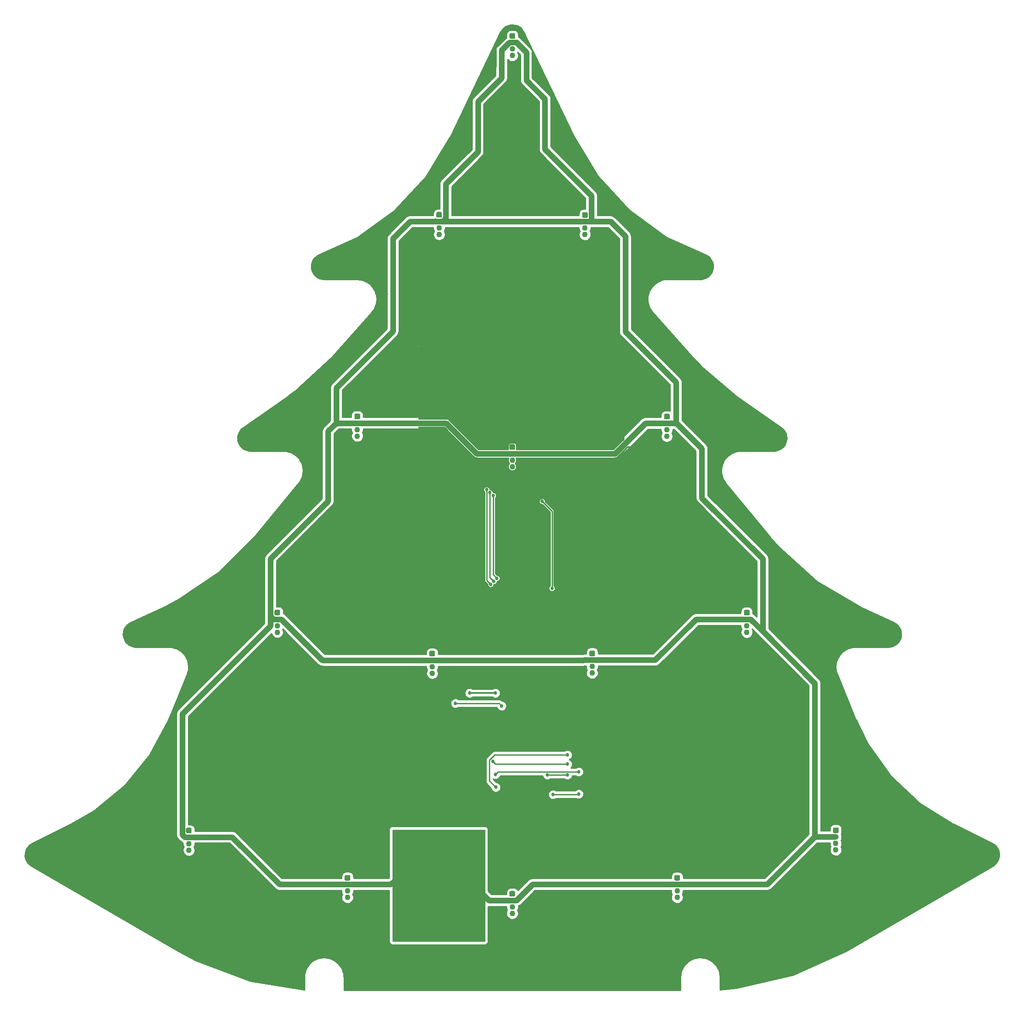
<source format=gbl>
%TF.GenerationSoftware,KiCad,Pcbnew,(2017-06-28 revision 2237de015)-makepkg*%
%TF.CreationDate,2017-08-08T21:04:21-06:00*%
%TF.ProjectId,Christmas_Tree_Disco,4368726973746D61735F547265655F44,01*%
%TF.SameCoordinates,Original%
%TF.FileFunction,Copper,L2,Bot,Signal*%
%TF.FilePolarity,Positive*%
%FSLAX46Y46*%
G04 Gerber Fmt 4.6, Leading zero omitted, Abs format (unit mm)*
G04 Created by KiCad (PCBNEW (2017-06-28 revision 2237de015)-makepkg) date 08/08/17 21:04:21*
%MOMM*%
%LPD*%
G01*
G04 APERTURE LIST*
%ADD10C,0.100000*%
%ADD11C,0.686000*%
%ADD12C,1.100000*%
%ADD13C,0.400000*%
%ADD14C,0.300000*%
%ADD15C,1.300000*%
%ADD16C,1.100000*%
%ADD17C,0.250000*%
G04 APERTURE END LIST*
D10*
D11*
X122700000Y-80100000D03*
X93800000Y-143500000D03*
X122400000Y-143600000D03*
X122700000Y-115700000D03*
X121920000Y-127000000D03*
X91440000Y-127000000D03*
X93980000Y-119380000D03*
X111760000Y-114300000D03*
X109220000Y-116840000D03*
X109220000Y-137160000D03*
X106680000Y-139700000D03*
X111760000Y-139700000D03*
X114300000Y-137160000D03*
X132000000Y-109750000D03*
X102500000Y-108500000D03*
X84000000Y-107500000D03*
X72500000Y-143000000D03*
X98500000Y-146000000D03*
D12*
X76300000Y-197205000D03*
X76300000Y-195935000D03*
X76300000Y-194665000D03*
D10*
G36*
X76601955Y-192846324D02*
X76628650Y-192850284D01*
X76654828Y-192856841D01*
X76680238Y-192865933D01*
X76704634Y-192877472D01*
X76727782Y-192891346D01*
X76749458Y-192907422D01*
X76769454Y-192925546D01*
X76787578Y-192945542D01*
X76803654Y-192967218D01*
X76817528Y-192990366D01*
X76829067Y-193014762D01*
X76838159Y-193040172D01*
X76844716Y-193066350D01*
X76848676Y-193093045D01*
X76850000Y-193120000D01*
X76850000Y-193670000D01*
X76848676Y-193696955D01*
X76844716Y-193723650D01*
X76838159Y-193749828D01*
X76829067Y-193775238D01*
X76817528Y-193799634D01*
X76803654Y-193822782D01*
X76787578Y-193844458D01*
X76769454Y-193864454D01*
X76749458Y-193882578D01*
X76727782Y-193898654D01*
X76704634Y-193912528D01*
X76680238Y-193924067D01*
X76654828Y-193933159D01*
X76628650Y-193939716D01*
X76601955Y-193943676D01*
X76575000Y-193945000D01*
X76025000Y-193945000D01*
X75998045Y-193943676D01*
X75971350Y-193939716D01*
X75945172Y-193933159D01*
X75919762Y-193924067D01*
X75895366Y-193912528D01*
X75872218Y-193898654D01*
X75850542Y-193882578D01*
X75830546Y-193864454D01*
X75812422Y-193844458D01*
X75796346Y-193822782D01*
X75782472Y-193799634D01*
X75770933Y-193775238D01*
X75761841Y-193749828D01*
X75755284Y-193723650D01*
X75751324Y-193696955D01*
X75750000Y-193670000D01*
X75750000Y-193120000D01*
X75751324Y-193093045D01*
X75755284Y-193066350D01*
X75761841Y-193040172D01*
X75770933Y-193014762D01*
X75782472Y-192990366D01*
X75796346Y-192967218D01*
X75812422Y-192945542D01*
X75830546Y-192925546D01*
X75850542Y-192907422D01*
X75872218Y-192891346D01*
X75895366Y-192877472D01*
X75919762Y-192865933D01*
X75945172Y-192856841D01*
X75971350Y-192850284D01*
X75998045Y-192846324D01*
X76025000Y-192845000D01*
X76575000Y-192845000D01*
X76601955Y-192846324D01*
X76601955Y-192846324D01*
G37*
D12*
X76300000Y-193395000D03*
D11*
X71120000Y-207010000D03*
X77470000Y-213360000D03*
X88900000Y-213360000D03*
X101600000Y-213360000D03*
X114300000Y-213360000D03*
X127000000Y-213360000D03*
X138430000Y-213360000D03*
X144780000Y-207010000D03*
X152400000Y-213360000D03*
X165100000Y-209550000D03*
X177800000Y-203200000D03*
X190500000Y-195580000D03*
X200660000Y-189230000D03*
X190500000Y-182880000D03*
X177800000Y-171450000D03*
X168910000Y-152400000D03*
X181610000Y-146050000D03*
X170180000Y-139700000D03*
X156210000Y-128270000D03*
X148590000Y-118110000D03*
X160020000Y-107950000D03*
X149860000Y-100330000D03*
X138430000Y-90170000D03*
X132080000Y-80010000D03*
X144780000Y-74930000D03*
X134620000Y-68580000D03*
X119380000Y-52070000D03*
X102870000Y-39370000D03*
X96520000Y-52070000D03*
X83820000Y-67310000D03*
X71120000Y-74930000D03*
X83820000Y-80010000D03*
X77470000Y-90170000D03*
X67310000Y-100330000D03*
X57150000Y-107950000D03*
X68580000Y-118110000D03*
X59690000Y-128270000D03*
X46990000Y-139700000D03*
X34290000Y-146050000D03*
X46990000Y-152400000D03*
X38100000Y-171450000D03*
X25400000Y-182880000D03*
X15240000Y-189230000D03*
X25400000Y-195580000D03*
X38100000Y-203200000D03*
X50800000Y-209550000D03*
X101600000Y-195580000D03*
X86360000Y-195580000D03*
X86360000Y-185420000D03*
X86360000Y-187960000D03*
X93980000Y-185420000D03*
X97790000Y-185420000D03*
X101600000Y-185420000D03*
X101600000Y-187960000D03*
X86360000Y-190500000D03*
X101600000Y-190500000D03*
X97790000Y-190500000D03*
X90170000Y-190500000D03*
X93980000Y-187960000D03*
X93980000Y-190500000D03*
X97790000Y-187960000D03*
X90170000Y-187960000D03*
X93980000Y-193040000D03*
X90170000Y-185420000D03*
X101600000Y-193040000D03*
X97790000Y-193040000D03*
X90170000Y-193040000D03*
X86360000Y-193040000D03*
X66040000Y-213360000D03*
D12*
X94100000Y-68405000D03*
X94100000Y-67135000D03*
X94100000Y-65865000D03*
D10*
G36*
X94401955Y-64046324D02*
X94428650Y-64050284D01*
X94454828Y-64056841D01*
X94480238Y-64065933D01*
X94504634Y-64077472D01*
X94527782Y-64091346D01*
X94549458Y-64107422D01*
X94569454Y-64125546D01*
X94587578Y-64145542D01*
X94603654Y-64167218D01*
X94617528Y-64190366D01*
X94629067Y-64214762D01*
X94638159Y-64240172D01*
X94644716Y-64266350D01*
X94648676Y-64293045D01*
X94650000Y-64320000D01*
X94650000Y-64870000D01*
X94648676Y-64896955D01*
X94644716Y-64923650D01*
X94638159Y-64949828D01*
X94629067Y-64975238D01*
X94617528Y-64999634D01*
X94603654Y-65022782D01*
X94587578Y-65044458D01*
X94569454Y-65064454D01*
X94549458Y-65082578D01*
X94527782Y-65098654D01*
X94504634Y-65112528D01*
X94480238Y-65124067D01*
X94454828Y-65133159D01*
X94428650Y-65139716D01*
X94401955Y-65143676D01*
X94375000Y-65145000D01*
X93825000Y-65145000D01*
X93798045Y-65143676D01*
X93771350Y-65139716D01*
X93745172Y-65133159D01*
X93719762Y-65124067D01*
X93695366Y-65112528D01*
X93672218Y-65098654D01*
X93650542Y-65082578D01*
X93630546Y-65064454D01*
X93612422Y-65044458D01*
X93596346Y-65022782D01*
X93582472Y-64999634D01*
X93570933Y-64975238D01*
X93561841Y-64949828D01*
X93555284Y-64923650D01*
X93551324Y-64896955D01*
X93550000Y-64870000D01*
X93550000Y-64320000D01*
X93551324Y-64293045D01*
X93555284Y-64266350D01*
X93561841Y-64240172D01*
X93570933Y-64214762D01*
X93582472Y-64190366D01*
X93596346Y-64167218D01*
X93612422Y-64145542D01*
X93630546Y-64125546D01*
X93650542Y-64107422D01*
X93672218Y-64091346D01*
X93695366Y-64077472D01*
X93719762Y-64065933D01*
X93745172Y-64056841D01*
X93771350Y-64050284D01*
X93798045Y-64046324D01*
X93825000Y-64045000D01*
X94375000Y-64045000D01*
X94401955Y-64046324D01*
X94401955Y-64046324D01*
G37*
D12*
X94100000Y-64595000D03*
X62681095Y-145669000D03*
X62681095Y-144399000D03*
X62681095Y-143129000D03*
D10*
G36*
X62983050Y-141310324D02*
X63009745Y-141314284D01*
X63035923Y-141320841D01*
X63061333Y-141329933D01*
X63085729Y-141341472D01*
X63108877Y-141355346D01*
X63130553Y-141371422D01*
X63150549Y-141389546D01*
X63168673Y-141409542D01*
X63184749Y-141431218D01*
X63198623Y-141454366D01*
X63210162Y-141478762D01*
X63219254Y-141504172D01*
X63225811Y-141530350D01*
X63229771Y-141557045D01*
X63231095Y-141584000D01*
X63231095Y-142134000D01*
X63229771Y-142160955D01*
X63225811Y-142187650D01*
X63219254Y-142213828D01*
X63210162Y-142239238D01*
X63198623Y-142263634D01*
X63184749Y-142286782D01*
X63168673Y-142308458D01*
X63150549Y-142328454D01*
X63130553Y-142346578D01*
X63108877Y-142362654D01*
X63085729Y-142376528D01*
X63061333Y-142388067D01*
X63035923Y-142397159D01*
X63009745Y-142403716D01*
X62983050Y-142407676D01*
X62956095Y-142409000D01*
X62406095Y-142409000D01*
X62379140Y-142407676D01*
X62352445Y-142403716D01*
X62326267Y-142397159D01*
X62300857Y-142388067D01*
X62276461Y-142376528D01*
X62253313Y-142362654D01*
X62231637Y-142346578D01*
X62211641Y-142328454D01*
X62193517Y-142308458D01*
X62177441Y-142286782D01*
X62163567Y-142263634D01*
X62152028Y-142239238D01*
X62142936Y-142213828D01*
X62136379Y-142187650D01*
X62132419Y-142160955D01*
X62131095Y-142134000D01*
X62131095Y-141584000D01*
X62132419Y-141557045D01*
X62136379Y-141530350D01*
X62142936Y-141504172D01*
X62152028Y-141478762D01*
X62163567Y-141454366D01*
X62177441Y-141431218D01*
X62193517Y-141409542D01*
X62211641Y-141389546D01*
X62231637Y-141371422D01*
X62253313Y-141355346D01*
X62276461Y-141341472D01*
X62300857Y-141329933D01*
X62326267Y-141320841D01*
X62352445Y-141314284D01*
X62379140Y-141310324D01*
X62406095Y-141309000D01*
X62956095Y-141309000D01*
X62983050Y-141310324D01*
X62983050Y-141310324D01*
G37*
D12*
X62681095Y-141859000D03*
X45501095Y-188009500D03*
X45501095Y-186739500D03*
X45501095Y-185469500D03*
D10*
G36*
X45803050Y-183650824D02*
X45829745Y-183654784D01*
X45855923Y-183661341D01*
X45881333Y-183670433D01*
X45905729Y-183681972D01*
X45928877Y-183695846D01*
X45950553Y-183711922D01*
X45970549Y-183730046D01*
X45988673Y-183750042D01*
X46004749Y-183771718D01*
X46018623Y-183794866D01*
X46030162Y-183819262D01*
X46039254Y-183844672D01*
X46045811Y-183870850D01*
X46049771Y-183897545D01*
X46051095Y-183924500D01*
X46051095Y-184474500D01*
X46049771Y-184501455D01*
X46045811Y-184528150D01*
X46039254Y-184554328D01*
X46030162Y-184579738D01*
X46018623Y-184604134D01*
X46004749Y-184627282D01*
X45988673Y-184648958D01*
X45970549Y-184668954D01*
X45950553Y-184687078D01*
X45928877Y-184703154D01*
X45905729Y-184717028D01*
X45881333Y-184728567D01*
X45855923Y-184737659D01*
X45829745Y-184744216D01*
X45803050Y-184748176D01*
X45776095Y-184749500D01*
X45226095Y-184749500D01*
X45199140Y-184748176D01*
X45172445Y-184744216D01*
X45146267Y-184737659D01*
X45120857Y-184728567D01*
X45096461Y-184717028D01*
X45073313Y-184703154D01*
X45051637Y-184687078D01*
X45031641Y-184668954D01*
X45013517Y-184648958D01*
X44997441Y-184627282D01*
X44983567Y-184604134D01*
X44972028Y-184579738D01*
X44962936Y-184554328D01*
X44956379Y-184528150D01*
X44952419Y-184501455D01*
X44951095Y-184474500D01*
X44951095Y-183924500D01*
X44952419Y-183897545D01*
X44956379Y-183870850D01*
X44962936Y-183844672D01*
X44972028Y-183819262D01*
X44983567Y-183794866D01*
X44997441Y-183771718D01*
X45013517Y-183750042D01*
X45031641Y-183730046D01*
X45051637Y-183711922D01*
X45073313Y-183695846D01*
X45096461Y-183681972D01*
X45120857Y-183670433D01*
X45146267Y-183661341D01*
X45172445Y-183654784D01*
X45199140Y-183650824D01*
X45226095Y-183649500D01*
X45776095Y-183649500D01*
X45803050Y-183650824D01*
X45803050Y-183650824D01*
G37*
D12*
X45501095Y-184199500D03*
X108300000Y-113505000D03*
X108300000Y-112235000D03*
X108300000Y-110965000D03*
D10*
G36*
X108601955Y-109146324D02*
X108628650Y-109150284D01*
X108654828Y-109156841D01*
X108680238Y-109165933D01*
X108704634Y-109177472D01*
X108727782Y-109191346D01*
X108749458Y-109207422D01*
X108769454Y-109225546D01*
X108787578Y-109245542D01*
X108803654Y-109267218D01*
X108817528Y-109290366D01*
X108829067Y-109314762D01*
X108838159Y-109340172D01*
X108844716Y-109366350D01*
X108848676Y-109393045D01*
X108850000Y-109420000D01*
X108850000Y-109970000D01*
X108848676Y-109996955D01*
X108844716Y-110023650D01*
X108838159Y-110049828D01*
X108829067Y-110075238D01*
X108817528Y-110099634D01*
X108803654Y-110122782D01*
X108787578Y-110144458D01*
X108769454Y-110164454D01*
X108749458Y-110182578D01*
X108727782Y-110198654D01*
X108704634Y-110212528D01*
X108680238Y-110224067D01*
X108654828Y-110233159D01*
X108628650Y-110239716D01*
X108601955Y-110243676D01*
X108575000Y-110245000D01*
X108025000Y-110245000D01*
X107998045Y-110243676D01*
X107971350Y-110239716D01*
X107945172Y-110233159D01*
X107919762Y-110224067D01*
X107895366Y-110212528D01*
X107872218Y-110198654D01*
X107850542Y-110182578D01*
X107830546Y-110164454D01*
X107812422Y-110144458D01*
X107796346Y-110122782D01*
X107782472Y-110099634D01*
X107770933Y-110075238D01*
X107761841Y-110049828D01*
X107755284Y-110023650D01*
X107751324Y-109996955D01*
X107750000Y-109970000D01*
X107750000Y-109420000D01*
X107751324Y-109393045D01*
X107755284Y-109366350D01*
X107761841Y-109340172D01*
X107770933Y-109314762D01*
X107782472Y-109290366D01*
X107796346Y-109267218D01*
X107812422Y-109245542D01*
X107830546Y-109225546D01*
X107850542Y-109207422D01*
X107872218Y-109191346D01*
X107895366Y-109177472D01*
X107919762Y-109165933D01*
X107945172Y-109156841D01*
X107971350Y-109150284D01*
X107998045Y-109146324D01*
X108025000Y-109145000D01*
X108575000Y-109145000D01*
X108601955Y-109146324D01*
X108601955Y-109146324D01*
G37*
D12*
X108300000Y-109695000D03*
X78200000Y-107569000D03*
X78200000Y-106299000D03*
X78200000Y-105029000D03*
D10*
G36*
X78501955Y-103210324D02*
X78528650Y-103214284D01*
X78554828Y-103220841D01*
X78580238Y-103229933D01*
X78604634Y-103241472D01*
X78627782Y-103255346D01*
X78649458Y-103271422D01*
X78669454Y-103289546D01*
X78687578Y-103309542D01*
X78703654Y-103331218D01*
X78717528Y-103354366D01*
X78729067Y-103378762D01*
X78738159Y-103404172D01*
X78744716Y-103430350D01*
X78748676Y-103457045D01*
X78750000Y-103484000D01*
X78750000Y-104034000D01*
X78748676Y-104060955D01*
X78744716Y-104087650D01*
X78738159Y-104113828D01*
X78729067Y-104139238D01*
X78717528Y-104163634D01*
X78703654Y-104186782D01*
X78687578Y-104208458D01*
X78669454Y-104228454D01*
X78649458Y-104246578D01*
X78627782Y-104262654D01*
X78604634Y-104276528D01*
X78580238Y-104288067D01*
X78554828Y-104297159D01*
X78528650Y-104303716D01*
X78501955Y-104307676D01*
X78475000Y-104309000D01*
X77925000Y-104309000D01*
X77898045Y-104307676D01*
X77871350Y-104303716D01*
X77845172Y-104297159D01*
X77819762Y-104288067D01*
X77795366Y-104276528D01*
X77772218Y-104262654D01*
X77750542Y-104246578D01*
X77730546Y-104228454D01*
X77712422Y-104208458D01*
X77696346Y-104186782D01*
X77682472Y-104163634D01*
X77670933Y-104139238D01*
X77661841Y-104113828D01*
X77655284Y-104087650D01*
X77651324Y-104060955D01*
X77650000Y-104034000D01*
X77650000Y-103484000D01*
X77651324Y-103457045D01*
X77655284Y-103430350D01*
X77661841Y-103404172D01*
X77670933Y-103378762D01*
X77682472Y-103354366D01*
X77696346Y-103331218D01*
X77712422Y-103309542D01*
X77730546Y-103289546D01*
X77750542Y-103271422D01*
X77772218Y-103255346D01*
X77795366Y-103241472D01*
X77819762Y-103229933D01*
X77845172Y-103220841D01*
X77871350Y-103214284D01*
X77898045Y-103210324D01*
X77925000Y-103209000D01*
X78475000Y-103209000D01*
X78501955Y-103210324D01*
X78501955Y-103210324D01*
G37*
D12*
X78200000Y-103759000D03*
X92742000Y-153645000D03*
X92742000Y-152375000D03*
X92742000Y-151105000D03*
D10*
G36*
X93043955Y-149286324D02*
X93070650Y-149290284D01*
X93096828Y-149296841D01*
X93122238Y-149305933D01*
X93146634Y-149317472D01*
X93169782Y-149331346D01*
X93191458Y-149347422D01*
X93211454Y-149365546D01*
X93229578Y-149385542D01*
X93245654Y-149407218D01*
X93259528Y-149430366D01*
X93271067Y-149454762D01*
X93280159Y-149480172D01*
X93286716Y-149506350D01*
X93290676Y-149533045D01*
X93292000Y-149560000D01*
X93292000Y-150110000D01*
X93290676Y-150136955D01*
X93286716Y-150163650D01*
X93280159Y-150189828D01*
X93271067Y-150215238D01*
X93259528Y-150239634D01*
X93245654Y-150262782D01*
X93229578Y-150284458D01*
X93211454Y-150304454D01*
X93191458Y-150322578D01*
X93169782Y-150338654D01*
X93146634Y-150352528D01*
X93122238Y-150364067D01*
X93096828Y-150373159D01*
X93070650Y-150379716D01*
X93043955Y-150383676D01*
X93017000Y-150385000D01*
X92467000Y-150385000D01*
X92440045Y-150383676D01*
X92413350Y-150379716D01*
X92387172Y-150373159D01*
X92361762Y-150364067D01*
X92337366Y-150352528D01*
X92314218Y-150338654D01*
X92292542Y-150322578D01*
X92272546Y-150304454D01*
X92254422Y-150284458D01*
X92238346Y-150262782D01*
X92224472Y-150239634D01*
X92212933Y-150215238D01*
X92203841Y-150189828D01*
X92197284Y-150163650D01*
X92193324Y-150136955D01*
X92192000Y-150110000D01*
X92192000Y-149560000D01*
X92193324Y-149533045D01*
X92197284Y-149506350D01*
X92203841Y-149480172D01*
X92212933Y-149454762D01*
X92224472Y-149430366D01*
X92238346Y-149407218D01*
X92254422Y-149385542D01*
X92272546Y-149365546D01*
X92292542Y-149347422D01*
X92314218Y-149331346D01*
X92337366Y-149317472D01*
X92361762Y-149305933D01*
X92387172Y-149296841D01*
X92413350Y-149290284D01*
X92440045Y-149286324D01*
X92467000Y-149285000D01*
X93017000Y-149285000D01*
X93043955Y-149286324D01*
X93043955Y-149286324D01*
G37*
D12*
X92742000Y-149835000D03*
X108300000Y-200305000D03*
X108300000Y-199035000D03*
X108300000Y-197765000D03*
D10*
G36*
X108601955Y-195946324D02*
X108628650Y-195950284D01*
X108654828Y-195956841D01*
X108680238Y-195965933D01*
X108704634Y-195977472D01*
X108727782Y-195991346D01*
X108749458Y-196007422D01*
X108769454Y-196025546D01*
X108787578Y-196045542D01*
X108803654Y-196067218D01*
X108817528Y-196090366D01*
X108829067Y-196114762D01*
X108838159Y-196140172D01*
X108844716Y-196166350D01*
X108848676Y-196193045D01*
X108850000Y-196220000D01*
X108850000Y-196770000D01*
X108848676Y-196796955D01*
X108844716Y-196823650D01*
X108838159Y-196849828D01*
X108829067Y-196875238D01*
X108817528Y-196899634D01*
X108803654Y-196922782D01*
X108787578Y-196944458D01*
X108769454Y-196964454D01*
X108749458Y-196982578D01*
X108727782Y-196998654D01*
X108704634Y-197012528D01*
X108680238Y-197024067D01*
X108654828Y-197033159D01*
X108628650Y-197039716D01*
X108601955Y-197043676D01*
X108575000Y-197045000D01*
X108025000Y-197045000D01*
X107998045Y-197043676D01*
X107971350Y-197039716D01*
X107945172Y-197033159D01*
X107919762Y-197024067D01*
X107895366Y-197012528D01*
X107872218Y-196998654D01*
X107850542Y-196982578D01*
X107830546Y-196964454D01*
X107812422Y-196944458D01*
X107796346Y-196922782D01*
X107782472Y-196899634D01*
X107770933Y-196875238D01*
X107761841Y-196849828D01*
X107755284Y-196823650D01*
X107751324Y-196796955D01*
X107750000Y-196770000D01*
X107750000Y-196220000D01*
X107751324Y-196193045D01*
X107755284Y-196166350D01*
X107761841Y-196140172D01*
X107770933Y-196114762D01*
X107782472Y-196090366D01*
X107796346Y-196067218D01*
X107812422Y-196045542D01*
X107830546Y-196025546D01*
X107850542Y-196007422D01*
X107872218Y-195991346D01*
X107895366Y-195977472D01*
X107919762Y-195965933D01*
X107945172Y-195956841D01*
X107971350Y-195950284D01*
X107998045Y-195946324D01*
X108025000Y-195945000D01*
X108575000Y-195945000D01*
X108601955Y-195946324D01*
X108601955Y-195946324D01*
G37*
D12*
X108300000Y-196495000D03*
X122400000Y-68425500D03*
X122400000Y-67155500D03*
X122400000Y-65885500D03*
D10*
G36*
X122701955Y-64066824D02*
X122728650Y-64070784D01*
X122754828Y-64077341D01*
X122780238Y-64086433D01*
X122804634Y-64097972D01*
X122827782Y-64111846D01*
X122849458Y-64127922D01*
X122869454Y-64146046D01*
X122887578Y-64166042D01*
X122903654Y-64187718D01*
X122917528Y-64210866D01*
X122929067Y-64235262D01*
X122938159Y-64260672D01*
X122944716Y-64286850D01*
X122948676Y-64313545D01*
X122950000Y-64340500D01*
X122950000Y-64890500D01*
X122948676Y-64917455D01*
X122944716Y-64944150D01*
X122938159Y-64970328D01*
X122929067Y-64995738D01*
X122917528Y-65020134D01*
X122903654Y-65043282D01*
X122887578Y-65064958D01*
X122869454Y-65084954D01*
X122849458Y-65103078D01*
X122827782Y-65119154D01*
X122804634Y-65133028D01*
X122780238Y-65144567D01*
X122754828Y-65153659D01*
X122728650Y-65160216D01*
X122701955Y-65164176D01*
X122675000Y-65165500D01*
X122125000Y-65165500D01*
X122098045Y-65164176D01*
X122071350Y-65160216D01*
X122045172Y-65153659D01*
X122019762Y-65144567D01*
X121995366Y-65133028D01*
X121972218Y-65119154D01*
X121950542Y-65103078D01*
X121930546Y-65084954D01*
X121912422Y-65064958D01*
X121896346Y-65043282D01*
X121882472Y-65020134D01*
X121870933Y-64995738D01*
X121861841Y-64970328D01*
X121855284Y-64944150D01*
X121851324Y-64917455D01*
X121850000Y-64890500D01*
X121850000Y-64340500D01*
X121851324Y-64313545D01*
X121855284Y-64286850D01*
X121861841Y-64260672D01*
X121870933Y-64235262D01*
X121882472Y-64210866D01*
X121896346Y-64187718D01*
X121912422Y-64166042D01*
X121930546Y-64146046D01*
X121950542Y-64127922D01*
X121972218Y-64111846D01*
X121995366Y-64097972D01*
X122019762Y-64086433D01*
X122045172Y-64077341D01*
X122071350Y-64070784D01*
X122098045Y-64066824D01*
X122125000Y-64065500D01*
X122675000Y-64065500D01*
X122701955Y-64066824D01*
X122701955Y-64066824D01*
G37*
D12*
X122400000Y-64615500D03*
X171100000Y-187970000D03*
X171100000Y-186700000D03*
X171100000Y-185430000D03*
D10*
G36*
X171401955Y-183611324D02*
X171428650Y-183615284D01*
X171454828Y-183621841D01*
X171480238Y-183630933D01*
X171504634Y-183642472D01*
X171527782Y-183656346D01*
X171549458Y-183672422D01*
X171569454Y-183690546D01*
X171587578Y-183710542D01*
X171603654Y-183732218D01*
X171617528Y-183755366D01*
X171629067Y-183779762D01*
X171638159Y-183805172D01*
X171644716Y-183831350D01*
X171648676Y-183858045D01*
X171650000Y-183885000D01*
X171650000Y-184435000D01*
X171648676Y-184461955D01*
X171644716Y-184488650D01*
X171638159Y-184514828D01*
X171629067Y-184540238D01*
X171617528Y-184564634D01*
X171603654Y-184587782D01*
X171587578Y-184609458D01*
X171569454Y-184629454D01*
X171549458Y-184647578D01*
X171527782Y-184663654D01*
X171504634Y-184677528D01*
X171480238Y-184689067D01*
X171454828Y-184698159D01*
X171428650Y-184704716D01*
X171401955Y-184708676D01*
X171375000Y-184710000D01*
X170825000Y-184710000D01*
X170798045Y-184708676D01*
X170771350Y-184704716D01*
X170745172Y-184698159D01*
X170719762Y-184689067D01*
X170695366Y-184677528D01*
X170672218Y-184663654D01*
X170650542Y-184647578D01*
X170630546Y-184629454D01*
X170612422Y-184609458D01*
X170596346Y-184587782D01*
X170582472Y-184564634D01*
X170570933Y-184540238D01*
X170561841Y-184514828D01*
X170555284Y-184488650D01*
X170551324Y-184461955D01*
X170550000Y-184435000D01*
X170550000Y-183885000D01*
X170551324Y-183858045D01*
X170555284Y-183831350D01*
X170561841Y-183805172D01*
X170570933Y-183779762D01*
X170582472Y-183755366D01*
X170596346Y-183732218D01*
X170612422Y-183710542D01*
X170630546Y-183690546D01*
X170650542Y-183672422D01*
X170672218Y-183656346D01*
X170695366Y-183642472D01*
X170719762Y-183630933D01*
X170745172Y-183621841D01*
X170771350Y-183615284D01*
X170798045Y-183611324D01*
X170825000Y-183610000D01*
X171375000Y-183610000D01*
X171401955Y-183611324D01*
X171401955Y-183611324D01*
G37*
D12*
X171100000Y-184160000D03*
X140300000Y-197205000D03*
X140300000Y-195935000D03*
X140300000Y-194665000D03*
D10*
G36*
X140601955Y-192846324D02*
X140628650Y-192850284D01*
X140654828Y-192856841D01*
X140680238Y-192865933D01*
X140704634Y-192877472D01*
X140727782Y-192891346D01*
X140749458Y-192907422D01*
X140769454Y-192925546D01*
X140787578Y-192945542D01*
X140803654Y-192967218D01*
X140817528Y-192990366D01*
X140829067Y-193014762D01*
X140838159Y-193040172D01*
X140844716Y-193066350D01*
X140848676Y-193093045D01*
X140850000Y-193120000D01*
X140850000Y-193670000D01*
X140848676Y-193696955D01*
X140844716Y-193723650D01*
X140838159Y-193749828D01*
X140829067Y-193775238D01*
X140817528Y-193799634D01*
X140803654Y-193822782D01*
X140787578Y-193844458D01*
X140769454Y-193864454D01*
X140749458Y-193882578D01*
X140727782Y-193898654D01*
X140704634Y-193912528D01*
X140680238Y-193924067D01*
X140654828Y-193933159D01*
X140628650Y-193939716D01*
X140601955Y-193943676D01*
X140575000Y-193945000D01*
X140025000Y-193945000D01*
X139998045Y-193943676D01*
X139971350Y-193939716D01*
X139945172Y-193933159D01*
X139919762Y-193924067D01*
X139895366Y-193912528D01*
X139872218Y-193898654D01*
X139850542Y-193882578D01*
X139830546Y-193864454D01*
X139812422Y-193844458D01*
X139796346Y-193822782D01*
X139782472Y-193799634D01*
X139770933Y-193775238D01*
X139761841Y-193749828D01*
X139755284Y-193723650D01*
X139751324Y-193696955D01*
X139750000Y-193670000D01*
X139750000Y-193120000D01*
X139751324Y-193093045D01*
X139755284Y-193066350D01*
X139761841Y-193040172D01*
X139770933Y-193014762D01*
X139782472Y-192990366D01*
X139796346Y-192967218D01*
X139812422Y-192945542D01*
X139830546Y-192925546D01*
X139850542Y-192907422D01*
X139872218Y-192891346D01*
X139895366Y-192877472D01*
X139919762Y-192865933D01*
X139945172Y-192856841D01*
X139971350Y-192850284D01*
X139998045Y-192846324D01*
X140025000Y-192845000D01*
X140575000Y-192845000D01*
X140601955Y-192846324D01*
X140601955Y-192846324D01*
G37*
D12*
X140300000Y-193395000D03*
X108300000Y-33650500D03*
X108300000Y-32380500D03*
X108300000Y-31110500D03*
D10*
G36*
X108601955Y-29291824D02*
X108628650Y-29295784D01*
X108654828Y-29302341D01*
X108680238Y-29311433D01*
X108704634Y-29322972D01*
X108727782Y-29336846D01*
X108749458Y-29352922D01*
X108769454Y-29371046D01*
X108787578Y-29391042D01*
X108803654Y-29412718D01*
X108817528Y-29435866D01*
X108829067Y-29460262D01*
X108838159Y-29485672D01*
X108844716Y-29511850D01*
X108848676Y-29538545D01*
X108850000Y-29565500D01*
X108850000Y-30115500D01*
X108848676Y-30142455D01*
X108844716Y-30169150D01*
X108838159Y-30195328D01*
X108829067Y-30220738D01*
X108817528Y-30245134D01*
X108803654Y-30268282D01*
X108787578Y-30289958D01*
X108769454Y-30309954D01*
X108749458Y-30328078D01*
X108727782Y-30344154D01*
X108704634Y-30358028D01*
X108680238Y-30369567D01*
X108654828Y-30378659D01*
X108628650Y-30385216D01*
X108601955Y-30389176D01*
X108575000Y-30390500D01*
X108025000Y-30390500D01*
X107998045Y-30389176D01*
X107971350Y-30385216D01*
X107945172Y-30378659D01*
X107919762Y-30369567D01*
X107895366Y-30358028D01*
X107872218Y-30344154D01*
X107850542Y-30328078D01*
X107830546Y-30309954D01*
X107812422Y-30289958D01*
X107796346Y-30268282D01*
X107782472Y-30245134D01*
X107770933Y-30220738D01*
X107761841Y-30195328D01*
X107755284Y-30169150D01*
X107751324Y-30142455D01*
X107750000Y-30115500D01*
X107750000Y-29565500D01*
X107751324Y-29538545D01*
X107755284Y-29511850D01*
X107761841Y-29485672D01*
X107770933Y-29460262D01*
X107782472Y-29435866D01*
X107796346Y-29412718D01*
X107812422Y-29391042D01*
X107830546Y-29371046D01*
X107850542Y-29352922D01*
X107872218Y-29336846D01*
X107895366Y-29322972D01*
X107919762Y-29311433D01*
X107945172Y-29302341D01*
X107971350Y-29295784D01*
X107998045Y-29291824D01*
X108025000Y-29290500D01*
X108575000Y-29290500D01*
X108601955Y-29291824D01*
X108601955Y-29291824D01*
G37*
D12*
X108300000Y-29840500D03*
X138300000Y-107605000D03*
X138300000Y-106335000D03*
X138300000Y-105065000D03*
D10*
G36*
X138601955Y-103246324D02*
X138628650Y-103250284D01*
X138654828Y-103256841D01*
X138680238Y-103265933D01*
X138704634Y-103277472D01*
X138727782Y-103291346D01*
X138749458Y-103307422D01*
X138769454Y-103325546D01*
X138787578Y-103345542D01*
X138803654Y-103367218D01*
X138817528Y-103390366D01*
X138829067Y-103414762D01*
X138838159Y-103440172D01*
X138844716Y-103466350D01*
X138848676Y-103493045D01*
X138850000Y-103520000D01*
X138850000Y-104070000D01*
X138848676Y-104096955D01*
X138844716Y-104123650D01*
X138838159Y-104149828D01*
X138829067Y-104175238D01*
X138817528Y-104199634D01*
X138803654Y-104222782D01*
X138787578Y-104244458D01*
X138769454Y-104264454D01*
X138749458Y-104282578D01*
X138727782Y-104298654D01*
X138704634Y-104312528D01*
X138680238Y-104324067D01*
X138654828Y-104333159D01*
X138628650Y-104339716D01*
X138601955Y-104343676D01*
X138575000Y-104345000D01*
X138025000Y-104345000D01*
X137998045Y-104343676D01*
X137971350Y-104339716D01*
X137945172Y-104333159D01*
X137919762Y-104324067D01*
X137895366Y-104312528D01*
X137872218Y-104298654D01*
X137850542Y-104282578D01*
X137830546Y-104264454D01*
X137812422Y-104244458D01*
X137796346Y-104222782D01*
X137782472Y-104199634D01*
X137770933Y-104175238D01*
X137761841Y-104149828D01*
X137755284Y-104123650D01*
X137751324Y-104096955D01*
X137750000Y-104070000D01*
X137750000Y-103520000D01*
X137751324Y-103493045D01*
X137755284Y-103466350D01*
X137761841Y-103440172D01*
X137770933Y-103414762D01*
X137782472Y-103390366D01*
X137796346Y-103367218D01*
X137812422Y-103345542D01*
X137830546Y-103325546D01*
X137850542Y-103307422D01*
X137872218Y-103291346D01*
X137895366Y-103277472D01*
X137919762Y-103265933D01*
X137945172Y-103256841D01*
X137971350Y-103250284D01*
X137998045Y-103246324D01*
X138025000Y-103245000D01*
X138575000Y-103245000D01*
X138601955Y-103246324D01*
X138601955Y-103246324D01*
G37*
D12*
X138300000Y-103795000D03*
X153813095Y-145694500D03*
X153813095Y-144424500D03*
X153813095Y-143154500D03*
D10*
G36*
X154115050Y-141335824D02*
X154141745Y-141339784D01*
X154167923Y-141346341D01*
X154193333Y-141355433D01*
X154217729Y-141366972D01*
X154240877Y-141380846D01*
X154262553Y-141396922D01*
X154282549Y-141415046D01*
X154300673Y-141435042D01*
X154316749Y-141456718D01*
X154330623Y-141479866D01*
X154342162Y-141504262D01*
X154351254Y-141529672D01*
X154357811Y-141555850D01*
X154361771Y-141582545D01*
X154363095Y-141609500D01*
X154363095Y-142159500D01*
X154361771Y-142186455D01*
X154357811Y-142213150D01*
X154351254Y-142239328D01*
X154342162Y-142264738D01*
X154330623Y-142289134D01*
X154316749Y-142312282D01*
X154300673Y-142333958D01*
X154282549Y-142353954D01*
X154262553Y-142372078D01*
X154240877Y-142388154D01*
X154217729Y-142402028D01*
X154193333Y-142413567D01*
X154167923Y-142422659D01*
X154141745Y-142429216D01*
X154115050Y-142433176D01*
X154088095Y-142434500D01*
X153538095Y-142434500D01*
X153511140Y-142433176D01*
X153484445Y-142429216D01*
X153458267Y-142422659D01*
X153432857Y-142413567D01*
X153408461Y-142402028D01*
X153385313Y-142388154D01*
X153363637Y-142372078D01*
X153343641Y-142353954D01*
X153325517Y-142333958D01*
X153309441Y-142312282D01*
X153295567Y-142289134D01*
X153284028Y-142264738D01*
X153274936Y-142239328D01*
X153268379Y-142213150D01*
X153264419Y-142186455D01*
X153263095Y-142159500D01*
X153263095Y-141609500D01*
X153264419Y-141582545D01*
X153268379Y-141555850D01*
X153274936Y-141529672D01*
X153284028Y-141504262D01*
X153295567Y-141479866D01*
X153309441Y-141456718D01*
X153325517Y-141435042D01*
X153343641Y-141415046D01*
X153363637Y-141396922D01*
X153385313Y-141380846D01*
X153408461Y-141366972D01*
X153432857Y-141355433D01*
X153458267Y-141346341D01*
X153484445Y-141339784D01*
X153511140Y-141335824D01*
X153538095Y-141334500D01*
X154088095Y-141334500D01*
X154115050Y-141335824D01*
X154115050Y-141335824D01*
G37*
D12*
X153813095Y-141884500D03*
X123800000Y-153605000D03*
X123800000Y-152335000D03*
X123800000Y-151065000D03*
D10*
G36*
X124101955Y-149246324D02*
X124128650Y-149250284D01*
X124154828Y-149256841D01*
X124180238Y-149265933D01*
X124204634Y-149277472D01*
X124227782Y-149291346D01*
X124249458Y-149307422D01*
X124269454Y-149325546D01*
X124287578Y-149345542D01*
X124303654Y-149367218D01*
X124317528Y-149390366D01*
X124329067Y-149414762D01*
X124338159Y-149440172D01*
X124344716Y-149466350D01*
X124348676Y-149493045D01*
X124350000Y-149520000D01*
X124350000Y-150070000D01*
X124348676Y-150096955D01*
X124344716Y-150123650D01*
X124338159Y-150149828D01*
X124329067Y-150175238D01*
X124317528Y-150199634D01*
X124303654Y-150222782D01*
X124287578Y-150244458D01*
X124269454Y-150264454D01*
X124249458Y-150282578D01*
X124227782Y-150298654D01*
X124204634Y-150312528D01*
X124180238Y-150324067D01*
X124154828Y-150333159D01*
X124128650Y-150339716D01*
X124101955Y-150343676D01*
X124075000Y-150345000D01*
X123525000Y-150345000D01*
X123498045Y-150343676D01*
X123471350Y-150339716D01*
X123445172Y-150333159D01*
X123419762Y-150324067D01*
X123395366Y-150312528D01*
X123372218Y-150298654D01*
X123350542Y-150282578D01*
X123330546Y-150264454D01*
X123312422Y-150244458D01*
X123296346Y-150222782D01*
X123282472Y-150199634D01*
X123270933Y-150175238D01*
X123261841Y-150149828D01*
X123255284Y-150123650D01*
X123251324Y-150096955D01*
X123250000Y-150070000D01*
X123250000Y-149520000D01*
X123251324Y-149493045D01*
X123255284Y-149466350D01*
X123261841Y-149440172D01*
X123270933Y-149414762D01*
X123282472Y-149390366D01*
X123296346Y-149367218D01*
X123312422Y-149345542D01*
X123330546Y-149325546D01*
X123350542Y-149307422D01*
X123372218Y-149291346D01*
X123395366Y-149277472D01*
X123419762Y-149265933D01*
X123445172Y-149256841D01*
X123471350Y-149250284D01*
X123498045Y-149246324D01*
X123525000Y-149245000D01*
X124075000Y-149245000D01*
X124101955Y-149246324D01*
X124101955Y-149246324D01*
G37*
D12*
X123800000Y-149795000D03*
D13*
X109207576Y-133532608D03*
X106607576Y-133532608D03*
X107907576Y-133532608D03*
X110507576Y-133532608D03*
X110507576Y-120532608D03*
X110507576Y-121832608D03*
X110507576Y-123132608D03*
X110507576Y-124432608D03*
X110507576Y-125732608D03*
X110507576Y-127032608D03*
X110507576Y-128332608D03*
X110507576Y-129632608D03*
X110507576Y-130932608D03*
X110507576Y-132232608D03*
X109207576Y-132232608D03*
X109207576Y-130932608D03*
X109207576Y-129632608D03*
X109207576Y-128332608D03*
X109207576Y-127032608D03*
X109207576Y-125732608D03*
X109207576Y-124432608D03*
X109207576Y-123132608D03*
X109207576Y-121832608D03*
X109207576Y-120532608D03*
X107907576Y-120532608D03*
X107907576Y-121832608D03*
X107907576Y-123132608D03*
X107907576Y-124432608D03*
X107907576Y-125732608D03*
X107907576Y-127032608D03*
X107907576Y-128332608D03*
X107907576Y-129632608D03*
X107907576Y-130932608D03*
X107907576Y-132232608D03*
X106607576Y-132232608D03*
X106607576Y-130932608D03*
X106607576Y-129632608D03*
X106607576Y-128332608D03*
X106607576Y-127032608D03*
X106607576Y-125732608D03*
X106607576Y-124432608D03*
X106607576Y-123132608D03*
X106607576Y-121832608D03*
X106607576Y-120532608D03*
D11*
X105400000Y-44700000D03*
X109000000Y-161250000D03*
X97250000Y-162250000D03*
X109750000Y-39500000D03*
X131000000Y-149250000D03*
X142000000Y-143000000D03*
X106200000Y-37500000D03*
X106250000Y-160000000D03*
X97250000Y-159500000D03*
X115500000Y-110965000D03*
X105000000Y-157500000D03*
X100000000Y-157500000D03*
X115990000Y-137160000D03*
X114080000Y-120250000D03*
X104094145Y-136375354D03*
X103320000Y-117960000D03*
X104718471Y-135804445D03*
X103951910Y-118554073D03*
X105300000Y-135190000D03*
X104586866Y-119113134D03*
X119000000Y-173400000D03*
X115100000Y-173400000D03*
X121200000Y-177100000D03*
X116200000Y-177200000D03*
X119000000Y-171300000D03*
X104500000Y-170800000D03*
X121200000Y-172800000D03*
X105000000Y-173300000D03*
X119000000Y-169500000D03*
X105100000Y-175800000D03*
D14*
X122400000Y-143600000D02*
X115660000Y-143600000D01*
X115660000Y-143600000D02*
X111760000Y-139700000D01*
X93800000Y-143500000D02*
X96000000Y-143500000D01*
X96000000Y-143500000D02*
X98500000Y-146000000D01*
X109750000Y-39500000D02*
X109750000Y-40350000D01*
X109750000Y-40350000D02*
X105400000Y-44700000D01*
X102870000Y-39370000D02*
X102870000Y-38030000D01*
X102870000Y-38030000D02*
X105100000Y-35800000D01*
X107600000Y-28600000D02*
X107963170Y-28600000D01*
X105100000Y-35800000D02*
X105100000Y-32200000D01*
X105100000Y-32200000D02*
X107100000Y-30200000D01*
X107100000Y-30200000D02*
X107100000Y-29100000D01*
X107100000Y-29100000D02*
X107600000Y-28600000D01*
D15*
X97250000Y-162250000D02*
X108000000Y-162250000D01*
X108000000Y-162250000D02*
X109000000Y-161250000D01*
D14*
X142000000Y-143000000D02*
X135750000Y-149250000D01*
X135750000Y-149250000D02*
X131000000Y-149250000D01*
X114000000Y-115750000D02*
X110507576Y-119242424D01*
X110507576Y-119242424D02*
X110507576Y-120532608D01*
X124700377Y-115750000D02*
X114000000Y-115750000D01*
X132000000Y-109750000D02*
X130700377Y-109750000D01*
X130700377Y-109750000D02*
X124700377Y-115750000D01*
X95342999Y-107842999D02*
X106607576Y-119107576D01*
X106607576Y-119107576D02*
X106607576Y-120532608D01*
X84000000Y-107500000D02*
X84342999Y-107842999D01*
X84342999Y-107842999D02*
X95342999Y-107842999D01*
D16*
X94100000Y-65865000D02*
X93322183Y-65865000D01*
X93374585Y-65812599D02*
X93416996Y-65855010D01*
X93322183Y-65865000D02*
X93374585Y-65812599D01*
X93416996Y-65855010D02*
X94783004Y-65855010D01*
X95360010Y-65278004D02*
X95360010Y-58589390D01*
X94783004Y-65855010D02*
X95360010Y-65278004D01*
X95360010Y-58589390D02*
X101600000Y-52349400D01*
X101600000Y-52349400D02*
X101600000Y-42585075D01*
X101600000Y-42585075D02*
X106200000Y-37985075D01*
X106200000Y-37985075D02*
X106200000Y-37500000D01*
X108300000Y-31110500D02*
X109077817Y-31110500D01*
X109077817Y-31110500D02*
X111000000Y-33032683D01*
X111000000Y-33032683D02*
X111000000Y-38457600D01*
X111000000Y-38457600D02*
X114630200Y-42087800D01*
X114630200Y-42087800D02*
X114630200Y-51830200D01*
X123660010Y-65845510D02*
X123700000Y-65885500D01*
X114630200Y-51830200D02*
X123660010Y-60860010D01*
X123660010Y-60860010D02*
X123660010Y-65845510D01*
X106200000Y-37014925D02*
X106200000Y-37500000D01*
X108300000Y-31110500D02*
X107705738Y-31110500D01*
X107705738Y-31110500D02*
X106200000Y-32616238D01*
X106200000Y-32616238D02*
X106200000Y-37014925D01*
X97790000Y-193040000D02*
X99060000Y-193040000D01*
X99060000Y-193040000D02*
X101600000Y-195580000D01*
X86360000Y-193040000D02*
X97790000Y-193040000D01*
X45501095Y-185469500D02*
X44723278Y-185469500D01*
X44723278Y-185469500D02*
X44241094Y-184987316D01*
X44241094Y-184987316D02*
X44241094Y-161558906D01*
X44241094Y-161558906D02*
X61350000Y-144450000D01*
X61350000Y-144450000D02*
X61350000Y-142575722D01*
X154590912Y-143154500D02*
X156900000Y-145463588D01*
X156900000Y-145463588D02*
X167010000Y-155573588D01*
X145100000Y-119600000D02*
X156900000Y-131400000D01*
X156900000Y-131400000D02*
X156900000Y-145463588D01*
X145100000Y-110000000D02*
X145100000Y-119600000D01*
X140165000Y-105065000D02*
X145100000Y-110000000D01*
X140075000Y-105065000D02*
X140165000Y-105065000D01*
X94100000Y-65865000D02*
X88435000Y-65865000D01*
X88435000Y-65865000D02*
X85100000Y-69200000D01*
X85100000Y-69200000D02*
X85100000Y-87200000D01*
X85100000Y-87200000D02*
X74131001Y-98168999D01*
X74131001Y-98168999D02*
X74131001Y-105028999D01*
X127355500Y-65885500D02*
X123700000Y-65885500D01*
X123700000Y-65885500D02*
X122400000Y-65885500D01*
D17*
X97250000Y-159500000D02*
X105750000Y-159500000D01*
X105750000Y-159500000D02*
X106250000Y-160000000D01*
D16*
X108300000Y-110965000D02*
X115500000Y-110965000D01*
X115500000Y-110965000D02*
X128255000Y-110965000D01*
X95944500Y-65885500D02*
X95924000Y-65865000D01*
X95924000Y-65865000D02*
X94100000Y-65865000D01*
X122400000Y-65885500D02*
X95944500Y-65885500D01*
X130230000Y-68760000D02*
X127355500Y-65885500D01*
X130230000Y-87280000D02*
X130230000Y-68760000D01*
X140075000Y-105065000D02*
X140075000Y-97125000D01*
X140075000Y-97125000D02*
X130230000Y-87280000D01*
X138300000Y-105065000D02*
X140075000Y-105065000D01*
X128255000Y-110965000D02*
X134155000Y-105065000D01*
X134155000Y-105065000D02*
X138300000Y-105065000D01*
X95459000Y-105029000D02*
X101395000Y-110965000D01*
X101395000Y-110965000D02*
X108300000Y-110965000D01*
X78200000Y-105029000D02*
X95459000Y-105029000D01*
X72530000Y-106630000D02*
X74131001Y-105028999D01*
X74131001Y-105028999D02*
X77512842Y-105029000D01*
X77512842Y-105029000D02*
X78200000Y-105029000D01*
X72530000Y-120190000D02*
X72530000Y-106630000D01*
X61350000Y-131370000D02*
X72530000Y-120190000D01*
X61350000Y-142575722D02*
X61350000Y-131370000D01*
X62681095Y-143129000D02*
X61903278Y-143129000D01*
X61903278Y-143129000D02*
X61350000Y-142575722D01*
X62681095Y-143129000D02*
X63458912Y-143129000D01*
X91964183Y-151105000D02*
X92742000Y-151105000D01*
X63458912Y-143129000D02*
X71434912Y-151105000D01*
X71434912Y-151105000D02*
X91964183Y-151105000D01*
X122145000Y-151105000D02*
X122185000Y-151065000D01*
X122185000Y-151065000D02*
X123800000Y-151065000D01*
X92742000Y-151105000D02*
X122145000Y-151105000D01*
X123800000Y-151065000D02*
X136047842Y-151065000D01*
X136047842Y-151065000D02*
X143958342Y-143154500D01*
X143958342Y-143154500D02*
X153035278Y-143154500D01*
X153035278Y-143154500D02*
X153813095Y-143154500D01*
X153813095Y-143154500D02*
X154590912Y-143154500D01*
X167010000Y-155573588D02*
X167010000Y-185430000D01*
X157775000Y-194665000D02*
X167010000Y-185430000D01*
X167010000Y-185430000D02*
X171100000Y-185430000D01*
X140300000Y-194665000D02*
X157775000Y-194665000D01*
X108300000Y-197765000D02*
X109077817Y-197765000D01*
X109077817Y-197765000D02*
X112177817Y-194665000D01*
X112177817Y-194665000D02*
X139522183Y-194665000D01*
X139522183Y-194665000D02*
X140300000Y-194665000D01*
X101600000Y-195580000D02*
X103785000Y-197765000D01*
X103785000Y-197765000D02*
X108300000Y-197765000D01*
X53879500Y-185469500D02*
X63075000Y-194665000D01*
X63075000Y-194665000D02*
X76300000Y-194665000D01*
X45501095Y-185469500D02*
X53879500Y-185469500D01*
X76300000Y-194665000D02*
X84735000Y-194665000D01*
X84735000Y-194665000D02*
X86360000Y-193040000D01*
D14*
X100000000Y-157500000D02*
X105000000Y-157500000D01*
D17*
X114080000Y-120250000D02*
X115990000Y-122160000D01*
X115990000Y-122160000D02*
X115990000Y-137160000D01*
X103320000Y-117960000D02*
X103320000Y-135601209D01*
X103320000Y-135601209D02*
X104094145Y-136375354D01*
X103951910Y-118554073D02*
X103951910Y-135037884D01*
X103951910Y-135037884D02*
X104718471Y-135804445D01*
X104586866Y-119113134D02*
X104586866Y-134476866D01*
X104586866Y-134476866D02*
X105300000Y-135190000D01*
X115100000Y-173400000D02*
X119000000Y-173400000D01*
X121100000Y-177200000D02*
X121200000Y-177100000D01*
X116200000Y-177200000D02*
X121100000Y-177200000D01*
X104500000Y-170800000D02*
X105000000Y-171300000D01*
X105000000Y-171300000D02*
X119000000Y-171300000D01*
X105000000Y-173300000D02*
X105528001Y-172771999D01*
X105528001Y-172771999D02*
X121171999Y-172771999D01*
X121171999Y-172771999D02*
X121200000Y-172800000D01*
X105100000Y-175800000D02*
X103871999Y-174571999D01*
X103871999Y-174571999D02*
X103871999Y-170498559D01*
X103871999Y-170498559D02*
X104870558Y-169500000D01*
X104870558Y-169500000D02*
X119000000Y-169500000D01*
G36*
X108843122Y-27732997D02*
X109304055Y-27891072D01*
X109725501Y-28135666D01*
X110091416Y-28457461D01*
X110395546Y-28854230D01*
X110545405Y-29131390D01*
X120359326Y-49505330D01*
X120378862Y-49545904D01*
X120393663Y-49570238D01*
X120405672Y-49596062D01*
X120410517Y-49604145D01*
X124940864Y-57043741D01*
X124977630Y-57092639D01*
X125013711Y-57142047D01*
X125020034Y-57149035D01*
X130909127Y-63566997D01*
X130954689Y-63607821D01*
X130999681Y-63649281D01*
X131007241Y-63654908D01*
X138030764Y-68806776D01*
X138086910Y-68840061D01*
X138143428Y-68873648D01*
X138144051Y-68873935D01*
X138144085Y-68873955D01*
X138144128Y-68873970D01*
X138151989Y-68877589D01*
X145907176Y-72382821D01*
X146330459Y-72655488D01*
X146681052Y-72993914D01*
X146959233Y-73393990D01*
X147154407Y-73840478D01*
X147259139Y-74316369D01*
X147269443Y-74803544D01*
X147184925Y-75283441D01*
X147008803Y-75737782D01*
X146747788Y-76149261D01*
X146411822Y-76502204D01*
X146013694Y-76783174D01*
X145568584Y-76981458D01*
X145081883Y-77092137D01*
X144758748Y-77112500D01*
X138430000Y-77112500D01*
X138409826Y-77114478D01*
X138389574Y-77113712D01*
X138380170Y-77114342D01*
X137912670Y-77148948D01*
X137860279Y-77158029D01*
X137807591Y-77165122D01*
X137798433Y-77167348D01*
X137197364Y-77317962D01*
X137139738Y-77338557D01*
X137081862Y-77358336D01*
X137073321Y-77362295D01*
X137073312Y-77362298D01*
X137073304Y-77362303D01*
X136512945Y-77626792D01*
X136460399Y-77658199D01*
X136407485Y-77688832D01*
X136399875Y-77694374D01*
X136399867Y-77694379D01*
X136399861Y-77694385D01*
X135901545Y-78062679D01*
X135856116Y-78103680D01*
X135810145Y-78144020D01*
X135803755Y-78150937D01*
X135803749Y-78150942D01*
X135803745Y-78150948D01*
X135386455Y-78609017D01*
X135349851Y-78658066D01*
X135312594Y-78706564D01*
X135307668Y-78714590D01*
X135307665Y-78714595D01*
X135307665Y-78714596D01*
X134987292Y-79245000D01*
X134960916Y-79300217D01*
X134933785Y-79355034D01*
X134930510Y-79363871D01*
X134719260Y-79946401D01*
X134704117Y-80005667D01*
X134688144Y-80064733D01*
X134686648Y-80074038D01*
X134592569Y-80686506D01*
X134589223Y-80747634D01*
X134585030Y-80808628D01*
X134585370Y-80818034D01*
X134585369Y-80818045D01*
X134585370Y-80818055D01*
X134612045Y-81437123D01*
X134620628Y-81497683D01*
X134628370Y-81558384D01*
X134630532Y-81567557D01*
X134776945Y-82169662D01*
X134797128Y-82227401D01*
X134816512Y-82285443D01*
X134820415Y-82294021D01*
X135080990Y-82856221D01*
X135112025Y-82908978D01*
X135142292Y-82962110D01*
X135147786Y-82969766D01*
X135512597Y-83470648D01*
X135531418Y-83491797D01*
X135547764Y-83514911D01*
X135553980Y-83521994D01*
X143633803Y-92601027D01*
X143635230Y-92602345D01*
X143636387Y-92603915D01*
X143642742Y-92610875D01*
X144860410Y-93926014D01*
X144886542Y-93949218D01*
X144910429Y-93974722D01*
X144917555Y-93980889D01*
X151670548Y-99743396D01*
X151693773Y-99759583D01*
X151715050Y-99778259D01*
X151722744Y-99783702D01*
X160469885Y-105880119D01*
X160865791Y-106217956D01*
X161167966Y-106600234D01*
X161390131Y-107033916D01*
X161523833Y-107502503D01*
X161563972Y-107988129D01*
X161509022Y-108472302D01*
X161361074Y-108936582D01*
X161125763Y-109363287D01*
X160812055Y-109736157D01*
X160431901Y-110040989D01*
X159999770Y-110266182D01*
X159530781Y-110403546D01*
X159035888Y-110450000D01*
X152717500Y-110450000D01*
X152703719Y-110451351D01*
X152689900Y-110450565D01*
X152680486Y-110451016D01*
X152332804Y-110470110D01*
X152286577Y-110477219D01*
X152240018Y-110481692D01*
X152230783Y-110483568D01*
X151624418Y-110611203D01*
X151566048Y-110629592D01*
X151507463Y-110647154D01*
X151498768Y-110650789D01*
X150928744Y-110893771D01*
X150875043Y-110923155D01*
X150821001Y-110951753D01*
X150813182Y-110957004D01*
X150813177Y-110957007D01*
X150813173Y-110957011D01*
X150301205Y-111306079D01*
X150254259Y-111345314D01*
X150206776Y-111383884D01*
X150200122Y-111390558D01*
X149765701Y-111832426D01*
X149727272Y-111880029D01*
X149688183Y-111927090D01*
X149682952Y-111934929D01*
X149342629Y-112452761D01*
X149314172Y-112506934D01*
X149284974Y-112560680D01*
X149281366Y-112569386D01*
X149048106Y-113143457D01*
X149030719Y-113202103D01*
X149012510Y-113260519D01*
X149010661Y-113269761D01*
X148893348Y-113878205D01*
X148887681Y-113939144D01*
X148881168Y-113999952D01*
X148881149Y-114009376D01*
X148884251Y-114629020D01*
X148890528Y-114689893D01*
X148895951Y-114750815D01*
X148897763Y-114760063D01*
X149021163Y-115367303D01*
X149039137Y-115425775D01*
X149056296Y-115484504D01*
X149059870Y-115493225D01*
X149298866Y-116064932D01*
X149327855Y-116118801D01*
X149356094Y-116173077D01*
X149361291Y-116180933D01*
X149361294Y-116180938D01*
X149361298Y-116180942D01*
X149706783Y-116695334D01*
X149724784Y-116717182D01*
X149740241Y-116740904D01*
X149746183Y-116748219D01*
X158289164Y-127116531D01*
X158292202Y-127119559D01*
X158294639Y-127123091D01*
X158300773Y-127130245D01*
X160043398Y-129134052D01*
X160070485Y-129159656D01*
X160095300Y-129187471D01*
X160102275Y-129193809D01*
X167352818Y-135690822D01*
X167402142Y-135727005D01*
X167450966Y-135763880D01*
X167459039Y-135768743D01*
X175833439Y-140733717D01*
X175859083Y-140745709D01*
X175883232Y-140760486D01*
X175891741Y-140764537D01*
X182321613Y-143771400D01*
X182769304Y-144036825D01*
X183132207Y-144362011D01*
X183425035Y-144751494D01*
X183636636Y-145190436D01*
X183758950Y-145662119D01*
X183787316Y-146148574D01*
X183720657Y-146631275D01*
X183561509Y-147091836D01*
X183315935Y-147512717D01*
X182993290Y-147877879D01*
X182605863Y-148173418D01*
X182168410Y-148388077D01*
X181692240Y-148515109D01*
X181264989Y-148550000D01*
X174942500Y-148550000D01*
X174942391Y-148550011D01*
X174940440Y-148550003D01*
X174921110Y-148550062D01*
X174891921Y-148553014D01*
X174862593Y-148552783D01*
X174853213Y-148553694D01*
X174236899Y-148617915D01*
X174176923Y-148630170D01*
X174116853Y-148641574D01*
X174107829Y-148644289D01*
X173515726Y-148826996D01*
X173459262Y-148850672D01*
X173402563Y-148873521D01*
X173394242Y-148877935D01*
X173394237Y-148877937D01*
X173394233Y-148877940D01*
X172848899Y-149172171D01*
X172798129Y-149206350D01*
X172746926Y-149239791D01*
X172739617Y-149245741D01*
X172261815Y-149640295D01*
X172218671Y-149683664D01*
X172174919Y-149726433D01*
X172168905Y-149733689D01*
X171776839Y-150213535D01*
X171742929Y-150264475D01*
X171708330Y-150314909D01*
X171703840Y-150323195D01*
X171412442Y-150870054D01*
X171389068Y-150926619D01*
X171364927Y-150982807D01*
X171362134Y-150991799D01*
X171362132Y-150991805D01*
X171362132Y-150991807D01*
X171182504Y-151584851D01*
X171170567Y-151644852D01*
X171157794Y-151704683D01*
X171156802Y-151714048D01*
X171156800Y-151714056D01*
X171156800Y-151714064D01*
X171095782Y-152330695D01*
X171095727Y-152391848D01*
X171094818Y-152453047D01*
X171095664Y-152462433D01*
X171155581Y-153079181D01*
X171167416Y-153139235D01*
X171178401Y-153199388D01*
X171181053Y-153208431D01*
X171359622Y-153801795D01*
X171370389Y-153827985D01*
X171378167Y-153855200D01*
X171381689Y-153863941D01*
X174985993Y-162630852D01*
X174994551Y-162646982D01*
X175000746Y-162664151D01*
X175004853Y-162672633D01*
X177330927Y-167391388D01*
X177357921Y-167434856D01*
X177382982Y-167479454D01*
X177388432Y-167487143D01*
X181805704Y-173627087D01*
X181846128Y-173673048D01*
X181885867Y-173719523D01*
X181892706Y-173726007D01*
X187418440Y-178891031D01*
X187467038Y-178928278D01*
X187515031Y-178966136D01*
X187522994Y-178971164D01*
X187522999Y-178971168D01*
X187523004Y-178971170D01*
X193946723Y-182964538D01*
X193972110Y-182977067D01*
X193995942Y-182992348D01*
X194004364Y-182996578D01*
X201419298Y-186656043D01*
X201861311Y-186930824D01*
X202217294Y-187263569D01*
X202501869Y-187659123D01*
X202704192Y-188102415D01*
X202816560Y-188576566D01*
X202834691Y-189063512D01*
X202757896Y-189544708D01*
X202589099Y-190001820D01*
X202334731Y-190417439D01*
X202004479Y-190775737D01*
X201585373Y-191081718D01*
X173197860Y-207579729D01*
X162880039Y-212256712D01*
X151860613Y-214838128D01*
X148630000Y-215155451D01*
X148630000Y-212725000D01*
X148629984Y-212724832D01*
X148629984Y-212720295D01*
X148629675Y-212675965D01*
X148626469Y-212645461D01*
X148626469Y-212614801D01*
X148625484Y-212605429D01*
X148556412Y-211989638D01*
X148543692Y-211929793D01*
X148531809Y-211869783D01*
X148529023Y-211860780D01*
X148341659Y-211270134D01*
X148317552Y-211213887D01*
X148294244Y-211157339D01*
X148289761Y-211149049D01*
X147991242Y-210606045D01*
X147956661Y-210555541D01*
X147922823Y-210504611D01*
X147916816Y-210497349D01*
X147518511Y-210022668D01*
X147474807Y-209979870D01*
X147431692Y-209936453D01*
X147424389Y-209930496D01*
X146941471Y-209542220D01*
X146890268Y-209508713D01*
X146839559Y-209474510D01*
X146831246Y-209470090D01*
X146831238Y-209470085D01*
X146831230Y-209470082D01*
X146282101Y-209183004D01*
X146225373Y-209160084D01*
X146168978Y-209136378D01*
X146159960Y-209133655D01*
X146159954Y-209133653D01*
X145565516Y-208958701D01*
X145505410Y-208947235D01*
X145445492Y-208934936D01*
X145436113Y-208934016D01*
X144819011Y-208877855D01*
X144757834Y-208878282D01*
X144696656Y-208877855D01*
X144687288Y-208878774D01*
X144687278Y-208878774D01*
X144687269Y-208878776D01*
X144071020Y-208943547D01*
X144011070Y-208955853D01*
X143950999Y-208967312D01*
X143941983Y-208970034D01*
X143941974Y-208970036D01*
X143941966Y-208970040D01*
X143350036Y-209153271D01*
X143293616Y-209176987D01*
X143236912Y-209199898D01*
X143228597Y-209204318D01*
X143228593Y-209204320D01*
X143228592Y-209204321D01*
X143228590Y-209204322D01*
X142683516Y-209499044D01*
X142632807Y-209533248D01*
X142581606Y-209566753D01*
X142574302Y-209572709D01*
X142096852Y-209967689D01*
X142053717Y-210011126D01*
X142010033Y-210053905D01*
X142004025Y-210061166D01*
X141612387Y-210541362D01*
X141578525Y-210592329D01*
X141543968Y-210642798D01*
X141539486Y-210651088D01*
X141248576Y-211198209D01*
X141225254Y-211254792D01*
X141201162Y-211311003D01*
X141198375Y-211320005D01*
X141019276Y-211913209D01*
X141007382Y-211973279D01*
X140994674Y-212033066D01*
X140993688Y-212042438D01*
X140933221Y-212659132D01*
X140933221Y-212687447D01*
X140930066Y-212715576D01*
X140930000Y-212725000D01*
X140930000Y-215225000D01*
X75605000Y-215225000D01*
X75605000Y-212725000D01*
X75604984Y-212724832D01*
X75604984Y-212720295D01*
X75604675Y-212675965D01*
X75601469Y-212645461D01*
X75601469Y-212614801D01*
X75600484Y-212605429D01*
X75531412Y-211989638D01*
X75518692Y-211929793D01*
X75506809Y-211869783D01*
X75504023Y-211860780D01*
X75316659Y-211270134D01*
X75292552Y-211213887D01*
X75269244Y-211157339D01*
X75264761Y-211149049D01*
X74966242Y-210606045D01*
X74931661Y-210555541D01*
X74897823Y-210504611D01*
X74891816Y-210497349D01*
X74493511Y-210022668D01*
X74449807Y-209979870D01*
X74406692Y-209936453D01*
X74399389Y-209930496D01*
X73916471Y-209542220D01*
X73865268Y-209508713D01*
X73814559Y-209474510D01*
X73806246Y-209470090D01*
X73806238Y-209470085D01*
X73806230Y-209470082D01*
X73257101Y-209183004D01*
X73200373Y-209160084D01*
X73143978Y-209136378D01*
X73134960Y-209133655D01*
X73134954Y-209133653D01*
X72540516Y-208958701D01*
X72480410Y-208947235D01*
X72420492Y-208934936D01*
X72411113Y-208934016D01*
X71794011Y-208877855D01*
X71732834Y-208878282D01*
X71671656Y-208877855D01*
X71662288Y-208878774D01*
X71662278Y-208878774D01*
X71662269Y-208878776D01*
X71046020Y-208943547D01*
X70986070Y-208955853D01*
X70925999Y-208967312D01*
X70916983Y-208970034D01*
X70916974Y-208970036D01*
X70916966Y-208970040D01*
X70325036Y-209153271D01*
X70268616Y-209176987D01*
X70211912Y-209199898D01*
X70203597Y-209204318D01*
X70203593Y-209204320D01*
X70203592Y-209204321D01*
X70203590Y-209204322D01*
X69658516Y-209499044D01*
X69607807Y-209533248D01*
X69556606Y-209566753D01*
X69549302Y-209572709D01*
X69071852Y-209967689D01*
X69028717Y-210011126D01*
X68985033Y-210053905D01*
X68979025Y-210061166D01*
X68587387Y-210541362D01*
X68553525Y-210592329D01*
X68518968Y-210642798D01*
X68514486Y-210651088D01*
X68223576Y-211198209D01*
X68200254Y-211254792D01*
X68176162Y-211311003D01*
X68173375Y-211320005D01*
X67994276Y-211913209D01*
X67982382Y-211973279D01*
X67969674Y-212033066D01*
X67968688Y-212042438D01*
X67908221Y-212659132D01*
X67908221Y-212687447D01*
X67905066Y-212715576D01*
X67905000Y-212725000D01*
X67905000Y-215106383D01*
X57473187Y-213410216D01*
X46867699Y-209458646D01*
X43355640Y-207590480D01*
X14964847Y-191090563D01*
X14542541Y-190786391D01*
X14209989Y-190430223D01*
X13952953Y-190016247D01*
X13781219Y-189560228D01*
X13701330Y-189079536D01*
X13716329Y-188592487D01*
X13825646Y-188117622D01*
X14025113Y-187673039D01*
X14307137Y-187275663D01*
X14660973Y-186940635D01*
X15099895Y-186663844D01*
X22530636Y-182996578D01*
X22546142Y-182986939D01*
X22562849Y-182979584D01*
X22571031Y-182974906D01*
X27119785Y-180331785D01*
X27161301Y-180301888D01*
X27204088Y-180273834D01*
X27211386Y-180267871D01*
X33035094Y-175441314D01*
X33078167Y-175397862D01*
X33121836Y-175355021D01*
X33127832Y-175347760D01*
X33127837Y-175347755D01*
X33127841Y-175347750D01*
X37903149Y-169481955D01*
X37936952Y-169430980D01*
X37971478Y-169380458D01*
X37975949Y-169372172D01*
X37975954Y-169372164D01*
X37975957Y-169372156D01*
X41520982Y-162690548D01*
X41531748Y-162664361D01*
X41545363Y-162639543D01*
X41549007Y-162630852D01*
X41989711Y-161558906D01*
X43066094Y-161558906D01*
X43066094Y-184987316D01*
X43076686Y-185095345D01*
X43086145Y-185203459D01*
X43087869Y-185209394D01*
X43088472Y-185215541D01*
X43119841Y-185319443D01*
X43150123Y-185423673D01*
X43152965Y-185429157D01*
X43154752Y-185435074D01*
X43205727Y-185530943D01*
X43255657Y-185627267D01*
X43259511Y-185632094D01*
X43262412Y-185637551D01*
X43331039Y-185721697D01*
X43398724Y-185806484D01*
X43407198Y-185815078D01*
X43407348Y-185815261D01*
X43407518Y-185815402D01*
X43410244Y-185818166D01*
X43892427Y-186300350D01*
X43976306Y-186369248D01*
X44059442Y-186439008D01*
X44064858Y-186441986D01*
X44069631Y-186445906D01*
X44165260Y-186497182D01*
X44260396Y-186549484D01*
X44266286Y-186551352D01*
X44271731Y-186554272D01*
X44335050Y-186573630D01*
X44327768Y-186607890D01*
X44324551Y-186838297D01*
X44366148Y-187064941D01*
X44450974Y-187279189D01*
X44512099Y-187374036D01*
X44466453Y-187440701D01*
X44375677Y-187652496D01*
X44327768Y-187877890D01*
X44324551Y-188108297D01*
X44366148Y-188334941D01*
X44450974Y-188549189D01*
X44575800Y-188742880D01*
X44735870Y-188908637D01*
X44925086Y-189040146D01*
X45136243Y-189132398D01*
X45361297Y-189181879D01*
X45591676Y-189186705D01*
X45818605Y-189146692D01*
X46033439Y-189063363D01*
X46227997Y-188939892D01*
X46394868Y-188780984D01*
X46527695Y-188592690D01*
X46621419Y-188382182D01*
X46672470Y-188157479D01*
X46676145Y-187894285D01*
X46631388Y-187668244D01*
X46543578Y-187455202D01*
X46490536Y-187375367D01*
X46527695Y-187322690D01*
X46621419Y-187112182D01*
X46672470Y-186887479D01*
X46675863Y-186644500D01*
X53392800Y-186644500D01*
X62244150Y-195495851D01*
X62328033Y-195564753D01*
X62411164Y-195634508D01*
X62416580Y-195637486D01*
X62421353Y-195641406D01*
X62517017Y-195692702D01*
X62612118Y-195744984D01*
X62618004Y-195746851D01*
X62623453Y-195749773D01*
X62727283Y-195781516D01*
X62830704Y-195814323D01*
X62836845Y-195815012D01*
X62842753Y-195816818D01*
X62950751Y-195827788D01*
X63058594Y-195839885D01*
X63070668Y-195839970D01*
X63070898Y-195839993D01*
X63071112Y-195839973D01*
X63075000Y-195840000D01*
X75126162Y-195840000D01*
X75123456Y-196033797D01*
X75165053Y-196260441D01*
X75249879Y-196474689D01*
X75311004Y-196569536D01*
X75265358Y-196636201D01*
X75174582Y-196847996D01*
X75126673Y-197073390D01*
X75123456Y-197303797D01*
X75165053Y-197530441D01*
X75249879Y-197744689D01*
X75374705Y-197938380D01*
X75534775Y-198104137D01*
X75723991Y-198235646D01*
X75935148Y-198327898D01*
X76160202Y-198377379D01*
X76390581Y-198382205D01*
X76617510Y-198342192D01*
X76832344Y-198258863D01*
X77026902Y-198135392D01*
X77193773Y-197976484D01*
X77326600Y-197788190D01*
X77420324Y-197577682D01*
X77471375Y-197352979D01*
X77475050Y-197089785D01*
X77430293Y-196863744D01*
X77342483Y-196650702D01*
X77289441Y-196570867D01*
X77326600Y-196518190D01*
X77420324Y-196307682D01*
X77471375Y-196082979D01*
X77474768Y-195840000D01*
X84375000Y-195840000D01*
X84375000Y-205750000D01*
X84422575Y-205989177D01*
X84558058Y-206191942D01*
X84760823Y-206327425D01*
X85000000Y-206375000D01*
X103000000Y-206375000D01*
X103239177Y-206327425D01*
X103441942Y-206191942D01*
X103577425Y-205989177D01*
X103625000Y-205750000D01*
X103625000Y-198924158D01*
X103660801Y-198927794D01*
X103768594Y-198939885D01*
X103780668Y-198939970D01*
X103780898Y-198939993D01*
X103781112Y-198939973D01*
X103785000Y-198940000D01*
X107126162Y-198940000D01*
X107123456Y-199133797D01*
X107165053Y-199360441D01*
X107249879Y-199574689D01*
X107311004Y-199669536D01*
X107265358Y-199736201D01*
X107174582Y-199947996D01*
X107126673Y-200173390D01*
X107123456Y-200403797D01*
X107165053Y-200630441D01*
X107249879Y-200844689D01*
X107374705Y-201038380D01*
X107534775Y-201204137D01*
X107723991Y-201335646D01*
X107935148Y-201427898D01*
X108160202Y-201477379D01*
X108390581Y-201482205D01*
X108617510Y-201442192D01*
X108832344Y-201358863D01*
X109026902Y-201235392D01*
X109193773Y-201076484D01*
X109326600Y-200888190D01*
X109420324Y-200677682D01*
X109471375Y-200452979D01*
X109475050Y-200189785D01*
X109430293Y-199963744D01*
X109342483Y-199750702D01*
X109289441Y-199670867D01*
X109326600Y-199618190D01*
X109420324Y-199407682D01*
X109471375Y-199182979D01*
X109475050Y-198919785D01*
X109465230Y-198870191D01*
X109514174Y-198855971D01*
X109519658Y-198853129D01*
X109525575Y-198851342D01*
X109621444Y-198800367D01*
X109717768Y-198750437D01*
X109722595Y-198746583D01*
X109728052Y-198743682D01*
X109812198Y-198675055D01*
X109896985Y-198607370D01*
X109905579Y-198598896D01*
X109905762Y-198598746D01*
X109905903Y-198598576D01*
X109908667Y-198595850D01*
X112664517Y-195840000D01*
X139126162Y-195840000D01*
X139123456Y-196033797D01*
X139165053Y-196260441D01*
X139249879Y-196474689D01*
X139311004Y-196569536D01*
X139265358Y-196636201D01*
X139174582Y-196847996D01*
X139126673Y-197073390D01*
X139123456Y-197303797D01*
X139165053Y-197530441D01*
X139249879Y-197744689D01*
X139374705Y-197938380D01*
X139534775Y-198104137D01*
X139723991Y-198235646D01*
X139935148Y-198327898D01*
X140160202Y-198377379D01*
X140390581Y-198382205D01*
X140617510Y-198342192D01*
X140832344Y-198258863D01*
X141026902Y-198135392D01*
X141193773Y-197976484D01*
X141326600Y-197788190D01*
X141420324Y-197577682D01*
X141471375Y-197352979D01*
X141475050Y-197089785D01*
X141430293Y-196863744D01*
X141342483Y-196650702D01*
X141289441Y-196570867D01*
X141326600Y-196518190D01*
X141420324Y-196307682D01*
X141471375Y-196082979D01*
X141474768Y-195840000D01*
X157775000Y-195840000D01*
X157883029Y-195829408D01*
X157991143Y-195819949D01*
X157997078Y-195818225D01*
X158003225Y-195817622D01*
X158107127Y-195786253D01*
X158211357Y-195755971D01*
X158216841Y-195753129D01*
X158222758Y-195751342D01*
X158318627Y-195700367D01*
X158414951Y-195650437D01*
X158419778Y-195646583D01*
X158425235Y-195643682D01*
X158509381Y-195575055D01*
X158594168Y-195507370D01*
X158602762Y-195498896D01*
X158602945Y-195498746D01*
X158603086Y-195498576D01*
X158605850Y-195495850D01*
X167496701Y-186605000D01*
X169926162Y-186605000D01*
X169923456Y-186798797D01*
X169965053Y-187025441D01*
X170049879Y-187239689D01*
X170111004Y-187334536D01*
X170065358Y-187401201D01*
X169974582Y-187612996D01*
X169926673Y-187838390D01*
X169923456Y-188068797D01*
X169965053Y-188295441D01*
X170049879Y-188509689D01*
X170174705Y-188703380D01*
X170334775Y-188869137D01*
X170523991Y-189000646D01*
X170735148Y-189092898D01*
X170960202Y-189142379D01*
X171190581Y-189147205D01*
X171417510Y-189107192D01*
X171632344Y-189023863D01*
X171826902Y-188900392D01*
X171993773Y-188741484D01*
X172126600Y-188553190D01*
X172220324Y-188342682D01*
X172271375Y-188117979D01*
X172275050Y-187854785D01*
X172230293Y-187628744D01*
X172142483Y-187415702D01*
X172089441Y-187335867D01*
X172126600Y-187283190D01*
X172220324Y-187072682D01*
X172271375Y-186847979D01*
X172275050Y-186584785D01*
X172230293Y-186358744D01*
X172142483Y-186145702D01*
X172089441Y-186065867D01*
X172126600Y-186013190D01*
X172220324Y-185802682D01*
X172271375Y-185577979D01*
X172273075Y-185456245D01*
X172274971Y-185438203D01*
X172273545Y-185422538D01*
X172275050Y-185314785D01*
X172230293Y-185088744D01*
X172149429Y-184892555D01*
X172209285Y-184780572D01*
X172260673Y-184611171D01*
X172278024Y-184435000D01*
X172278024Y-183885000D01*
X172260673Y-183708829D01*
X172209285Y-183539428D01*
X172125837Y-183383307D01*
X172013534Y-183246466D01*
X171876693Y-183134163D01*
X171720572Y-183050715D01*
X171551171Y-182999327D01*
X171375000Y-182981976D01*
X170825000Y-182981976D01*
X170648829Y-182999327D01*
X170479428Y-183050715D01*
X170323307Y-183134163D01*
X170186466Y-183246466D01*
X170074163Y-183383307D01*
X169990715Y-183539428D01*
X169939327Y-183708829D01*
X169921976Y-183885000D01*
X169921976Y-184255000D01*
X168185000Y-184255000D01*
X168185000Y-155573588D01*
X168174408Y-155465559D01*
X168164949Y-155357445D01*
X168163225Y-155351510D01*
X168162622Y-155345363D01*
X168131253Y-155241461D01*
X168100971Y-155137231D01*
X168098129Y-155131747D01*
X168096342Y-155125830D01*
X168045367Y-155029961D01*
X167995437Y-154933637D01*
X167991583Y-154928810D01*
X167988682Y-154923353D01*
X167920055Y-154839207D01*
X167852370Y-154754420D01*
X167843892Y-154745822D01*
X167843746Y-154745643D01*
X167843580Y-154745506D01*
X167840850Y-154742737D01*
X158075000Y-144976888D01*
X158075000Y-131400000D01*
X158064408Y-131291971D01*
X158054949Y-131183857D01*
X158053225Y-131177922D01*
X158052622Y-131171775D01*
X158021253Y-131067873D01*
X157990971Y-130963643D01*
X157988129Y-130958159D01*
X157986342Y-130952242D01*
X157935367Y-130856373D01*
X157885437Y-130760049D01*
X157881583Y-130755222D01*
X157878682Y-130749765D01*
X157810055Y-130665619D01*
X157742370Y-130580832D01*
X157733896Y-130572238D01*
X157733746Y-130572055D01*
X157733576Y-130571914D01*
X157730850Y-130569150D01*
X146275000Y-119113300D01*
X146275000Y-110000000D01*
X146264408Y-109891971D01*
X146254949Y-109783857D01*
X146253225Y-109777922D01*
X146252622Y-109771775D01*
X146221253Y-109667873D01*
X146190971Y-109563643D01*
X146188129Y-109558159D01*
X146186342Y-109552242D01*
X146135367Y-109456373D01*
X146085437Y-109360049D01*
X146081583Y-109355222D01*
X146078682Y-109349765D01*
X146010055Y-109265619D01*
X145942370Y-109180832D01*
X145933892Y-109172234D01*
X145933746Y-109172055D01*
X145933580Y-109171918D01*
X145930851Y-109169150D01*
X141250000Y-104488300D01*
X141250000Y-97125000D01*
X141239407Y-97016963D01*
X141229949Y-96908858D01*
X141228225Y-96902923D01*
X141227622Y-96896775D01*
X141196249Y-96792861D01*
X141165971Y-96688643D01*
X141163129Y-96683159D01*
X141161342Y-96677242D01*
X141110377Y-96581392D01*
X141060438Y-96485050D01*
X141056583Y-96480221D01*
X141053682Y-96474765D01*
X140985059Y-96390625D01*
X140917370Y-96305832D01*
X140908892Y-96297234D01*
X140908746Y-96297055D01*
X140908580Y-96296918D01*
X140905851Y-96294150D01*
X131405000Y-86793300D01*
X131405000Y-68760000D01*
X131394408Y-68651971D01*
X131384949Y-68543857D01*
X131383225Y-68537922D01*
X131382622Y-68531775D01*
X131351253Y-68427873D01*
X131320971Y-68323643D01*
X131318129Y-68318159D01*
X131316342Y-68312242D01*
X131265388Y-68216412D01*
X131215438Y-68120049D01*
X131211581Y-68115218D01*
X131208682Y-68109765D01*
X131140077Y-68025646D01*
X131072370Y-67940832D01*
X131063892Y-67932234D01*
X131063746Y-67932055D01*
X131063580Y-67931918D01*
X131060851Y-67929150D01*
X128186350Y-65054650D01*
X128102497Y-64985772D01*
X128019336Y-64915992D01*
X128013920Y-64913014D01*
X128009147Y-64909094D01*
X127913483Y-64857798D01*
X127818382Y-64805516D01*
X127812496Y-64803649D01*
X127807047Y-64800727D01*
X127703217Y-64768984D01*
X127599796Y-64736177D01*
X127593655Y-64735488D01*
X127587747Y-64733682D01*
X127479749Y-64722712D01*
X127371906Y-64710615D01*
X127359832Y-64710530D01*
X127359602Y-64710507D01*
X127359388Y-64710527D01*
X127355500Y-64710500D01*
X124835010Y-64710500D01*
X124835010Y-60860010D01*
X124824417Y-60751977D01*
X124814959Y-60643867D01*
X124813235Y-60637932D01*
X124812632Y-60631785D01*
X124781263Y-60527883D01*
X124750981Y-60423653D01*
X124748139Y-60418169D01*
X124746352Y-60412252D01*
X124695398Y-60316422D01*
X124645448Y-60220059D01*
X124641591Y-60215228D01*
X124638692Y-60209775D01*
X124570087Y-60125656D01*
X124502380Y-60040842D01*
X124493902Y-60032244D01*
X124493756Y-60032065D01*
X124493590Y-60031928D01*
X124490861Y-60029160D01*
X115805200Y-51343500D01*
X115805200Y-42087800D01*
X115794608Y-41979771D01*
X115785149Y-41871657D01*
X115783425Y-41865722D01*
X115782822Y-41859575D01*
X115751453Y-41755673D01*
X115721171Y-41651443D01*
X115718329Y-41645959D01*
X115716542Y-41640042D01*
X115665567Y-41544173D01*
X115615637Y-41447849D01*
X115611783Y-41443022D01*
X115608882Y-41437565D01*
X115540255Y-41353419D01*
X115472570Y-41268632D01*
X115464092Y-41260034D01*
X115463946Y-41259855D01*
X115463780Y-41259718D01*
X115461050Y-41256949D01*
X112175000Y-37970900D01*
X112175000Y-33032683D01*
X112164403Y-32924604D01*
X112154948Y-32816540D01*
X112153225Y-32810610D01*
X112152622Y-32804458D01*
X112121240Y-32700515D01*
X112090971Y-32596326D01*
X112088129Y-32590842D01*
X112086342Y-32584925D01*
X112035367Y-32489056D01*
X111985437Y-32392732D01*
X111981583Y-32387905D01*
X111978682Y-32382448D01*
X111910074Y-32298326D01*
X111842370Y-32213514D01*
X111833891Y-32204916D01*
X111833746Y-32204738D01*
X111833582Y-32204602D01*
X111830850Y-32201832D01*
X109908667Y-30279650D01*
X109824814Y-30210772D01*
X109741653Y-30140992D01*
X109736237Y-30138014D01*
X109731464Y-30134094D01*
X109635800Y-30082798D01*
X109540699Y-30030516D01*
X109534813Y-30028649D01*
X109529364Y-30025727D01*
X109478024Y-30010031D01*
X109478024Y-29565500D01*
X109460673Y-29389329D01*
X109409285Y-29219928D01*
X109325837Y-29063807D01*
X109213534Y-28926966D01*
X109076693Y-28814663D01*
X108920572Y-28731215D01*
X108751171Y-28679827D01*
X108575000Y-28662476D01*
X108025000Y-28662476D01*
X107848829Y-28679827D01*
X107679428Y-28731215D01*
X107523307Y-28814663D01*
X107386466Y-28926966D01*
X107274163Y-29063807D01*
X107190715Y-29219928D01*
X107139327Y-29389329D01*
X107121976Y-29565500D01*
X107121976Y-30095937D01*
X107065787Y-30125063D01*
X107060960Y-30128917D01*
X107055503Y-30131818D01*
X106971357Y-30200445D01*
X106886570Y-30268130D01*
X106877972Y-30276608D01*
X106877793Y-30276754D01*
X106877656Y-30276920D01*
X106874887Y-30279650D01*
X105369150Y-31785388D01*
X105300272Y-31869241D01*
X105230492Y-31952402D01*
X105227514Y-31957818D01*
X105223594Y-31962591D01*
X105172298Y-32058255D01*
X105120016Y-32153356D01*
X105118149Y-32159242D01*
X105115227Y-32164691D01*
X105083484Y-32268521D01*
X105050677Y-32371942D01*
X105049988Y-32378083D01*
X105048182Y-32383991D01*
X105037212Y-32491989D01*
X105025115Y-32599832D01*
X105025030Y-32611906D01*
X105025007Y-32612136D01*
X105025027Y-32612350D01*
X105025000Y-32616238D01*
X105025000Y-37498374D01*
X100769150Y-41754225D01*
X100700272Y-41838078D01*
X100630492Y-41921239D01*
X100627514Y-41926655D01*
X100623594Y-41931428D01*
X100572298Y-42027092D01*
X100520016Y-42122193D01*
X100518149Y-42128079D01*
X100515227Y-42133528D01*
X100483484Y-42237358D01*
X100450677Y-42340779D01*
X100449988Y-42346920D01*
X100448182Y-42352828D01*
X100437212Y-42460826D01*
X100425115Y-42568669D01*
X100425030Y-42580743D01*
X100425007Y-42580973D01*
X100425027Y-42581187D01*
X100425000Y-42585075D01*
X100425000Y-51862699D01*
X94529160Y-57758540D01*
X94460282Y-57842393D01*
X94390502Y-57925554D01*
X94387524Y-57930970D01*
X94383604Y-57935743D01*
X94332308Y-58031407D01*
X94280026Y-58126508D01*
X94278159Y-58132394D01*
X94275237Y-58137843D01*
X94243494Y-58241673D01*
X94210687Y-58345094D01*
X94209998Y-58351235D01*
X94208192Y-58357143D01*
X94197222Y-58465141D01*
X94185125Y-58572984D01*
X94185040Y-58585058D01*
X94185017Y-58585288D01*
X94185037Y-58585502D01*
X94185010Y-58589390D01*
X94185010Y-63416976D01*
X93825000Y-63416976D01*
X93648829Y-63434327D01*
X93479428Y-63485715D01*
X93323307Y-63569163D01*
X93186466Y-63681466D01*
X93074163Y-63818307D01*
X92990715Y-63974428D01*
X92939327Y-64143829D01*
X92921976Y-64320000D01*
X92921976Y-64690000D01*
X88435000Y-64690000D01*
X88326921Y-64700597D01*
X88218857Y-64710052D01*
X88212927Y-64711775D01*
X88206775Y-64712378D01*
X88102832Y-64743760D01*
X87998643Y-64774029D01*
X87993159Y-64776871D01*
X87987242Y-64778658D01*
X87891373Y-64829633D01*
X87795049Y-64879563D01*
X87790222Y-64883417D01*
X87784765Y-64886318D01*
X87700643Y-64954926D01*
X87615831Y-65022630D01*
X87607233Y-65031109D01*
X87607055Y-65031254D01*
X87606919Y-65031418D01*
X87604149Y-65034150D01*
X84269150Y-68369150D01*
X84200272Y-68453003D01*
X84130492Y-68536164D01*
X84127514Y-68541580D01*
X84123594Y-68546353D01*
X84072298Y-68642017D01*
X84020016Y-68737118D01*
X84018149Y-68743004D01*
X84015227Y-68748453D01*
X83983484Y-68852283D01*
X83950677Y-68955704D01*
X83949988Y-68961845D01*
X83948182Y-68967753D01*
X83937212Y-69075751D01*
X83925115Y-69183594D01*
X83925030Y-69195668D01*
X83925007Y-69195898D01*
X83925027Y-69196112D01*
X83925000Y-69200000D01*
X83925000Y-86713299D01*
X73300151Y-97338149D01*
X73231273Y-97422002D01*
X73161493Y-97505163D01*
X73158515Y-97510579D01*
X73154595Y-97515352D01*
X73103299Y-97611016D01*
X73051017Y-97706117D01*
X73049150Y-97712003D01*
X73046228Y-97717452D01*
X73014485Y-97821282D01*
X72981678Y-97924703D01*
X72980989Y-97930844D01*
X72979183Y-97936752D01*
X72968213Y-98044750D01*
X72956116Y-98152593D01*
X72956031Y-98164667D01*
X72956008Y-98164897D01*
X72956028Y-98165111D01*
X72956001Y-98168999D01*
X72956001Y-104542298D01*
X71699150Y-105799150D01*
X71630272Y-105883003D01*
X71560492Y-105966164D01*
X71557514Y-105971580D01*
X71553594Y-105976353D01*
X71502298Y-106072017D01*
X71450016Y-106167118D01*
X71448149Y-106173004D01*
X71445227Y-106178453D01*
X71413484Y-106282283D01*
X71380677Y-106385704D01*
X71379988Y-106391845D01*
X71378182Y-106397753D01*
X71367212Y-106505751D01*
X71355115Y-106613594D01*
X71355030Y-106625668D01*
X71355007Y-106625898D01*
X71355027Y-106626112D01*
X71355000Y-106630000D01*
X71355000Y-119703299D01*
X60519150Y-130539150D01*
X60450272Y-130623003D01*
X60380492Y-130706164D01*
X60377514Y-130711580D01*
X60373594Y-130716353D01*
X60322298Y-130812017D01*
X60270016Y-130907118D01*
X60268149Y-130913004D01*
X60265227Y-130918453D01*
X60233484Y-131022283D01*
X60200677Y-131125704D01*
X60199988Y-131131845D01*
X60198182Y-131137753D01*
X60187212Y-131245751D01*
X60175115Y-131353594D01*
X60175030Y-131365668D01*
X60175007Y-131365898D01*
X60175027Y-131366112D01*
X60175000Y-131370000D01*
X60175000Y-143963299D01*
X43410244Y-160728056D01*
X43341366Y-160811909D01*
X43271586Y-160895070D01*
X43268608Y-160900486D01*
X43264688Y-160905259D01*
X43213392Y-161000923D01*
X43161110Y-161096024D01*
X43159243Y-161101910D01*
X43156321Y-161107359D01*
X43124578Y-161211189D01*
X43091771Y-161314610D01*
X43091082Y-161320751D01*
X43089276Y-161326659D01*
X43078306Y-161434657D01*
X43066209Y-161542500D01*
X43066124Y-161554574D01*
X43066101Y-161554804D01*
X43066121Y-161555018D01*
X43066094Y-161558906D01*
X41989711Y-161558906D01*
X45153311Y-153863941D01*
X45153342Y-153863837D01*
X45154084Y-153862053D01*
X45161380Y-153844153D01*
X45169752Y-153816027D01*
X45181122Y-153788978D01*
X45183846Y-153779956D01*
X45358799Y-153185516D01*
X45370263Y-153125417D01*
X45382564Y-153065493D01*
X45383484Y-153056113D01*
X45439645Y-152439012D01*
X45439218Y-152377834D01*
X45439645Y-152316656D01*
X45438726Y-152307288D01*
X45438726Y-152307278D01*
X45438724Y-152307269D01*
X45373953Y-151691020D01*
X45361647Y-151631070D01*
X45350188Y-151570999D01*
X45347466Y-151561983D01*
X45347464Y-151561974D01*
X45347460Y-151561966D01*
X45164229Y-150970036D01*
X45140513Y-150913616D01*
X45117602Y-150856912D01*
X45113178Y-150848590D01*
X44818456Y-150303516D01*
X44784252Y-150252807D01*
X44750747Y-150201606D01*
X44744791Y-150194302D01*
X44349811Y-149716852D01*
X44306374Y-149673717D01*
X44263595Y-149630033D01*
X44256334Y-149624025D01*
X43776138Y-149232387D01*
X43725171Y-149198525D01*
X43674702Y-149163968D01*
X43666415Y-149159487D01*
X43666407Y-149159483D01*
X43119291Y-148868576D01*
X43062708Y-148845254D01*
X43006497Y-148821162D01*
X42997495Y-148818375D01*
X42404291Y-148639276D01*
X42344221Y-148627382D01*
X42284434Y-148614674D01*
X42275064Y-148613688D01*
X42275062Y-148613688D01*
X41658368Y-148553221D01*
X41630053Y-148553221D01*
X41601924Y-148550066D01*
X41592500Y-148550000D01*
X35275517Y-148550000D01*
X34757543Y-148499212D01*
X34291055Y-148358371D01*
X33860814Y-148129608D01*
X33483195Y-147821629D01*
X33172589Y-147446170D01*
X32940825Y-147017534D01*
X32796733Y-146552043D01*
X32745797Y-146067432D01*
X32789962Y-145582152D01*
X32927542Y-145114695D01*
X33153296Y-144682866D01*
X33458630Y-144303107D01*
X33836151Y-143986330D01*
X34208409Y-143773728D01*
X40643259Y-140764538D01*
X40646952Y-140762349D01*
X40650976Y-140760869D01*
X40659433Y-140756710D01*
X43034162Y-139568162D01*
X43065707Y-139548306D01*
X43098825Y-139531203D01*
X43106701Y-139526027D01*
X51205018Y-134122434D01*
X51252352Y-134083673D01*
X51300222Y-134045578D01*
X51306942Y-134038971D01*
X58201464Y-127165318D01*
X58219471Y-127143464D01*
X58239792Y-127123762D01*
X58245836Y-127116531D01*
X66788817Y-116748219D01*
X66796537Y-116736725D01*
X66805933Y-116726558D01*
X66811571Y-116719007D01*
X67017926Y-116438534D01*
X67041837Y-116398332D01*
X67067990Y-116359559D01*
X67072414Y-116351238D01*
X67359496Y-115802101D01*
X67382416Y-115745373D01*
X67406122Y-115688978D01*
X67408846Y-115679956D01*
X67583799Y-115085516D01*
X67595263Y-115025417D01*
X67607564Y-114965493D01*
X67608484Y-114956113D01*
X67664645Y-114339012D01*
X67664218Y-114277834D01*
X67664645Y-114216656D01*
X67663726Y-114207288D01*
X67663726Y-114207278D01*
X67663724Y-114207269D01*
X67598953Y-113591020D01*
X67586647Y-113531070D01*
X67575188Y-113470999D01*
X67572466Y-113461983D01*
X67572464Y-113461974D01*
X67572460Y-113461966D01*
X67389229Y-112870036D01*
X67365513Y-112813616D01*
X67342602Y-112756912D01*
X67338178Y-112748590D01*
X67043456Y-112203516D01*
X67009252Y-112152807D01*
X66975747Y-112101606D01*
X66969791Y-112094302D01*
X66574811Y-111616852D01*
X66531374Y-111573717D01*
X66488595Y-111530033D01*
X66481334Y-111524025D01*
X66001138Y-111132387D01*
X65950171Y-111098525D01*
X65899702Y-111063968D01*
X65891415Y-111059487D01*
X65891407Y-111059483D01*
X65344291Y-110768576D01*
X65287708Y-110745254D01*
X65231497Y-110721162D01*
X65222495Y-110718375D01*
X64629291Y-110539276D01*
X64569221Y-110527382D01*
X64509434Y-110514674D01*
X64500064Y-110513688D01*
X64500062Y-110513688D01*
X63883368Y-110453221D01*
X63855053Y-110453221D01*
X63826924Y-110450066D01*
X63817500Y-110450000D01*
X57500517Y-110450000D01*
X56982543Y-110399212D01*
X56516055Y-110258371D01*
X56085814Y-110029608D01*
X55708195Y-109721629D01*
X55397589Y-109346170D01*
X55165825Y-108917534D01*
X55021733Y-108452043D01*
X54970797Y-107967432D01*
X55014962Y-107482152D01*
X55152542Y-107014695D01*
X55378296Y-106582866D01*
X55684513Y-106202009D01*
X56063961Y-105880923D01*
X64812256Y-99783702D01*
X64813739Y-99782437D01*
X64815428Y-99781477D01*
X64823091Y-99775991D01*
X66273013Y-98722411D01*
X66299148Y-98699204D01*
X66327295Y-98678503D01*
X66334262Y-98672157D01*
X72855001Y-92648091D01*
X72873824Y-92626940D01*
X72894883Y-92608023D01*
X72901197Y-92601027D01*
X80981020Y-83521995D01*
X80992952Y-83505612D01*
X81006991Y-83490990D01*
X81012771Y-83483546D01*
X81297716Y-83111309D01*
X81325767Y-83066128D01*
X81355491Y-83022059D01*
X81359916Y-83013738D01*
X81646998Y-82464600D01*
X81669920Y-82407865D01*
X81693623Y-82351478D01*
X81696347Y-82342456D01*
X81871300Y-81748016D01*
X81882764Y-81687917D01*
X81895065Y-81627993D01*
X81895985Y-81618613D01*
X81952146Y-81001512D01*
X81951719Y-80940334D01*
X81952146Y-80879156D01*
X81951227Y-80869788D01*
X81951227Y-80869778D01*
X81951225Y-80869769D01*
X81886454Y-80253519D01*
X81874153Y-80193595D01*
X81862689Y-80133496D01*
X81859965Y-80124474D01*
X81676729Y-79532535D01*
X81653012Y-79476116D01*
X81630103Y-79419413D01*
X81625679Y-79411092D01*
X81330958Y-78866016D01*
X81296755Y-78815307D01*
X81263248Y-78764104D01*
X81257297Y-78756808D01*
X81257292Y-78756801D01*
X81257286Y-78756795D01*
X80862310Y-78279351D01*
X80818893Y-78236236D01*
X80776095Y-78192532D01*
X80768840Y-78186530D01*
X80768834Y-78186524D01*
X80768827Y-78186520D01*
X80288639Y-77794887D01*
X80237683Y-77761032D01*
X80187203Y-77726467D01*
X80178921Y-77721989D01*
X80178913Y-77721984D01*
X80178905Y-77721981D01*
X79631792Y-77431075D01*
X79575225Y-77407760D01*
X79518998Y-77383661D01*
X79509999Y-77380875D01*
X79509993Y-77380873D01*
X78916790Y-77201775D01*
X78856729Y-77189882D01*
X78796934Y-77177173D01*
X78787564Y-77176187D01*
X78787562Y-77176187D01*
X78170868Y-77115720D01*
X78142544Y-77115720D01*
X78114424Y-77112566D01*
X78105000Y-77112500D01*
X71788017Y-77112500D01*
X71270043Y-77061712D01*
X70803555Y-76920871D01*
X70373314Y-76692108D01*
X69995695Y-76384129D01*
X69685089Y-76008670D01*
X69453325Y-75580034D01*
X69309233Y-75114543D01*
X69258297Y-74629932D01*
X69302462Y-74144652D01*
X69440042Y-73677195D01*
X69665796Y-73245366D01*
X69971130Y-72865607D01*
X70353483Y-72544776D01*
X70617076Y-72387679D01*
X78383011Y-68877589D01*
X78411452Y-68861220D01*
X78441365Y-68847721D01*
X78449503Y-68842968D01*
X78488229Y-68819984D01*
X78511189Y-68803125D01*
X78535877Y-68788918D01*
X78543509Y-68783390D01*
X85561832Y-63624437D01*
X85607337Y-63583581D01*
X85653444Y-63543333D01*
X85659857Y-63536427D01*
X91542471Y-57112527D01*
X91579202Y-57063574D01*
X91616585Y-57015173D01*
X91621535Y-57007154D01*
X96144373Y-49562989D01*
X96156547Y-49537673D01*
X96171477Y-49513890D01*
X96175627Y-49505428D01*
X105984146Y-29142701D01*
X106250892Y-28690386D01*
X106575235Y-28326726D01*
X106964033Y-28032993D01*
X107402483Y-27820370D01*
X107873877Y-27696959D01*
X108360268Y-27667460D01*
X108843122Y-27732997D01*
X108843122Y-27732997D01*
G37*
X108843122Y-27732997D02*
X109304055Y-27891072D01*
X109725501Y-28135666D01*
X110091416Y-28457461D01*
X110395546Y-28854230D01*
X110545405Y-29131390D01*
X120359326Y-49505330D01*
X120378862Y-49545904D01*
X120393663Y-49570238D01*
X120405672Y-49596062D01*
X120410517Y-49604145D01*
X124940864Y-57043741D01*
X124977630Y-57092639D01*
X125013711Y-57142047D01*
X125020034Y-57149035D01*
X130909127Y-63566997D01*
X130954689Y-63607821D01*
X130999681Y-63649281D01*
X131007241Y-63654908D01*
X138030764Y-68806776D01*
X138086910Y-68840061D01*
X138143428Y-68873648D01*
X138144051Y-68873935D01*
X138144085Y-68873955D01*
X138144128Y-68873970D01*
X138151989Y-68877589D01*
X145907176Y-72382821D01*
X146330459Y-72655488D01*
X146681052Y-72993914D01*
X146959233Y-73393990D01*
X147154407Y-73840478D01*
X147259139Y-74316369D01*
X147269443Y-74803544D01*
X147184925Y-75283441D01*
X147008803Y-75737782D01*
X146747788Y-76149261D01*
X146411822Y-76502204D01*
X146013694Y-76783174D01*
X145568584Y-76981458D01*
X145081883Y-77092137D01*
X144758748Y-77112500D01*
X138430000Y-77112500D01*
X138409826Y-77114478D01*
X138389574Y-77113712D01*
X138380170Y-77114342D01*
X137912670Y-77148948D01*
X137860279Y-77158029D01*
X137807591Y-77165122D01*
X137798433Y-77167348D01*
X137197364Y-77317962D01*
X137139738Y-77338557D01*
X137081862Y-77358336D01*
X137073321Y-77362295D01*
X137073312Y-77362298D01*
X137073304Y-77362303D01*
X136512945Y-77626792D01*
X136460399Y-77658199D01*
X136407485Y-77688832D01*
X136399875Y-77694374D01*
X136399867Y-77694379D01*
X136399861Y-77694385D01*
X135901545Y-78062679D01*
X135856116Y-78103680D01*
X135810145Y-78144020D01*
X135803755Y-78150937D01*
X135803749Y-78150942D01*
X135803745Y-78150948D01*
X135386455Y-78609017D01*
X135349851Y-78658066D01*
X135312594Y-78706564D01*
X135307668Y-78714590D01*
X135307665Y-78714595D01*
X135307665Y-78714596D01*
X134987292Y-79245000D01*
X134960916Y-79300217D01*
X134933785Y-79355034D01*
X134930510Y-79363871D01*
X134719260Y-79946401D01*
X134704117Y-80005667D01*
X134688144Y-80064733D01*
X134686648Y-80074038D01*
X134592569Y-80686506D01*
X134589223Y-80747634D01*
X134585030Y-80808628D01*
X134585370Y-80818034D01*
X134585369Y-80818045D01*
X134585370Y-80818055D01*
X134612045Y-81437123D01*
X134620628Y-81497683D01*
X134628370Y-81558384D01*
X134630532Y-81567557D01*
X134776945Y-82169662D01*
X134797128Y-82227401D01*
X134816512Y-82285443D01*
X134820415Y-82294021D01*
X135080990Y-82856221D01*
X135112025Y-82908978D01*
X135142292Y-82962110D01*
X135147786Y-82969766D01*
X135512597Y-83470648D01*
X135531418Y-83491797D01*
X135547764Y-83514911D01*
X135553980Y-83521994D01*
X143633803Y-92601027D01*
X143635230Y-92602345D01*
X143636387Y-92603915D01*
X143642742Y-92610875D01*
X144860410Y-93926014D01*
X144886542Y-93949218D01*
X144910429Y-93974722D01*
X144917555Y-93980889D01*
X151670548Y-99743396D01*
X151693773Y-99759583D01*
X151715050Y-99778259D01*
X151722744Y-99783702D01*
X160469885Y-105880119D01*
X160865791Y-106217956D01*
X161167966Y-106600234D01*
X161390131Y-107033916D01*
X161523833Y-107502503D01*
X161563972Y-107988129D01*
X161509022Y-108472302D01*
X161361074Y-108936582D01*
X161125763Y-109363287D01*
X160812055Y-109736157D01*
X160431901Y-110040989D01*
X159999770Y-110266182D01*
X159530781Y-110403546D01*
X159035888Y-110450000D01*
X152717500Y-110450000D01*
X152703719Y-110451351D01*
X152689900Y-110450565D01*
X152680486Y-110451016D01*
X152332804Y-110470110D01*
X152286577Y-110477219D01*
X152240018Y-110481692D01*
X152230783Y-110483568D01*
X151624418Y-110611203D01*
X151566048Y-110629592D01*
X151507463Y-110647154D01*
X151498768Y-110650789D01*
X150928744Y-110893771D01*
X150875043Y-110923155D01*
X150821001Y-110951753D01*
X150813182Y-110957004D01*
X150813177Y-110957007D01*
X150813173Y-110957011D01*
X150301205Y-111306079D01*
X150254259Y-111345314D01*
X150206776Y-111383884D01*
X150200122Y-111390558D01*
X149765701Y-111832426D01*
X149727272Y-111880029D01*
X149688183Y-111927090D01*
X149682952Y-111934929D01*
X149342629Y-112452761D01*
X149314172Y-112506934D01*
X149284974Y-112560680D01*
X149281366Y-112569386D01*
X149048106Y-113143457D01*
X149030719Y-113202103D01*
X149012510Y-113260519D01*
X149010661Y-113269761D01*
X148893348Y-113878205D01*
X148887681Y-113939144D01*
X148881168Y-113999952D01*
X148881149Y-114009376D01*
X148884251Y-114629020D01*
X148890528Y-114689893D01*
X148895951Y-114750815D01*
X148897763Y-114760063D01*
X149021163Y-115367303D01*
X149039137Y-115425775D01*
X149056296Y-115484504D01*
X149059870Y-115493225D01*
X149298866Y-116064932D01*
X149327855Y-116118801D01*
X149356094Y-116173077D01*
X149361291Y-116180933D01*
X149361294Y-116180938D01*
X149361298Y-116180942D01*
X149706783Y-116695334D01*
X149724784Y-116717182D01*
X149740241Y-116740904D01*
X149746183Y-116748219D01*
X158289164Y-127116531D01*
X158292202Y-127119559D01*
X158294639Y-127123091D01*
X158300773Y-127130245D01*
X160043398Y-129134052D01*
X160070485Y-129159656D01*
X160095300Y-129187471D01*
X160102275Y-129193809D01*
X167352818Y-135690822D01*
X167402142Y-135727005D01*
X167450966Y-135763880D01*
X167459039Y-135768743D01*
X175833439Y-140733717D01*
X175859083Y-140745709D01*
X175883232Y-140760486D01*
X175891741Y-140764537D01*
X182321613Y-143771400D01*
X182769304Y-144036825D01*
X183132207Y-144362011D01*
X183425035Y-144751494D01*
X183636636Y-145190436D01*
X183758950Y-145662119D01*
X183787316Y-146148574D01*
X183720657Y-146631275D01*
X183561509Y-147091836D01*
X183315935Y-147512717D01*
X182993290Y-147877879D01*
X182605863Y-148173418D01*
X182168410Y-148388077D01*
X181692240Y-148515109D01*
X181264989Y-148550000D01*
X174942500Y-148550000D01*
X174942391Y-148550011D01*
X174940440Y-148550003D01*
X174921110Y-148550062D01*
X174891921Y-148553014D01*
X174862593Y-148552783D01*
X174853213Y-148553694D01*
X174236899Y-148617915D01*
X174176923Y-148630170D01*
X174116853Y-148641574D01*
X174107829Y-148644289D01*
X173515726Y-148826996D01*
X173459262Y-148850672D01*
X173402563Y-148873521D01*
X173394242Y-148877935D01*
X173394237Y-148877937D01*
X173394233Y-148877940D01*
X172848899Y-149172171D01*
X172798129Y-149206350D01*
X172746926Y-149239791D01*
X172739617Y-149245741D01*
X172261815Y-149640295D01*
X172218671Y-149683664D01*
X172174919Y-149726433D01*
X172168905Y-149733689D01*
X171776839Y-150213535D01*
X171742929Y-150264475D01*
X171708330Y-150314909D01*
X171703840Y-150323195D01*
X171412442Y-150870054D01*
X171389068Y-150926619D01*
X171364927Y-150982807D01*
X171362134Y-150991799D01*
X171362132Y-150991805D01*
X171362132Y-150991807D01*
X171182504Y-151584851D01*
X171170567Y-151644852D01*
X171157794Y-151704683D01*
X171156802Y-151714048D01*
X171156800Y-151714056D01*
X171156800Y-151714064D01*
X171095782Y-152330695D01*
X171095727Y-152391848D01*
X171094818Y-152453047D01*
X171095664Y-152462433D01*
X171155581Y-153079181D01*
X171167416Y-153139235D01*
X171178401Y-153199388D01*
X171181053Y-153208431D01*
X171359622Y-153801795D01*
X171370389Y-153827985D01*
X171378167Y-153855200D01*
X171381689Y-153863941D01*
X174985993Y-162630852D01*
X174994551Y-162646982D01*
X175000746Y-162664151D01*
X175004853Y-162672633D01*
X177330927Y-167391388D01*
X177357921Y-167434856D01*
X177382982Y-167479454D01*
X177388432Y-167487143D01*
X181805704Y-173627087D01*
X181846128Y-173673048D01*
X181885867Y-173719523D01*
X181892706Y-173726007D01*
X187418440Y-178891031D01*
X187467038Y-178928278D01*
X187515031Y-178966136D01*
X187522994Y-178971164D01*
X187522999Y-178971168D01*
X187523004Y-178971170D01*
X193946723Y-182964538D01*
X193972110Y-182977067D01*
X193995942Y-182992348D01*
X194004364Y-182996578D01*
X201419298Y-186656043D01*
X201861311Y-186930824D01*
X202217294Y-187263569D01*
X202501869Y-187659123D01*
X202704192Y-188102415D01*
X202816560Y-188576566D01*
X202834691Y-189063512D01*
X202757896Y-189544708D01*
X202589099Y-190001820D01*
X202334731Y-190417439D01*
X202004479Y-190775737D01*
X201585373Y-191081718D01*
X173197860Y-207579729D01*
X162880039Y-212256712D01*
X151860613Y-214838128D01*
X148630000Y-215155451D01*
X148630000Y-212725000D01*
X148629984Y-212724832D01*
X148629984Y-212720295D01*
X148629675Y-212675965D01*
X148626469Y-212645461D01*
X148626469Y-212614801D01*
X148625484Y-212605429D01*
X148556412Y-211989638D01*
X148543692Y-211929793D01*
X148531809Y-211869783D01*
X148529023Y-211860780D01*
X148341659Y-211270134D01*
X148317552Y-211213887D01*
X148294244Y-211157339D01*
X148289761Y-211149049D01*
X147991242Y-210606045D01*
X147956661Y-210555541D01*
X147922823Y-210504611D01*
X147916816Y-210497349D01*
X147518511Y-210022668D01*
X147474807Y-209979870D01*
X147431692Y-209936453D01*
X147424389Y-209930496D01*
X146941471Y-209542220D01*
X146890268Y-209508713D01*
X146839559Y-209474510D01*
X146831246Y-209470090D01*
X146831238Y-209470085D01*
X146831230Y-209470082D01*
X146282101Y-209183004D01*
X146225373Y-209160084D01*
X146168978Y-209136378D01*
X146159960Y-209133655D01*
X146159954Y-209133653D01*
X145565516Y-208958701D01*
X145505410Y-208947235D01*
X145445492Y-208934936D01*
X145436113Y-208934016D01*
X144819011Y-208877855D01*
X144757834Y-208878282D01*
X144696656Y-208877855D01*
X144687288Y-208878774D01*
X144687278Y-208878774D01*
X144687269Y-208878776D01*
X144071020Y-208943547D01*
X144011070Y-208955853D01*
X143950999Y-208967312D01*
X143941983Y-208970034D01*
X143941974Y-208970036D01*
X143941966Y-208970040D01*
X143350036Y-209153271D01*
X143293616Y-209176987D01*
X143236912Y-209199898D01*
X143228597Y-209204318D01*
X143228593Y-209204320D01*
X143228592Y-209204321D01*
X143228590Y-209204322D01*
X142683516Y-209499044D01*
X142632807Y-209533248D01*
X142581606Y-209566753D01*
X142574302Y-209572709D01*
X142096852Y-209967689D01*
X142053717Y-210011126D01*
X142010033Y-210053905D01*
X142004025Y-210061166D01*
X141612387Y-210541362D01*
X141578525Y-210592329D01*
X141543968Y-210642798D01*
X141539486Y-210651088D01*
X141248576Y-211198209D01*
X141225254Y-211254792D01*
X141201162Y-211311003D01*
X141198375Y-211320005D01*
X141019276Y-211913209D01*
X141007382Y-211973279D01*
X140994674Y-212033066D01*
X140993688Y-212042438D01*
X140933221Y-212659132D01*
X140933221Y-212687447D01*
X140930066Y-212715576D01*
X140930000Y-212725000D01*
X140930000Y-215225000D01*
X75605000Y-215225000D01*
X75605000Y-212725000D01*
X75604984Y-212724832D01*
X75604984Y-212720295D01*
X75604675Y-212675965D01*
X75601469Y-212645461D01*
X75601469Y-212614801D01*
X75600484Y-212605429D01*
X75531412Y-211989638D01*
X75518692Y-211929793D01*
X75506809Y-211869783D01*
X75504023Y-211860780D01*
X75316659Y-211270134D01*
X75292552Y-211213887D01*
X75269244Y-211157339D01*
X75264761Y-211149049D01*
X74966242Y-210606045D01*
X74931661Y-210555541D01*
X74897823Y-210504611D01*
X74891816Y-210497349D01*
X74493511Y-210022668D01*
X74449807Y-209979870D01*
X74406692Y-209936453D01*
X74399389Y-209930496D01*
X73916471Y-209542220D01*
X73865268Y-209508713D01*
X73814559Y-209474510D01*
X73806246Y-209470090D01*
X73806238Y-209470085D01*
X73806230Y-209470082D01*
X73257101Y-209183004D01*
X73200373Y-209160084D01*
X73143978Y-209136378D01*
X73134960Y-209133655D01*
X73134954Y-209133653D01*
X72540516Y-208958701D01*
X72480410Y-208947235D01*
X72420492Y-208934936D01*
X72411113Y-208934016D01*
X71794011Y-208877855D01*
X71732834Y-208878282D01*
X71671656Y-208877855D01*
X71662288Y-208878774D01*
X71662278Y-208878774D01*
X71662269Y-208878776D01*
X71046020Y-208943547D01*
X70986070Y-208955853D01*
X70925999Y-208967312D01*
X70916983Y-208970034D01*
X70916974Y-208970036D01*
X70916966Y-208970040D01*
X70325036Y-209153271D01*
X70268616Y-209176987D01*
X70211912Y-209199898D01*
X70203597Y-209204318D01*
X70203593Y-209204320D01*
X70203592Y-209204321D01*
X70203590Y-209204322D01*
X69658516Y-209499044D01*
X69607807Y-209533248D01*
X69556606Y-209566753D01*
X69549302Y-209572709D01*
X69071852Y-209967689D01*
X69028717Y-210011126D01*
X68985033Y-210053905D01*
X68979025Y-210061166D01*
X68587387Y-210541362D01*
X68553525Y-210592329D01*
X68518968Y-210642798D01*
X68514486Y-210651088D01*
X68223576Y-211198209D01*
X68200254Y-211254792D01*
X68176162Y-211311003D01*
X68173375Y-211320005D01*
X67994276Y-211913209D01*
X67982382Y-211973279D01*
X67969674Y-212033066D01*
X67968688Y-212042438D01*
X67908221Y-212659132D01*
X67908221Y-212687447D01*
X67905066Y-212715576D01*
X67905000Y-212725000D01*
X67905000Y-215106383D01*
X57473187Y-213410216D01*
X46867699Y-209458646D01*
X43355640Y-207590480D01*
X14964847Y-191090563D01*
X14542541Y-190786391D01*
X14209989Y-190430223D01*
X13952953Y-190016247D01*
X13781219Y-189560228D01*
X13701330Y-189079536D01*
X13716329Y-188592487D01*
X13825646Y-188117622D01*
X14025113Y-187673039D01*
X14307137Y-187275663D01*
X14660973Y-186940635D01*
X15099895Y-186663844D01*
X22530636Y-182996578D01*
X22546142Y-182986939D01*
X22562849Y-182979584D01*
X22571031Y-182974906D01*
X27119785Y-180331785D01*
X27161301Y-180301888D01*
X27204088Y-180273834D01*
X27211386Y-180267871D01*
X33035094Y-175441314D01*
X33078167Y-175397862D01*
X33121836Y-175355021D01*
X33127832Y-175347760D01*
X33127837Y-175347755D01*
X33127841Y-175347750D01*
X37903149Y-169481955D01*
X37936952Y-169430980D01*
X37971478Y-169380458D01*
X37975949Y-169372172D01*
X37975954Y-169372164D01*
X37975957Y-169372156D01*
X41520982Y-162690548D01*
X41531748Y-162664361D01*
X41545363Y-162639543D01*
X41549007Y-162630852D01*
X41989711Y-161558906D01*
X43066094Y-161558906D01*
X43066094Y-184987316D01*
X43076686Y-185095345D01*
X43086145Y-185203459D01*
X43087869Y-185209394D01*
X43088472Y-185215541D01*
X43119841Y-185319443D01*
X43150123Y-185423673D01*
X43152965Y-185429157D01*
X43154752Y-185435074D01*
X43205727Y-185530943D01*
X43255657Y-185627267D01*
X43259511Y-185632094D01*
X43262412Y-185637551D01*
X43331039Y-185721697D01*
X43398724Y-185806484D01*
X43407198Y-185815078D01*
X43407348Y-185815261D01*
X43407518Y-185815402D01*
X43410244Y-185818166D01*
X43892427Y-186300350D01*
X43976306Y-186369248D01*
X44059442Y-186439008D01*
X44064858Y-186441986D01*
X44069631Y-186445906D01*
X44165260Y-186497182D01*
X44260396Y-186549484D01*
X44266286Y-186551352D01*
X44271731Y-186554272D01*
X44335050Y-186573630D01*
X44327768Y-186607890D01*
X44324551Y-186838297D01*
X44366148Y-187064941D01*
X44450974Y-187279189D01*
X44512099Y-187374036D01*
X44466453Y-187440701D01*
X44375677Y-187652496D01*
X44327768Y-187877890D01*
X44324551Y-188108297D01*
X44366148Y-188334941D01*
X44450974Y-188549189D01*
X44575800Y-188742880D01*
X44735870Y-188908637D01*
X44925086Y-189040146D01*
X45136243Y-189132398D01*
X45361297Y-189181879D01*
X45591676Y-189186705D01*
X45818605Y-189146692D01*
X46033439Y-189063363D01*
X46227997Y-188939892D01*
X46394868Y-188780984D01*
X46527695Y-188592690D01*
X46621419Y-188382182D01*
X46672470Y-188157479D01*
X46676145Y-187894285D01*
X46631388Y-187668244D01*
X46543578Y-187455202D01*
X46490536Y-187375367D01*
X46527695Y-187322690D01*
X46621419Y-187112182D01*
X46672470Y-186887479D01*
X46675863Y-186644500D01*
X53392800Y-186644500D01*
X62244150Y-195495851D01*
X62328033Y-195564753D01*
X62411164Y-195634508D01*
X62416580Y-195637486D01*
X62421353Y-195641406D01*
X62517017Y-195692702D01*
X62612118Y-195744984D01*
X62618004Y-195746851D01*
X62623453Y-195749773D01*
X62727283Y-195781516D01*
X62830704Y-195814323D01*
X62836845Y-195815012D01*
X62842753Y-195816818D01*
X62950751Y-195827788D01*
X63058594Y-195839885D01*
X63070668Y-195839970D01*
X63070898Y-195839993D01*
X63071112Y-195839973D01*
X63075000Y-195840000D01*
X75126162Y-195840000D01*
X75123456Y-196033797D01*
X75165053Y-196260441D01*
X75249879Y-196474689D01*
X75311004Y-196569536D01*
X75265358Y-196636201D01*
X75174582Y-196847996D01*
X75126673Y-197073390D01*
X75123456Y-197303797D01*
X75165053Y-197530441D01*
X75249879Y-197744689D01*
X75374705Y-197938380D01*
X75534775Y-198104137D01*
X75723991Y-198235646D01*
X75935148Y-198327898D01*
X76160202Y-198377379D01*
X76390581Y-198382205D01*
X76617510Y-198342192D01*
X76832344Y-198258863D01*
X77026902Y-198135392D01*
X77193773Y-197976484D01*
X77326600Y-197788190D01*
X77420324Y-197577682D01*
X77471375Y-197352979D01*
X77475050Y-197089785D01*
X77430293Y-196863744D01*
X77342483Y-196650702D01*
X77289441Y-196570867D01*
X77326600Y-196518190D01*
X77420324Y-196307682D01*
X77471375Y-196082979D01*
X77474768Y-195840000D01*
X84375000Y-195840000D01*
X84375000Y-205750000D01*
X84422575Y-205989177D01*
X84558058Y-206191942D01*
X84760823Y-206327425D01*
X85000000Y-206375000D01*
X103000000Y-206375000D01*
X103239177Y-206327425D01*
X103441942Y-206191942D01*
X103577425Y-205989177D01*
X103625000Y-205750000D01*
X103625000Y-198924158D01*
X103660801Y-198927794D01*
X103768594Y-198939885D01*
X103780668Y-198939970D01*
X103780898Y-198939993D01*
X103781112Y-198939973D01*
X103785000Y-198940000D01*
X107126162Y-198940000D01*
X107123456Y-199133797D01*
X107165053Y-199360441D01*
X107249879Y-199574689D01*
X107311004Y-199669536D01*
X107265358Y-199736201D01*
X107174582Y-199947996D01*
X107126673Y-200173390D01*
X107123456Y-200403797D01*
X107165053Y-200630441D01*
X107249879Y-200844689D01*
X107374705Y-201038380D01*
X107534775Y-201204137D01*
X107723991Y-201335646D01*
X107935148Y-201427898D01*
X108160202Y-201477379D01*
X108390581Y-201482205D01*
X108617510Y-201442192D01*
X108832344Y-201358863D01*
X109026902Y-201235392D01*
X109193773Y-201076484D01*
X109326600Y-200888190D01*
X109420324Y-200677682D01*
X109471375Y-200452979D01*
X109475050Y-200189785D01*
X109430293Y-199963744D01*
X109342483Y-199750702D01*
X109289441Y-199670867D01*
X109326600Y-199618190D01*
X109420324Y-199407682D01*
X109471375Y-199182979D01*
X109475050Y-198919785D01*
X109465230Y-198870191D01*
X109514174Y-198855971D01*
X109519658Y-198853129D01*
X109525575Y-198851342D01*
X109621444Y-198800367D01*
X109717768Y-198750437D01*
X109722595Y-198746583D01*
X109728052Y-198743682D01*
X109812198Y-198675055D01*
X109896985Y-198607370D01*
X109905579Y-198598896D01*
X109905762Y-198598746D01*
X109905903Y-198598576D01*
X109908667Y-198595850D01*
X112664517Y-195840000D01*
X139126162Y-195840000D01*
X139123456Y-196033797D01*
X139165053Y-196260441D01*
X139249879Y-196474689D01*
X139311004Y-196569536D01*
X139265358Y-196636201D01*
X139174582Y-196847996D01*
X139126673Y-197073390D01*
X139123456Y-197303797D01*
X139165053Y-197530441D01*
X139249879Y-197744689D01*
X139374705Y-197938380D01*
X139534775Y-198104137D01*
X139723991Y-198235646D01*
X139935148Y-198327898D01*
X140160202Y-198377379D01*
X140390581Y-198382205D01*
X140617510Y-198342192D01*
X140832344Y-198258863D01*
X141026902Y-198135392D01*
X141193773Y-197976484D01*
X141326600Y-197788190D01*
X141420324Y-197577682D01*
X141471375Y-197352979D01*
X141475050Y-197089785D01*
X141430293Y-196863744D01*
X141342483Y-196650702D01*
X141289441Y-196570867D01*
X141326600Y-196518190D01*
X141420324Y-196307682D01*
X141471375Y-196082979D01*
X141474768Y-195840000D01*
X157775000Y-195840000D01*
X157883029Y-195829408D01*
X157991143Y-195819949D01*
X157997078Y-195818225D01*
X158003225Y-195817622D01*
X158107127Y-195786253D01*
X158211357Y-195755971D01*
X158216841Y-195753129D01*
X158222758Y-195751342D01*
X158318627Y-195700367D01*
X158414951Y-195650437D01*
X158419778Y-195646583D01*
X158425235Y-195643682D01*
X158509381Y-195575055D01*
X158594168Y-195507370D01*
X158602762Y-195498896D01*
X158602945Y-195498746D01*
X158603086Y-195498576D01*
X158605850Y-195495850D01*
X167496701Y-186605000D01*
X169926162Y-186605000D01*
X169923456Y-186798797D01*
X169965053Y-187025441D01*
X170049879Y-187239689D01*
X170111004Y-187334536D01*
X170065358Y-187401201D01*
X169974582Y-187612996D01*
X169926673Y-187838390D01*
X169923456Y-188068797D01*
X169965053Y-188295441D01*
X170049879Y-188509689D01*
X170174705Y-188703380D01*
X170334775Y-188869137D01*
X170523991Y-189000646D01*
X170735148Y-189092898D01*
X170960202Y-189142379D01*
X171190581Y-189147205D01*
X171417510Y-189107192D01*
X171632344Y-189023863D01*
X171826902Y-188900392D01*
X171993773Y-188741484D01*
X172126600Y-188553190D01*
X172220324Y-188342682D01*
X172271375Y-188117979D01*
X172275050Y-187854785D01*
X172230293Y-187628744D01*
X172142483Y-187415702D01*
X172089441Y-187335867D01*
X172126600Y-187283190D01*
X172220324Y-187072682D01*
X172271375Y-186847979D01*
X172275050Y-186584785D01*
X172230293Y-186358744D01*
X172142483Y-186145702D01*
X172089441Y-186065867D01*
X172126600Y-186013190D01*
X172220324Y-185802682D01*
X172271375Y-185577979D01*
X172273075Y-185456245D01*
X172274971Y-185438203D01*
X172273545Y-185422538D01*
X172275050Y-185314785D01*
X172230293Y-185088744D01*
X172149429Y-184892555D01*
X172209285Y-184780572D01*
X172260673Y-184611171D01*
X172278024Y-184435000D01*
X172278024Y-183885000D01*
X172260673Y-183708829D01*
X172209285Y-183539428D01*
X172125837Y-183383307D01*
X172013534Y-183246466D01*
X171876693Y-183134163D01*
X171720572Y-183050715D01*
X171551171Y-182999327D01*
X171375000Y-182981976D01*
X170825000Y-182981976D01*
X170648829Y-182999327D01*
X170479428Y-183050715D01*
X170323307Y-183134163D01*
X170186466Y-183246466D01*
X170074163Y-183383307D01*
X169990715Y-183539428D01*
X169939327Y-183708829D01*
X169921976Y-183885000D01*
X169921976Y-184255000D01*
X168185000Y-184255000D01*
X168185000Y-155573588D01*
X168174408Y-155465559D01*
X168164949Y-155357445D01*
X168163225Y-155351510D01*
X168162622Y-155345363D01*
X168131253Y-155241461D01*
X168100971Y-155137231D01*
X168098129Y-155131747D01*
X168096342Y-155125830D01*
X168045367Y-155029961D01*
X167995437Y-154933637D01*
X167991583Y-154928810D01*
X167988682Y-154923353D01*
X167920055Y-154839207D01*
X167852370Y-154754420D01*
X167843892Y-154745822D01*
X167843746Y-154745643D01*
X167843580Y-154745506D01*
X167840850Y-154742737D01*
X158075000Y-144976888D01*
X158075000Y-131400000D01*
X158064408Y-131291971D01*
X158054949Y-131183857D01*
X158053225Y-131177922D01*
X158052622Y-131171775D01*
X158021253Y-131067873D01*
X157990971Y-130963643D01*
X157988129Y-130958159D01*
X157986342Y-130952242D01*
X157935367Y-130856373D01*
X157885437Y-130760049D01*
X157881583Y-130755222D01*
X157878682Y-130749765D01*
X157810055Y-130665619D01*
X157742370Y-130580832D01*
X157733896Y-130572238D01*
X157733746Y-130572055D01*
X157733576Y-130571914D01*
X157730850Y-130569150D01*
X146275000Y-119113300D01*
X146275000Y-110000000D01*
X146264408Y-109891971D01*
X146254949Y-109783857D01*
X146253225Y-109777922D01*
X146252622Y-109771775D01*
X146221253Y-109667873D01*
X146190971Y-109563643D01*
X146188129Y-109558159D01*
X146186342Y-109552242D01*
X146135367Y-109456373D01*
X146085437Y-109360049D01*
X146081583Y-109355222D01*
X146078682Y-109349765D01*
X146010055Y-109265619D01*
X145942370Y-109180832D01*
X145933892Y-109172234D01*
X145933746Y-109172055D01*
X145933580Y-109171918D01*
X145930851Y-109169150D01*
X141250000Y-104488300D01*
X141250000Y-97125000D01*
X141239407Y-97016963D01*
X141229949Y-96908858D01*
X141228225Y-96902923D01*
X141227622Y-96896775D01*
X141196249Y-96792861D01*
X141165971Y-96688643D01*
X141163129Y-96683159D01*
X141161342Y-96677242D01*
X141110377Y-96581392D01*
X141060438Y-96485050D01*
X141056583Y-96480221D01*
X141053682Y-96474765D01*
X140985059Y-96390625D01*
X140917370Y-96305832D01*
X140908892Y-96297234D01*
X140908746Y-96297055D01*
X140908580Y-96296918D01*
X140905851Y-96294150D01*
X131405000Y-86793300D01*
X131405000Y-68760000D01*
X131394408Y-68651971D01*
X131384949Y-68543857D01*
X131383225Y-68537922D01*
X131382622Y-68531775D01*
X131351253Y-68427873D01*
X131320971Y-68323643D01*
X131318129Y-68318159D01*
X131316342Y-68312242D01*
X131265388Y-68216412D01*
X131215438Y-68120049D01*
X131211581Y-68115218D01*
X131208682Y-68109765D01*
X131140077Y-68025646D01*
X131072370Y-67940832D01*
X131063892Y-67932234D01*
X131063746Y-67932055D01*
X131063580Y-67931918D01*
X131060851Y-67929150D01*
X128186350Y-65054650D01*
X128102497Y-64985772D01*
X128019336Y-64915992D01*
X128013920Y-64913014D01*
X128009147Y-64909094D01*
X127913483Y-64857798D01*
X127818382Y-64805516D01*
X127812496Y-64803649D01*
X127807047Y-64800727D01*
X127703217Y-64768984D01*
X127599796Y-64736177D01*
X127593655Y-64735488D01*
X127587747Y-64733682D01*
X127479749Y-64722712D01*
X127371906Y-64710615D01*
X127359832Y-64710530D01*
X127359602Y-64710507D01*
X127359388Y-64710527D01*
X127355500Y-64710500D01*
X124835010Y-64710500D01*
X124835010Y-60860010D01*
X124824417Y-60751977D01*
X124814959Y-60643867D01*
X124813235Y-60637932D01*
X124812632Y-60631785D01*
X124781263Y-60527883D01*
X124750981Y-60423653D01*
X124748139Y-60418169D01*
X124746352Y-60412252D01*
X124695398Y-60316422D01*
X124645448Y-60220059D01*
X124641591Y-60215228D01*
X124638692Y-60209775D01*
X124570087Y-60125656D01*
X124502380Y-60040842D01*
X124493902Y-60032244D01*
X124493756Y-60032065D01*
X124493590Y-60031928D01*
X124490861Y-60029160D01*
X115805200Y-51343500D01*
X115805200Y-42087800D01*
X115794608Y-41979771D01*
X115785149Y-41871657D01*
X115783425Y-41865722D01*
X115782822Y-41859575D01*
X115751453Y-41755673D01*
X115721171Y-41651443D01*
X115718329Y-41645959D01*
X115716542Y-41640042D01*
X115665567Y-41544173D01*
X115615637Y-41447849D01*
X115611783Y-41443022D01*
X115608882Y-41437565D01*
X115540255Y-41353419D01*
X115472570Y-41268632D01*
X115464092Y-41260034D01*
X115463946Y-41259855D01*
X115463780Y-41259718D01*
X115461050Y-41256949D01*
X112175000Y-37970900D01*
X112175000Y-33032683D01*
X112164403Y-32924604D01*
X112154948Y-32816540D01*
X112153225Y-32810610D01*
X112152622Y-32804458D01*
X112121240Y-32700515D01*
X112090971Y-32596326D01*
X112088129Y-32590842D01*
X112086342Y-32584925D01*
X112035367Y-32489056D01*
X111985437Y-32392732D01*
X111981583Y-32387905D01*
X111978682Y-32382448D01*
X111910074Y-32298326D01*
X111842370Y-32213514D01*
X111833891Y-32204916D01*
X111833746Y-32204738D01*
X111833582Y-32204602D01*
X111830850Y-32201832D01*
X109908667Y-30279650D01*
X109824814Y-30210772D01*
X109741653Y-30140992D01*
X109736237Y-30138014D01*
X109731464Y-30134094D01*
X109635800Y-30082798D01*
X109540699Y-30030516D01*
X109534813Y-30028649D01*
X109529364Y-30025727D01*
X109478024Y-30010031D01*
X109478024Y-29565500D01*
X109460673Y-29389329D01*
X109409285Y-29219928D01*
X109325837Y-29063807D01*
X109213534Y-28926966D01*
X109076693Y-28814663D01*
X108920572Y-28731215D01*
X108751171Y-28679827D01*
X108575000Y-28662476D01*
X108025000Y-28662476D01*
X107848829Y-28679827D01*
X107679428Y-28731215D01*
X107523307Y-28814663D01*
X107386466Y-28926966D01*
X107274163Y-29063807D01*
X107190715Y-29219928D01*
X107139327Y-29389329D01*
X107121976Y-29565500D01*
X107121976Y-30095937D01*
X107065787Y-30125063D01*
X107060960Y-30128917D01*
X107055503Y-30131818D01*
X106971357Y-30200445D01*
X106886570Y-30268130D01*
X106877972Y-30276608D01*
X106877793Y-30276754D01*
X106877656Y-30276920D01*
X106874887Y-30279650D01*
X105369150Y-31785388D01*
X105300272Y-31869241D01*
X105230492Y-31952402D01*
X105227514Y-31957818D01*
X105223594Y-31962591D01*
X105172298Y-32058255D01*
X105120016Y-32153356D01*
X105118149Y-32159242D01*
X105115227Y-32164691D01*
X105083484Y-32268521D01*
X105050677Y-32371942D01*
X105049988Y-32378083D01*
X105048182Y-32383991D01*
X105037212Y-32491989D01*
X105025115Y-32599832D01*
X105025030Y-32611906D01*
X105025007Y-32612136D01*
X105025027Y-32612350D01*
X105025000Y-32616238D01*
X105025000Y-37498374D01*
X100769150Y-41754225D01*
X100700272Y-41838078D01*
X100630492Y-41921239D01*
X100627514Y-41926655D01*
X100623594Y-41931428D01*
X100572298Y-42027092D01*
X100520016Y-42122193D01*
X100518149Y-42128079D01*
X100515227Y-42133528D01*
X100483484Y-42237358D01*
X100450677Y-42340779D01*
X100449988Y-42346920D01*
X100448182Y-42352828D01*
X100437212Y-42460826D01*
X100425115Y-42568669D01*
X100425030Y-42580743D01*
X100425007Y-42580973D01*
X100425027Y-42581187D01*
X100425000Y-42585075D01*
X100425000Y-51862699D01*
X94529160Y-57758540D01*
X94460282Y-57842393D01*
X94390502Y-57925554D01*
X94387524Y-57930970D01*
X94383604Y-57935743D01*
X94332308Y-58031407D01*
X94280026Y-58126508D01*
X94278159Y-58132394D01*
X94275237Y-58137843D01*
X94243494Y-58241673D01*
X94210687Y-58345094D01*
X94209998Y-58351235D01*
X94208192Y-58357143D01*
X94197222Y-58465141D01*
X94185125Y-58572984D01*
X94185040Y-58585058D01*
X94185017Y-58585288D01*
X94185037Y-58585502D01*
X94185010Y-58589390D01*
X94185010Y-63416976D01*
X93825000Y-63416976D01*
X93648829Y-63434327D01*
X93479428Y-63485715D01*
X93323307Y-63569163D01*
X93186466Y-63681466D01*
X93074163Y-63818307D01*
X92990715Y-63974428D01*
X92939327Y-64143829D01*
X92921976Y-64320000D01*
X92921976Y-64690000D01*
X88435000Y-64690000D01*
X88326921Y-64700597D01*
X88218857Y-64710052D01*
X88212927Y-64711775D01*
X88206775Y-64712378D01*
X88102832Y-64743760D01*
X87998643Y-64774029D01*
X87993159Y-64776871D01*
X87987242Y-64778658D01*
X87891373Y-64829633D01*
X87795049Y-64879563D01*
X87790222Y-64883417D01*
X87784765Y-64886318D01*
X87700643Y-64954926D01*
X87615831Y-65022630D01*
X87607233Y-65031109D01*
X87607055Y-65031254D01*
X87606919Y-65031418D01*
X87604149Y-65034150D01*
X84269150Y-68369150D01*
X84200272Y-68453003D01*
X84130492Y-68536164D01*
X84127514Y-68541580D01*
X84123594Y-68546353D01*
X84072298Y-68642017D01*
X84020016Y-68737118D01*
X84018149Y-68743004D01*
X84015227Y-68748453D01*
X83983484Y-68852283D01*
X83950677Y-68955704D01*
X83949988Y-68961845D01*
X83948182Y-68967753D01*
X83937212Y-69075751D01*
X83925115Y-69183594D01*
X83925030Y-69195668D01*
X83925007Y-69195898D01*
X83925027Y-69196112D01*
X83925000Y-69200000D01*
X83925000Y-86713299D01*
X73300151Y-97338149D01*
X73231273Y-97422002D01*
X73161493Y-97505163D01*
X73158515Y-97510579D01*
X73154595Y-97515352D01*
X73103299Y-97611016D01*
X73051017Y-97706117D01*
X73049150Y-97712003D01*
X73046228Y-97717452D01*
X73014485Y-97821282D01*
X72981678Y-97924703D01*
X72980989Y-97930844D01*
X72979183Y-97936752D01*
X72968213Y-98044750D01*
X72956116Y-98152593D01*
X72956031Y-98164667D01*
X72956008Y-98164897D01*
X72956028Y-98165111D01*
X72956001Y-98168999D01*
X72956001Y-104542298D01*
X71699150Y-105799150D01*
X71630272Y-105883003D01*
X71560492Y-105966164D01*
X71557514Y-105971580D01*
X71553594Y-105976353D01*
X71502298Y-106072017D01*
X71450016Y-106167118D01*
X71448149Y-106173004D01*
X71445227Y-106178453D01*
X71413484Y-106282283D01*
X71380677Y-106385704D01*
X71379988Y-106391845D01*
X71378182Y-106397753D01*
X71367212Y-106505751D01*
X71355115Y-106613594D01*
X71355030Y-106625668D01*
X71355007Y-106625898D01*
X71355027Y-106626112D01*
X71355000Y-106630000D01*
X71355000Y-119703299D01*
X60519150Y-130539150D01*
X60450272Y-130623003D01*
X60380492Y-130706164D01*
X60377514Y-130711580D01*
X60373594Y-130716353D01*
X60322298Y-130812017D01*
X60270016Y-130907118D01*
X60268149Y-130913004D01*
X60265227Y-130918453D01*
X60233484Y-131022283D01*
X60200677Y-131125704D01*
X60199988Y-131131845D01*
X60198182Y-131137753D01*
X60187212Y-131245751D01*
X60175115Y-131353594D01*
X60175030Y-131365668D01*
X60175007Y-131365898D01*
X60175027Y-131366112D01*
X60175000Y-131370000D01*
X60175000Y-143963299D01*
X43410244Y-160728056D01*
X43341366Y-160811909D01*
X43271586Y-160895070D01*
X43268608Y-160900486D01*
X43264688Y-160905259D01*
X43213392Y-161000923D01*
X43161110Y-161096024D01*
X43159243Y-161101910D01*
X43156321Y-161107359D01*
X43124578Y-161211189D01*
X43091771Y-161314610D01*
X43091082Y-161320751D01*
X43089276Y-161326659D01*
X43078306Y-161434657D01*
X43066209Y-161542500D01*
X43066124Y-161554574D01*
X43066101Y-161554804D01*
X43066121Y-161555018D01*
X43066094Y-161558906D01*
X41989711Y-161558906D01*
X45153311Y-153863941D01*
X45153342Y-153863837D01*
X45154084Y-153862053D01*
X45161380Y-153844153D01*
X45169752Y-153816027D01*
X45181122Y-153788978D01*
X45183846Y-153779956D01*
X45358799Y-153185516D01*
X45370263Y-153125417D01*
X45382564Y-153065493D01*
X45383484Y-153056113D01*
X45439645Y-152439012D01*
X45439218Y-152377834D01*
X45439645Y-152316656D01*
X45438726Y-152307288D01*
X45438726Y-152307278D01*
X45438724Y-152307269D01*
X45373953Y-151691020D01*
X45361647Y-151631070D01*
X45350188Y-151570999D01*
X45347466Y-151561983D01*
X45347464Y-151561974D01*
X45347460Y-151561966D01*
X45164229Y-150970036D01*
X45140513Y-150913616D01*
X45117602Y-150856912D01*
X45113178Y-150848590D01*
X44818456Y-150303516D01*
X44784252Y-150252807D01*
X44750747Y-150201606D01*
X44744791Y-150194302D01*
X44349811Y-149716852D01*
X44306374Y-149673717D01*
X44263595Y-149630033D01*
X44256334Y-149624025D01*
X43776138Y-149232387D01*
X43725171Y-149198525D01*
X43674702Y-149163968D01*
X43666415Y-149159487D01*
X43666407Y-149159483D01*
X43119291Y-148868576D01*
X43062708Y-148845254D01*
X43006497Y-148821162D01*
X42997495Y-148818375D01*
X42404291Y-148639276D01*
X42344221Y-148627382D01*
X42284434Y-148614674D01*
X42275064Y-148613688D01*
X42275062Y-148613688D01*
X41658368Y-148553221D01*
X41630053Y-148553221D01*
X41601924Y-148550066D01*
X41592500Y-148550000D01*
X35275517Y-148550000D01*
X34757543Y-148499212D01*
X34291055Y-148358371D01*
X33860814Y-148129608D01*
X33483195Y-147821629D01*
X33172589Y-147446170D01*
X32940825Y-147017534D01*
X32796733Y-146552043D01*
X32745797Y-146067432D01*
X32789962Y-145582152D01*
X32927542Y-145114695D01*
X33153296Y-144682866D01*
X33458630Y-144303107D01*
X33836151Y-143986330D01*
X34208409Y-143773728D01*
X40643259Y-140764538D01*
X40646952Y-140762349D01*
X40650976Y-140760869D01*
X40659433Y-140756710D01*
X43034162Y-139568162D01*
X43065707Y-139548306D01*
X43098825Y-139531203D01*
X43106701Y-139526027D01*
X51205018Y-134122434D01*
X51252352Y-134083673D01*
X51300222Y-134045578D01*
X51306942Y-134038971D01*
X58201464Y-127165318D01*
X58219471Y-127143464D01*
X58239792Y-127123762D01*
X58245836Y-127116531D01*
X66788817Y-116748219D01*
X66796537Y-116736725D01*
X66805933Y-116726558D01*
X66811571Y-116719007D01*
X67017926Y-116438534D01*
X67041837Y-116398332D01*
X67067990Y-116359559D01*
X67072414Y-116351238D01*
X67359496Y-115802101D01*
X67382416Y-115745373D01*
X67406122Y-115688978D01*
X67408846Y-115679956D01*
X67583799Y-115085516D01*
X67595263Y-115025417D01*
X67607564Y-114965493D01*
X67608484Y-114956113D01*
X67664645Y-114339012D01*
X67664218Y-114277834D01*
X67664645Y-114216656D01*
X67663726Y-114207288D01*
X67663726Y-114207278D01*
X67663724Y-114207269D01*
X67598953Y-113591020D01*
X67586647Y-113531070D01*
X67575188Y-113470999D01*
X67572466Y-113461983D01*
X67572464Y-113461974D01*
X67572460Y-113461966D01*
X67389229Y-112870036D01*
X67365513Y-112813616D01*
X67342602Y-112756912D01*
X67338178Y-112748590D01*
X67043456Y-112203516D01*
X67009252Y-112152807D01*
X66975747Y-112101606D01*
X66969791Y-112094302D01*
X66574811Y-111616852D01*
X66531374Y-111573717D01*
X66488595Y-111530033D01*
X66481334Y-111524025D01*
X66001138Y-111132387D01*
X65950171Y-111098525D01*
X65899702Y-111063968D01*
X65891415Y-111059487D01*
X65891407Y-111059483D01*
X65344291Y-110768576D01*
X65287708Y-110745254D01*
X65231497Y-110721162D01*
X65222495Y-110718375D01*
X64629291Y-110539276D01*
X64569221Y-110527382D01*
X64509434Y-110514674D01*
X64500064Y-110513688D01*
X64500062Y-110513688D01*
X63883368Y-110453221D01*
X63855053Y-110453221D01*
X63826924Y-110450066D01*
X63817500Y-110450000D01*
X57500517Y-110450000D01*
X56982543Y-110399212D01*
X56516055Y-110258371D01*
X56085814Y-110029608D01*
X55708195Y-109721629D01*
X55397589Y-109346170D01*
X55165825Y-108917534D01*
X55021733Y-108452043D01*
X54970797Y-107967432D01*
X55014962Y-107482152D01*
X55152542Y-107014695D01*
X55378296Y-106582866D01*
X55684513Y-106202009D01*
X56063961Y-105880923D01*
X64812256Y-99783702D01*
X64813739Y-99782437D01*
X64815428Y-99781477D01*
X64823091Y-99775991D01*
X66273013Y-98722411D01*
X66299148Y-98699204D01*
X66327295Y-98678503D01*
X66334262Y-98672157D01*
X72855001Y-92648091D01*
X72873824Y-92626940D01*
X72894883Y-92608023D01*
X72901197Y-92601027D01*
X80981020Y-83521995D01*
X80992952Y-83505612D01*
X81006991Y-83490990D01*
X81012771Y-83483546D01*
X81297716Y-83111309D01*
X81325767Y-83066128D01*
X81355491Y-83022059D01*
X81359916Y-83013738D01*
X81646998Y-82464600D01*
X81669920Y-82407865D01*
X81693623Y-82351478D01*
X81696347Y-82342456D01*
X81871300Y-81748016D01*
X81882764Y-81687917D01*
X81895065Y-81627993D01*
X81895985Y-81618613D01*
X81952146Y-81001512D01*
X81951719Y-80940334D01*
X81952146Y-80879156D01*
X81951227Y-80869788D01*
X81951227Y-80869778D01*
X81951225Y-80869769D01*
X81886454Y-80253519D01*
X81874153Y-80193595D01*
X81862689Y-80133496D01*
X81859965Y-80124474D01*
X81676729Y-79532535D01*
X81653012Y-79476116D01*
X81630103Y-79419413D01*
X81625679Y-79411092D01*
X81330958Y-78866016D01*
X81296755Y-78815307D01*
X81263248Y-78764104D01*
X81257297Y-78756808D01*
X81257292Y-78756801D01*
X81257286Y-78756795D01*
X80862310Y-78279351D01*
X80818893Y-78236236D01*
X80776095Y-78192532D01*
X80768840Y-78186530D01*
X80768834Y-78186524D01*
X80768827Y-78186520D01*
X80288639Y-77794887D01*
X80237683Y-77761032D01*
X80187203Y-77726467D01*
X80178921Y-77721989D01*
X80178913Y-77721984D01*
X80178905Y-77721981D01*
X79631792Y-77431075D01*
X79575225Y-77407760D01*
X79518998Y-77383661D01*
X79509999Y-77380875D01*
X79509993Y-77380873D01*
X78916790Y-77201775D01*
X78856729Y-77189882D01*
X78796934Y-77177173D01*
X78787564Y-77176187D01*
X78787562Y-77176187D01*
X78170868Y-77115720D01*
X78142544Y-77115720D01*
X78114424Y-77112566D01*
X78105000Y-77112500D01*
X71788017Y-77112500D01*
X71270043Y-77061712D01*
X70803555Y-76920871D01*
X70373314Y-76692108D01*
X69995695Y-76384129D01*
X69685089Y-76008670D01*
X69453325Y-75580034D01*
X69309233Y-75114543D01*
X69258297Y-74629932D01*
X69302462Y-74144652D01*
X69440042Y-73677195D01*
X69665796Y-73245366D01*
X69971130Y-72865607D01*
X70353483Y-72544776D01*
X70617076Y-72387679D01*
X78383011Y-68877589D01*
X78411452Y-68861220D01*
X78441365Y-68847721D01*
X78449503Y-68842968D01*
X78488229Y-68819984D01*
X78511189Y-68803125D01*
X78535877Y-68788918D01*
X78543509Y-68783390D01*
X85561832Y-63624437D01*
X85607337Y-63583581D01*
X85653444Y-63543333D01*
X85659857Y-63536427D01*
X91542471Y-57112527D01*
X91579202Y-57063574D01*
X91616585Y-57015173D01*
X91621535Y-57007154D01*
X96144373Y-49562989D01*
X96156547Y-49537673D01*
X96171477Y-49513890D01*
X96175627Y-49505428D01*
X105984146Y-29142701D01*
X106250892Y-28690386D01*
X106575235Y-28326726D01*
X106964033Y-28032993D01*
X107402483Y-27820370D01*
X107873877Y-27696959D01*
X108360268Y-27667460D01*
X108843122Y-27732997D01*
G36*
X152636551Y-144523297D02*
X152678148Y-144749941D01*
X152762974Y-144964189D01*
X152824099Y-145059036D01*
X152778453Y-145125701D01*
X152687677Y-145337496D01*
X152639768Y-145562890D01*
X152636551Y-145793297D01*
X152678148Y-146019941D01*
X152762974Y-146234189D01*
X152887800Y-146427880D01*
X153047870Y-146593637D01*
X153237086Y-146725146D01*
X153448243Y-146817398D01*
X153673297Y-146866879D01*
X153903676Y-146871705D01*
X154130605Y-146831692D01*
X154345439Y-146748363D01*
X154539997Y-146624892D01*
X154706868Y-146465984D01*
X154839695Y-146277690D01*
X154933419Y-146067182D01*
X154984470Y-145842479D01*
X154988145Y-145579285D01*
X154943388Y-145353244D01*
X154855578Y-145140202D01*
X154802536Y-145060367D01*
X154815996Y-145041285D01*
X156069150Y-146294439D01*
X156069156Y-146294444D01*
X165835000Y-156060289D01*
X165835000Y-184943299D01*
X157288300Y-193490000D01*
X141478024Y-193490000D01*
X141478024Y-193120000D01*
X141460673Y-192943829D01*
X141409285Y-192774428D01*
X141325837Y-192618307D01*
X141213534Y-192481466D01*
X141076693Y-192369163D01*
X140920572Y-192285715D01*
X140751171Y-192234327D01*
X140575000Y-192216976D01*
X140025000Y-192216976D01*
X139848829Y-192234327D01*
X139679428Y-192285715D01*
X139523307Y-192369163D01*
X139386466Y-192481466D01*
X139274163Y-192618307D01*
X139190715Y-192774428D01*
X139139327Y-192943829D01*
X139121976Y-193120000D01*
X139121976Y-193490000D01*
X112177817Y-193490000D01*
X112069788Y-193500592D01*
X111961674Y-193510051D01*
X111955739Y-193511775D01*
X111949592Y-193512378D01*
X111845690Y-193543747D01*
X111741460Y-193574029D01*
X111735976Y-193576871D01*
X111730059Y-193578658D01*
X111634190Y-193629633D01*
X111537866Y-193679563D01*
X111533039Y-193683417D01*
X111527582Y-193686318D01*
X111443436Y-193754945D01*
X111358649Y-193822630D01*
X111350055Y-193831104D01*
X111349872Y-193831254D01*
X111349731Y-193831424D01*
X111346967Y-193834150D01*
X109373548Y-195807569D01*
X109325837Y-195718307D01*
X109213534Y-195581466D01*
X109076693Y-195469163D01*
X108920572Y-195385715D01*
X108751171Y-195334327D01*
X108575000Y-195316976D01*
X108025000Y-195316976D01*
X107848829Y-195334327D01*
X107679428Y-195385715D01*
X107523307Y-195469163D01*
X107386466Y-195581466D01*
X107274163Y-195718307D01*
X107190715Y-195874428D01*
X107139327Y-196043829D01*
X107121976Y-196220000D01*
X107121976Y-196590000D01*
X104271701Y-196590000D01*
X103625000Y-195943299D01*
X103625000Y-184000000D01*
X103577425Y-183760823D01*
X103441942Y-183558058D01*
X103239177Y-183422575D01*
X103000000Y-183375000D01*
X85000000Y-183375000D01*
X84760823Y-183422575D01*
X84558058Y-183558058D01*
X84422575Y-183760823D01*
X84375000Y-184000000D01*
X84375000Y-193363300D01*
X84248300Y-193490000D01*
X77478024Y-193490000D01*
X77478024Y-193120000D01*
X77460673Y-192943829D01*
X77409285Y-192774428D01*
X77325837Y-192618307D01*
X77213534Y-192481466D01*
X77076693Y-192369163D01*
X76920572Y-192285715D01*
X76751171Y-192234327D01*
X76575000Y-192216976D01*
X76025000Y-192216976D01*
X75848829Y-192234327D01*
X75679428Y-192285715D01*
X75523307Y-192369163D01*
X75386466Y-192481466D01*
X75274163Y-192618307D01*
X75190715Y-192774428D01*
X75139327Y-192943829D01*
X75121976Y-193120000D01*
X75121976Y-193490000D01*
X63561701Y-193490000D01*
X54710350Y-184638650D01*
X54626497Y-184569772D01*
X54543336Y-184499992D01*
X54537920Y-184497014D01*
X54533147Y-184493094D01*
X54437483Y-184441798D01*
X54342382Y-184389516D01*
X54336496Y-184387649D01*
X54331047Y-184384727D01*
X54227217Y-184352984D01*
X54123796Y-184320177D01*
X54117655Y-184319488D01*
X54111747Y-184317682D01*
X54003749Y-184306712D01*
X53895906Y-184294615D01*
X53883832Y-184294530D01*
X53883602Y-184294507D01*
X53883388Y-184294527D01*
X53879500Y-184294500D01*
X46679119Y-184294500D01*
X46679119Y-183924500D01*
X46661768Y-183748329D01*
X46610380Y-183578928D01*
X46526932Y-183422807D01*
X46414629Y-183285966D01*
X46277788Y-183173663D01*
X46121667Y-183090215D01*
X45952266Y-183038827D01*
X45776095Y-183021476D01*
X45416094Y-183021476D01*
X45416094Y-177281392D01*
X115230727Y-177281392D01*
X115264996Y-177468108D01*
X115334879Y-177644612D01*
X115437714Y-177804181D01*
X115569584Y-177940736D01*
X115725467Y-178049077D01*
X115899424Y-178125077D01*
X116084830Y-178165842D01*
X116274623Y-178169817D01*
X116461574Y-178136853D01*
X116638561Y-178068204D01*
X116798844Y-177966485D01*
X116816155Y-177950000D01*
X120727580Y-177950000D01*
X120899424Y-178025077D01*
X121084830Y-178065842D01*
X121274623Y-178069817D01*
X121461574Y-178036853D01*
X121638561Y-177968204D01*
X121798844Y-177866485D01*
X121936317Y-177735572D01*
X122045744Y-177580449D01*
X122122957Y-177407027D01*
X122165014Y-177221910D01*
X122168042Y-177005083D01*
X122131169Y-176818863D01*
X122058829Y-176643353D01*
X121953776Y-176485235D01*
X121820012Y-176350534D01*
X121662632Y-176244380D01*
X121487630Y-176170816D01*
X121301673Y-176132644D01*
X121111843Y-176131319D01*
X120925371Y-176166891D01*
X120749359Y-176238004D01*
X120590512Y-176341950D01*
X120480176Y-176450000D01*
X116819220Y-176450000D01*
X116662632Y-176344380D01*
X116487630Y-176270816D01*
X116301673Y-176232644D01*
X116111843Y-176231319D01*
X115925371Y-176266891D01*
X115749359Y-176338004D01*
X115590512Y-176441950D01*
X115454881Y-176574771D01*
X115347631Y-176731406D01*
X115272847Y-176905890D01*
X115233378Y-177091576D01*
X115230727Y-177281392D01*
X45416094Y-177281392D01*
X45416094Y-170498559D01*
X103121999Y-170498559D01*
X103121999Y-174571999D01*
X103128756Y-174640906D01*
X103134798Y-174709963D01*
X103135898Y-174713750D01*
X103136283Y-174717675D01*
X103156314Y-174784023D01*
X103175635Y-174850526D01*
X103177449Y-174854025D01*
X103178589Y-174857802D01*
X103211128Y-174918999D01*
X103242996Y-174980478D01*
X103245456Y-174983559D01*
X103247308Y-174987043D01*
X103291106Y-175040745D01*
X103334316Y-175094873D01*
X103339727Y-175100360D01*
X103339821Y-175100475D01*
X103339927Y-175100563D01*
X103341669Y-175102329D01*
X104132974Y-175893634D01*
X104164996Y-176068108D01*
X104234879Y-176244612D01*
X104337714Y-176404181D01*
X104469584Y-176540736D01*
X104625467Y-176649077D01*
X104799424Y-176725077D01*
X104984830Y-176765842D01*
X105174623Y-176769817D01*
X105361574Y-176736853D01*
X105538561Y-176668204D01*
X105698844Y-176566485D01*
X105836317Y-176435572D01*
X105945744Y-176280449D01*
X106022957Y-176107027D01*
X106065014Y-175921910D01*
X106068042Y-175705083D01*
X106031169Y-175518863D01*
X105958829Y-175343353D01*
X105853776Y-175185235D01*
X105720012Y-175050534D01*
X105562632Y-174944380D01*
X105387630Y-174870816D01*
X105201673Y-174832644D01*
X105193245Y-174832585D01*
X104621999Y-174261339D01*
X104621999Y-174191251D01*
X104699424Y-174225077D01*
X104884830Y-174265842D01*
X105074623Y-174269817D01*
X105261574Y-174236853D01*
X105438561Y-174168204D01*
X105598844Y-174066485D01*
X105736317Y-173935572D01*
X105845744Y-173780449D01*
X105922957Y-173607027D01*
X105942275Y-173521999D01*
X114138180Y-173521999D01*
X114164996Y-173668108D01*
X114234879Y-173844612D01*
X114337714Y-174004181D01*
X114469584Y-174140736D01*
X114625467Y-174249077D01*
X114799424Y-174325077D01*
X114984830Y-174365842D01*
X115174623Y-174369817D01*
X115361574Y-174336853D01*
X115538561Y-174268204D01*
X115698844Y-174166485D01*
X115716155Y-174150000D01*
X118382913Y-174150000D01*
X118525467Y-174249077D01*
X118699424Y-174325077D01*
X118884830Y-174365842D01*
X119074623Y-174369817D01*
X119261574Y-174336853D01*
X119438561Y-174268204D01*
X119598844Y-174166485D01*
X119736317Y-174035572D01*
X119845744Y-173880449D01*
X119922957Y-173707027D01*
X119964994Y-173521999D01*
X120551490Y-173521999D01*
X120569584Y-173540736D01*
X120725467Y-173649077D01*
X120899424Y-173725077D01*
X121084830Y-173765842D01*
X121274623Y-173769817D01*
X121461574Y-173736853D01*
X121638561Y-173668204D01*
X121798844Y-173566485D01*
X121936317Y-173435572D01*
X122045744Y-173280449D01*
X122122957Y-173107027D01*
X122165014Y-172921910D01*
X122168042Y-172705083D01*
X122131169Y-172518863D01*
X122058829Y-172343353D01*
X121953776Y-172185235D01*
X121820012Y-172050534D01*
X121662632Y-171944380D01*
X121487630Y-171870816D01*
X121301673Y-171832644D01*
X121111843Y-171831319D01*
X120925371Y-171866891D01*
X120749359Y-171938004D01*
X120621000Y-172021999D01*
X119645559Y-172021999D01*
X119736317Y-171935572D01*
X119845744Y-171780449D01*
X119922957Y-171607027D01*
X119965014Y-171421910D01*
X119968042Y-171205083D01*
X119931169Y-171018863D01*
X119858829Y-170843353D01*
X119753776Y-170685235D01*
X119620012Y-170550534D01*
X119462632Y-170444380D01*
X119356831Y-170399905D01*
X119438561Y-170368204D01*
X119598844Y-170266485D01*
X119736317Y-170135572D01*
X119845744Y-169980449D01*
X119922957Y-169807027D01*
X119965014Y-169621910D01*
X119968042Y-169405083D01*
X119931169Y-169218863D01*
X119858829Y-169043353D01*
X119753776Y-168885235D01*
X119620012Y-168750534D01*
X119462632Y-168644380D01*
X119287630Y-168570816D01*
X119101673Y-168532644D01*
X118911843Y-168531319D01*
X118725371Y-168566891D01*
X118549359Y-168638004D01*
X118390512Y-168741950D01*
X118382292Y-168750000D01*
X104870558Y-168750000D01*
X104801647Y-168756757D01*
X104732595Y-168762799D01*
X104728809Y-168763899D01*
X104724882Y-168764284D01*
X104658555Y-168784309D01*
X104592032Y-168803635D01*
X104588530Y-168805450D01*
X104584755Y-168806590D01*
X104523615Y-168839099D01*
X104462079Y-168870996D01*
X104458994Y-168873458D01*
X104455514Y-168875309D01*
X104401845Y-168919080D01*
X104347685Y-168962316D01*
X104342197Y-168967728D01*
X104342082Y-168967822D01*
X104341994Y-168967928D01*
X104340228Y-168969670D01*
X103341669Y-169968229D01*
X103297732Y-170021719D01*
X103253164Y-170074834D01*
X103251263Y-170078292D01*
X103248761Y-170081338D01*
X103216027Y-170142385D01*
X103182647Y-170203103D01*
X103181455Y-170206861D01*
X103179591Y-170210337D01*
X103159331Y-170276605D01*
X103138388Y-170342625D01*
X103137949Y-170346543D01*
X103136795Y-170350316D01*
X103129790Y-170419275D01*
X103122072Y-170488087D01*
X103122018Y-170495790D01*
X103122003Y-170495941D01*
X103122016Y-170496081D01*
X103121999Y-170498559D01*
X45416094Y-170498559D01*
X45416094Y-162045606D01*
X47880308Y-159581392D01*
X96280727Y-159581392D01*
X96314996Y-159768108D01*
X96384879Y-159944612D01*
X96487714Y-160104181D01*
X96619584Y-160240736D01*
X96775467Y-160349077D01*
X96949424Y-160425077D01*
X97134830Y-160465842D01*
X97324623Y-160469817D01*
X97511574Y-160436853D01*
X97688561Y-160368204D01*
X97848844Y-160266485D01*
X97866155Y-160250000D01*
X105311673Y-160250000D01*
X105314996Y-160268108D01*
X105384879Y-160444612D01*
X105487714Y-160604181D01*
X105619584Y-160740736D01*
X105775467Y-160849077D01*
X105949424Y-160925077D01*
X106134830Y-160965842D01*
X106324623Y-160969817D01*
X106511574Y-160936853D01*
X106688561Y-160868204D01*
X106848844Y-160766485D01*
X106986317Y-160635572D01*
X107095744Y-160480449D01*
X107172957Y-160307027D01*
X107215014Y-160121910D01*
X107218042Y-159905083D01*
X107181169Y-159718863D01*
X107108829Y-159543353D01*
X107003776Y-159385235D01*
X106870012Y-159250534D01*
X106712632Y-159144380D01*
X106537630Y-159070816D01*
X106351673Y-159032644D01*
X106343245Y-159032585D01*
X106280330Y-158969670D01*
X106226840Y-158925733D01*
X106173725Y-158881165D01*
X106170267Y-158879264D01*
X106167221Y-158876762D01*
X106106174Y-158844028D01*
X106045456Y-158810648D01*
X106041698Y-158809456D01*
X106038222Y-158807592D01*
X105971954Y-158787332D01*
X105905934Y-158766389D01*
X105902016Y-158765950D01*
X105898243Y-158764796D01*
X105829284Y-158757791D01*
X105760472Y-158750073D01*
X105752769Y-158750019D01*
X105752618Y-158750004D01*
X105752478Y-158750017D01*
X105750000Y-158750000D01*
X97869220Y-158750000D01*
X97712632Y-158644380D01*
X97537630Y-158570816D01*
X97351673Y-158532644D01*
X97161843Y-158531319D01*
X96975371Y-158566891D01*
X96799359Y-158638004D01*
X96640512Y-158741950D01*
X96504881Y-158874771D01*
X96397631Y-159031406D01*
X96322847Y-159205890D01*
X96283378Y-159391576D01*
X96280727Y-159581392D01*
X47880308Y-159581392D01*
X49880308Y-157581392D01*
X99030727Y-157581392D01*
X99064996Y-157768108D01*
X99134879Y-157944612D01*
X99237714Y-158104181D01*
X99369584Y-158240736D01*
X99525467Y-158349077D01*
X99699424Y-158425077D01*
X99884830Y-158465842D01*
X100074623Y-158469817D01*
X100261574Y-158436853D01*
X100438561Y-158368204D01*
X100585427Y-158275000D01*
X104418884Y-158275000D01*
X104525467Y-158349077D01*
X104699424Y-158425077D01*
X104884830Y-158465842D01*
X105074623Y-158469817D01*
X105261574Y-158436853D01*
X105438561Y-158368204D01*
X105598844Y-158266485D01*
X105736317Y-158135572D01*
X105845744Y-157980449D01*
X105922957Y-157807027D01*
X105965014Y-157621910D01*
X105968042Y-157405083D01*
X105931169Y-157218863D01*
X105858829Y-157043353D01*
X105753776Y-156885235D01*
X105620012Y-156750534D01*
X105462632Y-156644380D01*
X105287630Y-156570816D01*
X105101673Y-156532644D01*
X104911843Y-156531319D01*
X104725371Y-156566891D01*
X104549359Y-156638004D01*
X104416414Y-156725000D01*
X100582156Y-156725000D01*
X100462632Y-156644380D01*
X100287630Y-156570816D01*
X100101673Y-156532644D01*
X99911843Y-156531319D01*
X99725371Y-156566891D01*
X99549359Y-156638004D01*
X99390512Y-156741950D01*
X99254881Y-156874771D01*
X99147631Y-157031406D01*
X99072847Y-157205890D01*
X99033378Y-157391576D01*
X99030727Y-157581392D01*
X49880308Y-157581392D01*
X61533915Y-145927786D01*
X61546148Y-145994441D01*
X61630974Y-146208689D01*
X61755800Y-146402380D01*
X61915870Y-146568137D01*
X62105086Y-146699646D01*
X62316243Y-146791898D01*
X62541297Y-146841379D01*
X62771676Y-146846205D01*
X62998605Y-146806192D01*
X63213439Y-146722863D01*
X63407997Y-146599392D01*
X63574868Y-146440484D01*
X63707695Y-146252190D01*
X63801419Y-146041682D01*
X63852470Y-145816979D01*
X63856145Y-145553785D01*
X63811388Y-145327744D01*
X63723578Y-145114702D01*
X63670536Y-145034867D01*
X63683997Y-145015785D01*
X70604061Y-151935850D01*
X70687962Y-152004767D01*
X70771076Y-152074508D01*
X70776489Y-152077484D01*
X70781264Y-152081406D01*
X70876915Y-152132694D01*
X70972030Y-152184984D01*
X70977920Y-152186852D01*
X70983365Y-152189772D01*
X71087149Y-152221502D01*
X71190616Y-152254323D01*
X71196757Y-152255012D01*
X71202665Y-152256818D01*
X71310663Y-152267788D01*
X71418506Y-152279885D01*
X71430580Y-152279970D01*
X71430810Y-152279993D01*
X71431024Y-152279973D01*
X71434912Y-152280000D01*
X91568162Y-152280000D01*
X91565456Y-152473797D01*
X91607053Y-152700441D01*
X91691879Y-152914689D01*
X91753004Y-153009536D01*
X91707358Y-153076201D01*
X91616582Y-153287996D01*
X91568673Y-153513390D01*
X91565456Y-153743797D01*
X91607053Y-153970441D01*
X91691879Y-154184689D01*
X91816705Y-154378380D01*
X91976775Y-154544137D01*
X92165991Y-154675646D01*
X92377148Y-154767898D01*
X92602202Y-154817379D01*
X92832581Y-154822205D01*
X93059510Y-154782192D01*
X93274344Y-154698863D01*
X93468902Y-154575392D01*
X93635773Y-154416484D01*
X93768600Y-154228190D01*
X93862324Y-154017682D01*
X93913375Y-153792979D01*
X93917050Y-153529785D01*
X93872293Y-153303744D01*
X93784483Y-153090702D01*
X93731441Y-153010867D01*
X93768600Y-152958190D01*
X93862324Y-152747682D01*
X93913375Y-152522979D01*
X93916768Y-152280000D01*
X122145000Y-152280000D01*
X122253029Y-152269408D01*
X122361143Y-152259949D01*
X122367078Y-152258225D01*
X122373225Y-152257622D01*
X122431593Y-152240000D01*
X122626162Y-152240000D01*
X122623456Y-152433797D01*
X122665053Y-152660441D01*
X122749879Y-152874689D01*
X122811004Y-152969536D01*
X122765358Y-153036201D01*
X122674582Y-153247996D01*
X122626673Y-153473390D01*
X122623456Y-153703797D01*
X122665053Y-153930441D01*
X122749879Y-154144689D01*
X122874705Y-154338380D01*
X123034775Y-154504137D01*
X123223991Y-154635646D01*
X123435148Y-154727898D01*
X123660202Y-154777379D01*
X123890581Y-154782205D01*
X124117510Y-154742192D01*
X124332344Y-154658863D01*
X124526902Y-154535392D01*
X124693773Y-154376484D01*
X124826600Y-154188190D01*
X124920324Y-153977682D01*
X124971375Y-153752979D01*
X124975050Y-153489785D01*
X124930293Y-153263744D01*
X124842483Y-153050702D01*
X124789441Y-152970867D01*
X124826600Y-152918190D01*
X124920324Y-152707682D01*
X124971375Y-152482979D01*
X124974768Y-152240000D01*
X136047842Y-152240000D01*
X136155871Y-152229408D01*
X136263985Y-152219949D01*
X136269920Y-152218225D01*
X136276067Y-152217622D01*
X136379969Y-152186253D01*
X136484199Y-152155971D01*
X136489683Y-152153129D01*
X136495600Y-152151342D01*
X136591469Y-152100367D01*
X136687793Y-152050437D01*
X136692620Y-152046583D01*
X136698077Y-152043682D01*
X136782236Y-151975044D01*
X136867010Y-151907370D01*
X136875604Y-151898896D01*
X136875787Y-151898746D01*
X136875928Y-151898576D01*
X136878692Y-151895850D01*
X144445043Y-144329500D01*
X152639257Y-144329500D01*
X152636551Y-144523297D01*
X152636551Y-144523297D01*
G37*
X152636551Y-144523297D02*
X152678148Y-144749941D01*
X152762974Y-144964189D01*
X152824099Y-145059036D01*
X152778453Y-145125701D01*
X152687677Y-145337496D01*
X152639768Y-145562890D01*
X152636551Y-145793297D01*
X152678148Y-146019941D01*
X152762974Y-146234189D01*
X152887800Y-146427880D01*
X153047870Y-146593637D01*
X153237086Y-146725146D01*
X153448243Y-146817398D01*
X153673297Y-146866879D01*
X153903676Y-146871705D01*
X154130605Y-146831692D01*
X154345439Y-146748363D01*
X154539997Y-146624892D01*
X154706868Y-146465984D01*
X154839695Y-146277690D01*
X154933419Y-146067182D01*
X154984470Y-145842479D01*
X154988145Y-145579285D01*
X154943388Y-145353244D01*
X154855578Y-145140202D01*
X154802536Y-145060367D01*
X154815996Y-145041285D01*
X156069150Y-146294439D01*
X156069156Y-146294444D01*
X165835000Y-156060289D01*
X165835000Y-184943299D01*
X157288300Y-193490000D01*
X141478024Y-193490000D01*
X141478024Y-193120000D01*
X141460673Y-192943829D01*
X141409285Y-192774428D01*
X141325837Y-192618307D01*
X141213534Y-192481466D01*
X141076693Y-192369163D01*
X140920572Y-192285715D01*
X140751171Y-192234327D01*
X140575000Y-192216976D01*
X140025000Y-192216976D01*
X139848829Y-192234327D01*
X139679428Y-192285715D01*
X139523307Y-192369163D01*
X139386466Y-192481466D01*
X139274163Y-192618307D01*
X139190715Y-192774428D01*
X139139327Y-192943829D01*
X139121976Y-193120000D01*
X139121976Y-193490000D01*
X112177817Y-193490000D01*
X112069788Y-193500592D01*
X111961674Y-193510051D01*
X111955739Y-193511775D01*
X111949592Y-193512378D01*
X111845690Y-193543747D01*
X111741460Y-193574029D01*
X111735976Y-193576871D01*
X111730059Y-193578658D01*
X111634190Y-193629633D01*
X111537866Y-193679563D01*
X111533039Y-193683417D01*
X111527582Y-193686318D01*
X111443436Y-193754945D01*
X111358649Y-193822630D01*
X111350055Y-193831104D01*
X111349872Y-193831254D01*
X111349731Y-193831424D01*
X111346967Y-193834150D01*
X109373548Y-195807569D01*
X109325837Y-195718307D01*
X109213534Y-195581466D01*
X109076693Y-195469163D01*
X108920572Y-195385715D01*
X108751171Y-195334327D01*
X108575000Y-195316976D01*
X108025000Y-195316976D01*
X107848829Y-195334327D01*
X107679428Y-195385715D01*
X107523307Y-195469163D01*
X107386466Y-195581466D01*
X107274163Y-195718307D01*
X107190715Y-195874428D01*
X107139327Y-196043829D01*
X107121976Y-196220000D01*
X107121976Y-196590000D01*
X104271701Y-196590000D01*
X103625000Y-195943299D01*
X103625000Y-184000000D01*
X103577425Y-183760823D01*
X103441942Y-183558058D01*
X103239177Y-183422575D01*
X103000000Y-183375000D01*
X85000000Y-183375000D01*
X84760823Y-183422575D01*
X84558058Y-183558058D01*
X84422575Y-183760823D01*
X84375000Y-184000000D01*
X84375000Y-193363300D01*
X84248300Y-193490000D01*
X77478024Y-193490000D01*
X77478024Y-193120000D01*
X77460673Y-192943829D01*
X77409285Y-192774428D01*
X77325837Y-192618307D01*
X77213534Y-192481466D01*
X77076693Y-192369163D01*
X76920572Y-192285715D01*
X76751171Y-192234327D01*
X76575000Y-192216976D01*
X76025000Y-192216976D01*
X75848829Y-192234327D01*
X75679428Y-192285715D01*
X75523307Y-192369163D01*
X75386466Y-192481466D01*
X75274163Y-192618307D01*
X75190715Y-192774428D01*
X75139327Y-192943829D01*
X75121976Y-193120000D01*
X75121976Y-193490000D01*
X63561701Y-193490000D01*
X54710350Y-184638650D01*
X54626497Y-184569772D01*
X54543336Y-184499992D01*
X54537920Y-184497014D01*
X54533147Y-184493094D01*
X54437483Y-184441798D01*
X54342382Y-184389516D01*
X54336496Y-184387649D01*
X54331047Y-184384727D01*
X54227217Y-184352984D01*
X54123796Y-184320177D01*
X54117655Y-184319488D01*
X54111747Y-184317682D01*
X54003749Y-184306712D01*
X53895906Y-184294615D01*
X53883832Y-184294530D01*
X53883602Y-184294507D01*
X53883388Y-184294527D01*
X53879500Y-184294500D01*
X46679119Y-184294500D01*
X46679119Y-183924500D01*
X46661768Y-183748329D01*
X46610380Y-183578928D01*
X46526932Y-183422807D01*
X46414629Y-183285966D01*
X46277788Y-183173663D01*
X46121667Y-183090215D01*
X45952266Y-183038827D01*
X45776095Y-183021476D01*
X45416094Y-183021476D01*
X45416094Y-177281392D01*
X115230727Y-177281392D01*
X115264996Y-177468108D01*
X115334879Y-177644612D01*
X115437714Y-177804181D01*
X115569584Y-177940736D01*
X115725467Y-178049077D01*
X115899424Y-178125077D01*
X116084830Y-178165842D01*
X116274623Y-178169817D01*
X116461574Y-178136853D01*
X116638561Y-178068204D01*
X116798844Y-177966485D01*
X116816155Y-177950000D01*
X120727580Y-177950000D01*
X120899424Y-178025077D01*
X121084830Y-178065842D01*
X121274623Y-178069817D01*
X121461574Y-178036853D01*
X121638561Y-177968204D01*
X121798844Y-177866485D01*
X121936317Y-177735572D01*
X122045744Y-177580449D01*
X122122957Y-177407027D01*
X122165014Y-177221910D01*
X122168042Y-177005083D01*
X122131169Y-176818863D01*
X122058829Y-176643353D01*
X121953776Y-176485235D01*
X121820012Y-176350534D01*
X121662632Y-176244380D01*
X121487630Y-176170816D01*
X121301673Y-176132644D01*
X121111843Y-176131319D01*
X120925371Y-176166891D01*
X120749359Y-176238004D01*
X120590512Y-176341950D01*
X120480176Y-176450000D01*
X116819220Y-176450000D01*
X116662632Y-176344380D01*
X116487630Y-176270816D01*
X116301673Y-176232644D01*
X116111843Y-176231319D01*
X115925371Y-176266891D01*
X115749359Y-176338004D01*
X115590512Y-176441950D01*
X115454881Y-176574771D01*
X115347631Y-176731406D01*
X115272847Y-176905890D01*
X115233378Y-177091576D01*
X115230727Y-177281392D01*
X45416094Y-177281392D01*
X45416094Y-170498559D01*
X103121999Y-170498559D01*
X103121999Y-174571999D01*
X103128756Y-174640906D01*
X103134798Y-174709963D01*
X103135898Y-174713750D01*
X103136283Y-174717675D01*
X103156314Y-174784023D01*
X103175635Y-174850526D01*
X103177449Y-174854025D01*
X103178589Y-174857802D01*
X103211128Y-174918999D01*
X103242996Y-174980478D01*
X103245456Y-174983559D01*
X103247308Y-174987043D01*
X103291106Y-175040745D01*
X103334316Y-175094873D01*
X103339727Y-175100360D01*
X103339821Y-175100475D01*
X103339927Y-175100563D01*
X103341669Y-175102329D01*
X104132974Y-175893634D01*
X104164996Y-176068108D01*
X104234879Y-176244612D01*
X104337714Y-176404181D01*
X104469584Y-176540736D01*
X104625467Y-176649077D01*
X104799424Y-176725077D01*
X104984830Y-176765842D01*
X105174623Y-176769817D01*
X105361574Y-176736853D01*
X105538561Y-176668204D01*
X105698844Y-176566485D01*
X105836317Y-176435572D01*
X105945744Y-176280449D01*
X106022957Y-176107027D01*
X106065014Y-175921910D01*
X106068042Y-175705083D01*
X106031169Y-175518863D01*
X105958829Y-175343353D01*
X105853776Y-175185235D01*
X105720012Y-175050534D01*
X105562632Y-174944380D01*
X105387630Y-174870816D01*
X105201673Y-174832644D01*
X105193245Y-174832585D01*
X104621999Y-174261339D01*
X104621999Y-174191251D01*
X104699424Y-174225077D01*
X104884830Y-174265842D01*
X105074623Y-174269817D01*
X105261574Y-174236853D01*
X105438561Y-174168204D01*
X105598844Y-174066485D01*
X105736317Y-173935572D01*
X105845744Y-173780449D01*
X105922957Y-173607027D01*
X105942275Y-173521999D01*
X114138180Y-173521999D01*
X114164996Y-173668108D01*
X114234879Y-173844612D01*
X114337714Y-174004181D01*
X114469584Y-174140736D01*
X114625467Y-174249077D01*
X114799424Y-174325077D01*
X114984830Y-174365842D01*
X115174623Y-174369817D01*
X115361574Y-174336853D01*
X115538561Y-174268204D01*
X115698844Y-174166485D01*
X115716155Y-174150000D01*
X118382913Y-174150000D01*
X118525467Y-174249077D01*
X118699424Y-174325077D01*
X118884830Y-174365842D01*
X119074623Y-174369817D01*
X119261574Y-174336853D01*
X119438561Y-174268204D01*
X119598844Y-174166485D01*
X119736317Y-174035572D01*
X119845744Y-173880449D01*
X119922957Y-173707027D01*
X119964994Y-173521999D01*
X120551490Y-173521999D01*
X120569584Y-173540736D01*
X120725467Y-173649077D01*
X120899424Y-173725077D01*
X121084830Y-173765842D01*
X121274623Y-173769817D01*
X121461574Y-173736853D01*
X121638561Y-173668204D01*
X121798844Y-173566485D01*
X121936317Y-173435572D01*
X122045744Y-173280449D01*
X122122957Y-173107027D01*
X122165014Y-172921910D01*
X122168042Y-172705083D01*
X122131169Y-172518863D01*
X122058829Y-172343353D01*
X121953776Y-172185235D01*
X121820012Y-172050534D01*
X121662632Y-171944380D01*
X121487630Y-171870816D01*
X121301673Y-171832644D01*
X121111843Y-171831319D01*
X120925371Y-171866891D01*
X120749359Y-171938004D01*
X120621000Y-172021999D01*
X119645559Y-172021999D01*
X119736317Y-171935572D01*
X119845744Y-171780449D01*
X119922957Y-171607027D01*
X119965014Y-171421910D01*
X119968042Y-171205083D01*
X119931169Y-171018863D01*
X119858829Y-170843353D01*
X119753776Y-170685235D01*
X119620012Y-170550534D01*
X119462632Y-170444380D01*
X119356831Y-170399905D01*
X119438561Y-170368204D01*
X119598844Y-170266485D01*
X119736317Y-170135572D01*
X119845744Y-169980449D01*
X119922957Y-169807027D01*
X119965014Y-169621910D01*
X119968042Y-169405083D01*
X119931169Y-169218863D01*
X119858829Y-169043353D01*
X119753776Y-168885235D01*
X119620012Y-168750534D01*
X119462632Y-168644380D01*
X119287630Y-168570816D01*
X119101673Y-168532644D01*
X118911843Y-168531319D01*
X118725371Y-168566891D01*
X118549359Y-168638004D01*
X118390512Y-168741950D01*
X118382292Y-168750000D01*
X104870558Y-168750000D01*
X104801647Y-168756757D01*
X104732595Y-168762799D01*
X104728809Y-168763899D01*
X104724882Y-168764284D01*
X104658555Y-168784309D01*
X104592032Y-168803635D01*
X104588530Y-168805450D01*
X104584755Y-168806590D01*
X104523615Y-168839099D01*
X104462079Y-168870996D01*
X104458994Y-168873458D01*
X104455514Y-168875309D01*
X104401845Y-168919080D01*
X104347685Y-168962316D01*
X104342197Y-168967728D01*
X104342082Y-168967822D01*
X104341994Y-168967928D01*
X104340228Y-168969670D01*
X103341669Y-169968229D01*
X103297732Y-170021719D01*
X103253164Y-170074834D01*
X103251263Y-170078292D01*
X103248761Y-170081338D01*
X103216027Y-170142385D01*
X103182647Y-170203103D01*
X103181455Y-170206861D01*
X103179591Y-170210337D01*
X103159331Y-170276605D01*
X103138388Y-170342625D01*
X103137949Y-170346543D01*
X103136795Y-170350316D01*
X103129790Y-170419275D01*
X103122072Y-170488087D01*
X103122018Y-170495790D01*
X103122003Y-170495941D01*
X103122016Y-170496081D01*
X103121999Y-170498559D01*
X45416094Y-170498559D01*
X45416094Y-162045606D01*
X47880308Y-159581392D01*
X96280727Y-159581392D01*
X96314996Y-159768108D01*
X96384879Y-159944612D01*
X96487714Y-160104181D01*
X96619584Y-160240736D01*
X96775467Y-160349077D01*
X96949424Y-160425077D01*
X97134830Y-160465842D01*
X97324623Y-160469817D01*
X97511574Y-160436853D01*
X97688561Y-160368204D01*
X97848844Y-160266485D01*
X97866155Y-160250000D01*
X105311673Y-160250000D01*
X105314996Y-160268108D01*
X105384879Y-160444612D01*
X105487714Y-160604181D01*
X105619584Y-160740736D01*
X105775467Y-160849077D01*
X105949424Y-160925077D01*
X106134830Y-160965842D01*
X106324623Y-160969817D01*
X106511574Y-160936853D01*
X106688561Y-160868204D01*
X106848844Y-160766485D01*
X106986317Y-160635572D01*
X107095744Y-160480449D01*
X107172957Y-160307027D01*
X107215014Y-160121910D01*
X107218042Y-159905083D01*
X107181169Y-159718863D01*
X107108829Y-159543353D01*
X107003776Y-159385235D01*
X106870012Y-159250534D01*
X106712632Y-159144380D01*
X106537630Y-159070816D01*
X106351673Y-159032644D01*
X106343245Y-159032585D01*
X106280330Y-158969670D01*
X106226840Y-158925733D01*
X106173725Y-158881165D01*
X106170267Y-158879264D01*
X106167221Y-158876762D01*
X106106174Y-158844028D01*
X106045456Y-158810648D01*
X106041698Y-158809456D01*
X106038222Y-158807592D01*
X105971954Y-158787332D01*
X105905934Y-158766389D01*
X105902016Y-158765950D01*
X105898243Y-158764796D01*
X105829284Y-158757791D01*
X105760472Y-158750073D01*
X105752769Y-158750019D01*
X105752618Y-158750004D01*
X105752478Y-158750017D01*
X105750000Y-158750000D01*
X97869220Y-158750000D01*
X97712632Y-158644380D01*
X97537630Y-158570816D01*
X97351673Y-158532644D01*
X97161843Y-158531319D01*
X96975371Y-158566891D01*
X96799359Y-158638004D01*
X96640512Y-158741950D01*
X96504881Y-158874771D01*
X96397631Y-159031406D01*
X96322847Y-159205890D01*
X96283378Y-159391576D01*
X96280727Y-159581392D01*
X47880308Y-159581392D01*
X49880308Y-157581392D01*
X99030727Y-157581392D01*
X99064996Y-157768108D01*
X99134879Y-157944612D01*
X99237714Y-158104181D01*
X99369584Y-158240736D01*
X99525467Y-158349077D01*
X99699424Y-158425077D01*
X99884830Y-158465842D01*
X100074623Y-158469817D01*
X100261574Y-158436853D01*
X100438561Y-158368204D01*
X100585427Y-158275000D01*
X104418884Y-158275000D01*
X104525467Y-158349077D01*
X104699424Y-158425077D01*
X104884830Y-158465842D01*
X105074623Y-158469817D01*
X105261574Y-158436853D01*
X105438561Y-158368204D01*
X105598844Y-158266485D01*
X105736317Y-158135572D01*
X105845744Y-157980449D01*
X105922957Y-157807027D01*
X105965014Y-157621910D01*
X105968042Y-157405083D01*
X105931169Y-157218863D01*
X105858829Y-157043353D01*
X105753776Y-156885235D01*
X105620012Y-156750534D01*
X105462632Y-156644380D01*
X105287630Y-156570816D01*
X105101673Y-156532644D01*
X104911843Y-156531319D01*
X104725371Y-156566891D01*
X104549359Y-156638004D01*
X104416414Y-156725000D01*
X100582156Y-156725000D01*
X100462632Y-156644380D01*
X100287630Y-156570816D01*
X100101673Y-156532644D01*
X99911843Y-156531319D01*
X99725371Y-156566891D01*
X99549359Y-156638004D01*
X99390512Y-156741950D01*
X99254881Y-156874771D01*
X99147631Y-157031406D01*
X99072847Y-157205890D01*
X99033378Y-157391576D01*
X99030727Y-157581392D01*
X49880308Y-157581392D01*
X61533915Y-145927786D01*
X61546148Y-145994441D01*
X61630974Y-146208689D01*
X61755800Y-146402380D01*
X61915870Y-146568137D01*
X62105086Y-146699646D01*
X62316243Y-146791898D01*
X62541297Y-146841379D01*
X62771676Y-146846205D01*
X62998605Y-146806192D01*
X63213439Y-146722863D01*
X63407997Y-146599392D01*
X63574868Y-146440484D01*
X63707695Y-146252190D01*
X63801419Y-146041682D01*
X63852470Y-145816979D01*
X63856145Y-145553785D01*
X63811388Y-145327744D01*
X63723578Y-145114702D01*
X63670536Y-145034867D01*
X63683997Y-145015785D01*
X70604061Y-151935850D01*
X70687962Y-152004767D01*
X70771076Y-152074508D01*
X70776489Y-152077484D01*
X70781264Y-152081406D01*
X70876915Y-152132694D01*
X70972030Y-152184984D01*
X70977920Y-152186852D01*
X70983365Y-152189772D01*
X71087149Y-152221502D01*
X71190616Y-152254323D01*
X71196757Y-152255012D01*
X71202665Y-152256818D01*
X71310663Y-152267788D01*
X71418506Y-152279885D01*
X71430580Y-152279970D01*
X71430810Y-152279993D01*
X71431024Y-152279973D01*
X71434912Y-152280000D01*
X91568162Y-152280000D01*
X91565456Y-152473797D01*
X91607053Y-152700441D01*
X91691879Y-152914689D01*
X91753004Y-153009536D01*
X91707358Y-153076201D01*
X91616582Y-153287996D01*
X91568673Y-153513390D01*
X91565456Y-153743797D01*
X91607053Y-153970441D01*
X91691879Y-154184689D01*
X91816705Y-154378380D01*
X91976775Y-154544137D01*
X92165991Y-154675646D01*
X92377148Y-154767898D01*
X92602202Y-154817379D01*
X92832581Y-154822205D01*
X93059510Y-154782192D01*
X93274344Y-154698863D01*
X93468902Y-154575392D01*
X93635773Y-154416484D01*
X93768600Y-154228190D01*
X93862324Y-154017682D01*
X93913375Y-153792979D01*
X93917050Y-153529785D01*
X93872293Y-153303744D01*
X93784483Y-153090702D01*
X93731441Y-153010867D01*
X93768600Y-152958190D01*
X93862324Y-152747682D01*
X93913375Y-152522979D01*
X93916768Y-152280000D01*
X122145000Y-152280000D01*
X122253029Y-152269408D01*
X122361143Y-152259949D01*
X122367078Y-152258225D01*
X122373225Y-152257622D01*
X122431593Y-152240000D01*
X122626162Y-152240000D01*
X122623456Y-152433797D01*
X122665053Y-152660441D01*
X122749879Y-152874689D01*
X122811004Y-152969536D01*
X122765358Y-153036201D01*
X122674582Y-153247996D01*
X122626673Y-153473390D01*
X122623456Y-153703797D01*
X122665053Y-153930441D01*
X122749879Y-154144689D01*
X122874705Y-154338380D01*
X123034775Y-154504137D01*
X123223991Y-154635646D01*
X123435148Y-154727898D01*
X123660202Y-154777379D01*
X123890581Y-154782205D01*
X124117510Y-154742192D01*
X124332344Y-154658863D01*
X124526902Y-154535392D01*
X124693773Y-154376484D01*
X124826600Y-154188190D01*
X124920324Y-153977682D01*
X124971375Y-153752979D01*
X124975050Y-153489785D01*
X124930293Y-153263744D01*
X124842483Y-153050702D01*
X124789441Y-152970867D01*
X124826600Y-152918190D01*
X124920324Y-152707682D01*
X124971375Y-152482979D01*
X124974768Y-152240000D01*
X136047842Y-152240000D01*
X136155871Y-152229408D01*
X136263985Y-152219949D01*
X136269920Y-152218225D01*
X136276067Y-152217622D01*
X136379969Y-152186253D01*
X136484199Y-152155971D01*
X136489683Y-152153129D01*
X136495600Y-152151342D01*
X136591469Y-152100367D01*
X136687793Y-152050437D01*
X136692620Y-152046583D01*
X136698077Y-152043682D01*
X136782236Y-151975044D01*
X136867010Y-151907370D01*
X136875604Y-151898896D01*
X136875787Y-151898746D01*
X136875928Y-151898576D01*
X136878692Y-151895850D01*
X144445043Y-144329500D01*
X152639257Y-144329500D01*
X152636551Y-144523297D01*
G36*
X77026162Y-106204000D02*
X77023456Y-106397797D01*
X77065053Y-106624441D01*
X77149879Y-106838689D01*
X77211004Y-106933536D01*
X77165358Y-107000201D01*
X77074582Y-107211996D01*
X77026673Y-107437390D01*
X77023456Y-107667797D01*
X77065053Y-107894441D01*
X77149879Y-108108689D01*
X77274705Y-108302380D01*
X77434775Y-108468137D01*
X77623991Y-108599646D01*
X77835148Y-108691898D01*
X78060202Y-108741379D01*
X78290581Y-108746205D01*
X78517510Y-108706192D01*
X78732344Y-108622863D01*
X78926902Y-108499392D01*
X79093773Y-108340484D01*
X79226600Y-108152190D01*
X79320324Y-107941682D01*
X79371375Y-107716979D01*
X79375050Y-107453785D01*
X79330293Y-107227744D01*
X79242483Y-107014702D01*
X79189441Y-106934867D01*
X79226600Y-106882190D01*
X79320324Y-106671682D01*
X79371375Y-106446979D01*
X79374768Y-106204000D01*
X89875000Y-106204000D01*
X89875000Y-148000000D01*
X89884515Y-148047835D01*
X89911612Y-148088388D01*
X89952165Y-148115485D01*
X90000000Y-148125000D01*
X130000000Y-148125000D01*
X130047835Y-148115485D01*
X130088388Y-148088388D01*
X130115485Y-148047835D01*
X130125000Y-148000000D01*
X130125000Y-110756700D01*
X134641700Y-106240000D01*
X137126162Y-106240000D01*
X137123456Y-106433797D01*
X137165053Y-106660441D01*
X137249879Y-106874689D01*
X137311004Y-106969536D01*
X137265358Y-107036201D01*
X137174582Y-107247996D01*
X137126673Y-107473390D01*
X137123456Y-107703797D01*
X137165053Y-107930441D01*
X137249879Y-108144689D01*
X137374705Y-108338380D01*
X137534775Y-108504137D01*
X137723991Y-108635646D01*
X137935148Y-108727898D01*
X138160202Y-108777379D01*
X138390581Y-108782205D01*
X138617510Y-108742192D01*
X138832344Y-108658863D01*
X139026902Y-108535392D01*
X139193773Y-108376484D01*
X139326600Y-108188190D01*
X139420324Y-107977682D01*
X139471375Y-107752979D01*
X139475050Y-107489785D01*
X139430293Y-107263744D01*
X139342483Y-107050702D01*
X139289441Y-106970867D01*
X139326600Y-106918190D01*
X139420324Y-106707682D01*
X139471375Y-106482979D01*
X139474768Y-106240000D01*
X139678300Y-106240000D01*
X143925000Y-110486701D01*
X143925000Y-119600000D01*
X143935592Y-119708029D01*
X143945051Y-119816143D01*
X143946775Y-119822078D01*
X143947378Y-119828225D01*
X143978747Y-119932127D01*
X144009029Y-120036357D01*
X144011871Y-120041841D01*
X144013658Y-120047758D01*
X144064633Y-120143627D01*
X144114563Y-120239951D01*
X144118417Y-120244778D01*
X144121318Y-120250235D01*
X144189945Y-120334381D01*
X144257630Y-120419168D01*
X144266104Y-120427762D01*
X144266254Y-120427945D01*
X144266424Y-120428086D01*
X144269150Y-120430850D01*
X155725000Y-131886700D01*
X155725000Y-142626888D01*
X155421762Y-142323650D01*
X155337909Y-142254772D01*
X155254748Y-142184992D01*
X155249332Y-142182014D01*
X155244559Y-142178094D01*
X155148895Y-142126798D01*
X155053794Y-142074516D01*
X155047908Y-142072649D01*
X155042459Y-142069727D01*
X154991119Y-142054031D01*
X154991119Y-141609500D01*
X154973768Y-141433329D01*
X154922380Y-141263928D01*
X154838932Y-141107807D01*
X154726629Y-140970966D01*
X154589788Y-140858663D01*
X154433667Y-140775215D01*
X154264266Y-140723827D01*
X154088095Y-140706476D01*
X153538095Y-140706476D01*
X153361924Y-140723827D01*
X153192523Y-140775215D01*
X153036402Y-140858663D01*
X152899561Y-140970966D01*
X152787258Y-141107807D01*
X152703810Y-141263928D01*
X152652422Y-141433329D01*
X152635071Y-141609500D01*
X152635071Y-141979500D01*
X143958342Y-141979500D01*
X143850263Y-141990097D01*
X143742199Y-141999552D01*
X143736269Y-142001275D01*
X143730117Y-142001878D01*
X143626174Y-142033260D01*
X143521985Y-142063529D01*
X143516501Y-142066371D01*
X143510584Y-142068158D01*
X143414715Y-142119133D01*
X143318391Y-142169063D01*
X143313564Y-142172917D01*
X143308107Y-142175818D01*
X143223985Y-142244426D01*
X143139173Y-142312130D01*
X143130575Y-142320609D01*
X143130397Y-142320754D01*
X143130261Y-142320918D01*
X143127491Y-142323650D01*
X135561142Y-149890000D01*
X124978024Y-149890000D01*
X124978024Y-149520000D01*
X124960673Y-149343829D01*
X124909285Y-149174428D01*
X124825837Y-149018307D01*
X124713534Y-148881466D01*
X124576693Y-148769163D01*
X124420572Y-148685715D01*
X124251171Y-148634327D01*
X124075000Y-148616976D01*
X123525000Y-148616976D01*
X123348829Y-148634327D01*
X123179428Y-148685715D01*
X123023307Y-148769163D01*
X122886466Y-148881466D01*
X122774163Y-149018307D01*
X122690715Y-149174428D01*
X122639327Y-149343829D01*
X122621976Y-149520000D01*
X122621976Y-149890000D01*
X122185000Y-149890000D01*
X122076963Y-149900593D01*
X121968858Y-149910051D01*
X121962923Y-149911775D01*
X121956775Y-149912378D01*
X121898407Y-149930000D01*
X93920024Y-149930000D01*
X93920024Y-149560000D01*
X93902673Y-149383829D01*
X93851285Y-149214428D01*
X93767837Y-149058307D01*
X93655534Y-148921466D01*
X93518693Y-148809163D01*
X93362572Y-148725715D01*
X93193171Y-148674327D01*
X93017000Y-148656976D01*
X92467000Y-148656976D01*
X92290829Y-148674327D01*
X92121428Y-148725715D01*
X91965307Y-148809163D01*
X91828466Y-148921466D01*
X91716163Y-149058307D01*
X91632715Y-149214428D01*
X91581327Y-149383829D01*
X91563976Y-149560000D01*
X91563976Y-149930000D01*
X71921613Y-149930000D01*
X64289762Y-142298150D01*
X64205909Y-142229272D01*
X64122748Y-142159492D01*
X64117332Y-142156514D01*
X64112559Y-142152594D01*
X64016895Y-142101298D01*
X63921794Y-142049016D01*
X63915908Y-142047149D01*
X63910459Y-142044227D01*
X63859119Y-142028531D01*
X63859119Y-141584000D01*
X63841768Y-141407829D01*
X63790380Y-141238428D01*
X63706932Y-141082307D01*
X63594629Y-140945466D01*
X63457788Y-140833163D01*
X63301667Y-140749715D01*
X63132266Y-140698327D01*
X62956095Y-140680976D01*
X62525000Y-140680976D01*
X62525000Y-131856700D01*
X73360851Y-121020850D01*
X73429775Y-120936940D01*
X73499508Y-120853836D01*
X73502484Y-120848423D01*
X73506407Y-120843647D01*
X73557723Y-120747944D01*
X73609984Y-120652882D01*
X73611851Y-120646997D01*
X73614773Y-120641547D01*
X73646529Y-120537676D01*
X73679323Y-120434296D01*
X73680011Y-120428160D01*
X73681819Y-120422247D01*
X73692794Y-120314199D01*
X73704885Y-120206406D01*
X73704970Y-120194332D01*
X73704993Y-120194102D01*
X73704973Y-120193888D01*
X73705000Y-120190000D01*
X73705000Y-107116700D01*
X74617702Y-106203999D01*
X77026162Y-106204000D01*
X77026162Y-106204000D01*
G37*
X77026162Y-106204000D02*
X77023456Y-106397797D01*
X77065053Y-106624441D01*
X77149879Y-106838689D01*
X77211004Y-106933536D01*
X77165358Y-107000201D01*
X77074582Y-107211996D01*
X77026673Y-107437390D01*
X77023456Y-107667797D01*
X77065053Y-107894441D01*
X77149879Y-108108689D01*
X77274705Y-108302380D01*
X77434775Y-108468137D01*
X77623991Y-108599646D01*
X77835148Y-108691898D01*
X78060202Y-108741379D01*
X78290581Y-108746205D01*
X78517510Y-108706192D01*
X78732344Y-108622863D01*
X78926902Y-108499392D01*
X79093773Y-108340484D01*
X79226600Y-108152190D01*
X79320324Y-107941682D01*
X79371375Y-107716979D01*
X79375050Y-107453785D01*
X79330293Y-107227744D01*
X79242483Y-107014702D01*
X79189441Y-106934867D01*
X79226600Y-106882190D01*
X79320324Y-106671682D01*
X79371375Y-106446979D01*
X79374768Y-106204000D01*
X89875000Y-106204000D01*
X89875000Y-148000000D01*
X89884515Y-148047835D01*
X89911612Y-148088388D01*
X89952165Y-148115485D01*
X90000000Y-148125000D01*
X130000000Y-148125000D01*
X130047835Y-148115485D01*
X130088388Y-148088388D01*
X130115485Y-148047835D01*
X130125000Y-148000000D01*
X130125000Y-110756700D01*
X134641700Y-106240000D01*
X137126162Y-106240000D01*
X137123456Y-106433797D01*
X137165053Y-106660441D01*
X137249879Y-106874689D01*
X137311004Y-106969536D01*
X137265358Y-107036201D01*
X137174582Y-107247996D01*
X137126673Y-107473390D01*
X137123456Y-107703797D01*
X137165053Y-107930441D01*
X137249879Y-108144689D01*
X137374705Y-108338380D01*
X137534775Y-108504137D01*
X137723991Y-108635646D01*
X137935148Y-108727898D01*
X138160202Y-108777379D01*
X138390581Y-108782205D01*
X138617510Y-108742192D01*
X138832344Y-108658863D01*
X139026902Y-108535392D01*
X139193773Y-108376484D01*
X139326600Y-108188190D01*
X139420324Y-107977682D01*
X139471375Y-107752979D01*
X139475050Y-107489785D01*
X139430293Y-107263744D01*
X139342483Y-107050702D01*
X139289441Y-106970867D01*
X139326600Y-106918190D01*
X139420324Y-106707682D01*
X139471375Y-106482979D01*
X139474768Y-106240000D01*
X139678300Y-106240000D01*
X143925000Y-110486701D01*
X143925000Y-119600000D01*
X143935592Y-119708029D01*
X143945051Y-119816143D01*
X143946775Y-119822078D01*
X143947378Y-119828225D01*
X143978747Y-119932127D01*
X144009029Y-120036357D01*
X144011871Y-120041841D01*
X144013658Y-120047758D01*
X144064633Y-120143627D01*
X144114563Y-120239951D01*
X144118417Y-120244778D01*
X144121318Y-120250235D01*
X144189945Y-120334381D01*
X144257630Y-120419168D01*
X144266104Y-120427762D01*
X144266254Y-120427945D01*
X144266424Y-120428086D01*
X144269150Y-120430850D01*
X155725000Y-131886700D01*
X155725000Y-142626888D01*
X155421762Y-142323650D01*
X155337909Y-142254772D01*
X155254748Y-142184992D01*
X155249332Y-142182014D01*
X155244559Y-142178094D01*
X155148895Y-142126798D01*
X155053794Y-142074516D01*
X155047908Y-142072649D01*
X155042459Y-142069727D01*
X154991119Y-142054031D01*
X154991119Y-141609500D01*
X154973768Y-141433329D01*
X154922380Y-141263928D01*
X154838932Y-141107807D01*
X154726629Y-140970966D01*
X154589788Y-140858663D01*
X154433667Y-140775215D01*
X154264266Y-140723827D01*
X154088095Y-140706476D01*
X153538095Y-140706476D01*
X153361924Y-140723827D01*
X153192523Y-140775215D01*
X153036402Y-140858663D01*
X152899561Y-140970966D01*
X152787258Y-141107807D01*
X152703810Y-141263928D01*
X152652422Y-141433329D01*
X152635071Y-141609500D01*
X152635071Y-141979500D01*
X143958342Y-141979500D01*
X143850263Y-141990097D01*
X143742199Y-141999552D01*
X143736269Y-142001275D01*
X143730117Y-142001878D01*
X143626174Y-142033260D01*
X143521985Y-142063529D01*
X143516501Y-142066371D01*
X143510584Y-142068158D01*
X143414715Y-142119133D01*
X143318391Y-142169063D01*
X143313564Y-142172917D01*
X143308107Y-142175818D01*
X143223985Y-142244426D01*
X143139173Y-142312130D01*
X143130575Y-142320609D01*
X143130397Y-142320754D01*
X143130261Y-142320918D01*
X143127491Y-142323650D01*
X135561142Y-149890000D01*
X124978024Y-149890000D01*
X124978024Y-149520000D01*
X124960673Y-149343829D01*
X124909285Y-149174428D01*
X124825837Y-149018307D01*
X124713534Y-148881466D01*
X124576693Y-148769163D01*
X124420572Y-148685715D01*
X124251171Y-148634327D01*
X124075000Y-148616976D01*
X123525000Y-148616976D01*
X123348829Y-148634327D01*
X123179428Y-148685715D01*
X123023307Y-148769163D01*
X122886466Y-148881466D01*
X122774163Y-149018307D01*
X122690715Y-149174428D01*
X122639327Y-149343829D01*
X122621976Y-149520000D01*
X122621976Y-149890000D01*
X122185000Y-149890000D01*
X122076963Y-149900593D01*
X121968858Y-149910051D01*
X121962923Y-149911775D01*
X121956775Y-149912378D01*
X121898407Y-149930000D01*
X93920024Y-149930000D01*
X93920024Y-149560000D01*
X93902673Y-149383829D01*
X93851285Y-149214428D01*
X93767837Y-149058307D01*
X93655534Y-148921466D01*
X93518693Y-148809163D01*
X93362572Y-148725715D01*
X93193171Y-148674327D01*
X93017000Y-148656976D01*
X92467000Y-148656976D01*
X92290829Y-148674327D01*
X92121428Y-148725715D01*
X91965307Y-148809163D01*
X91828466Y-148921466D01*
X91716163Y-149058307D01*
X91632715Y-149214428D01*
X91581327Y-149383829D01*
X91563976Y-149560000D01*
X91563976Y-149930000D01*
X71921613Y-149930000D01*
X64289762Y-142298150D01*
X64205909Y-142229272D01*
X64122748Y-142159492D01*
X64117332Y-142156514D01*
X64112559Y-142152594D01*
X64016895Y-142101298D01*
X63921794Y-142049016D01*
X63915908Y-142047149D01*
X63910459Y-142044227D01*
X63859119Y-142028531D01*
X63859119Y-141584000D01*
X63841768Y-141407829D01*
X63790380Y-141238428D01*
X63706932Y-141082307D01*
X63594629Y-140945466D01*
X63457788Y-140833163D01*
X63301667Y-140749715D01*
X63132266Y-140698327D01*
X62956095Y-140680976D01*
X62525000Y-140680976D01*
X62525000Y-131856700D01*
X73360851Y-121020850D01*
X73429775Y-120936940D01*
X73499508Y-120853836D01*
X73502484Y-120848423D01*
X73506407Y-120843647D01*
X73557723Y-120747944D01*
X73609984Y-120652882D01*
X73611851Y-120646997D01*
X73614773Y-120641547D01*
X73646529Y-120537676D01*
X73679323Y-120434296D01*
X73680011Y-120428160D01*
X73681819Y-120422247D01*
X73692794Y-120314199D01*
X73704885Y-120206406D01*
X73704970Y-120194332D01*
X73704993Y-120194102D01*
X73704973Y-120193888D01*
X73705000Y-120190000D01*
X73705000Y-107116700D01*
X74617702Y-106203999D01*
X77026162Y-106204000D01*
G36*
X92923456Y-67233797D02*
X92965053Y-67460441D01*
X93049879Y-67674689D01*
X93111004Y-67769536D01*
X93065358Y-67836201D01*
X92974582Y-68047996D01*
X92926673Y-68273390D01*
X92923456Y-68503797D01*
X92965053Y-68730441D01*
X93049879Y-68944689D01*
X93174705Y-69138380D01*
X93334775Y-69304137D01*
X93523991Y-69435646D01*
X93735148Y-69527898D01*
X93960202Y-69577379D01*
X94190581Y-69582205D01*
X94417510Y-69542192D01*
X94632344Y-69458863D01*
X94826902Y-69335392D01*
X94993773Y-69176484D01*
X95126600Y-68988190D01*
X95220324Y-68777682D01*
X95271375Y-68552979D01*
X95275050Y-68289785D01*
X95230293Y-68063744D01*
X95142483Y-67850702D01*
X95089441Y-67770867D01*
X95126600Y-67718190D01*
X95220324Y-67507682D01*
X95271375Y-67282979D01*
X95274768Y-67040000D01*
X95738656Y-67040000D01*
X95820251Y-67048288D01*
X95928094Y-67060385D01*
X95940168Y-67060470D01*
X95940398Y-67060493D01*
X95940612Y-67060473D01*
X95944500Y-67060500D01*
X121226162Y-67060500D01*
X121223456Y-67254297D01*
X121265053Y-67480941D01*
X121349879Y-67695189D01*
X121411004Y-67790036D01*
X121365358Y-67856701D01*
X121274582Y-68068496D01*
X121226673Y-68293890D01*
X121223456Y-68524297D01*
X121265053Y-68750941D01*
X121349879Y-68965189D01*
X121474705Y-69158880D01*
X121634775Y-69324637D01*
X121823991Y-69456146D01*
X122035148Y-69548398D01*
X122260202Y-69597879D01*
X122490581Y-69602705D01*
X122717510Y-69562692D01*
X122932344Y-69479363D01*
X123126902Y-69355892D01*
X123293773Y-69196984D01*
X123426600Y-69008690D01*
X123520324Y-68798182D01*
X123571375Y-68573479D01*
X123575050Y-68310285D01*
X123530293Y-68084244D01*
X123442483Y-67871202D01*
X123389441Y-67791367D01*
X123426600Y-67738690D01*
X123520324Y-67528182D01*
X123571375Y-67303479D01*
X123574768Y-67060500D01*
X126868800Y-67060500D01*
X129055000Y-69246701D01*
X129055000Y-87280000D01*
X129065592Y-87388029D01*
X129075051Y-87496143D01*
X129076775Y-87502078D01*
X129077378Y-87508225D01*
X129108747Y-87612127D01*
X129139029Y-87716357D01*
X129141871Y-87721841D01*
X129143658Y-87727758D01*
X129194633Y-87823627D01*
X129244563Y-87919951D01*
X129248417Y-87924778D01*
X129251318Y-87930235D01*
X129319945Y-88014381D01*
X129387630Y-88099168D01*
X129396104Y-88107762D01*
X129396254Y-88107945D01*
X129396424Y-88108086D01*
X129399150Y-88110850D01*
X138900000Y-97611701D01*
X138900000Y-102679474D01*
X138751171Y-102634327D01*
X138575000Y-102616976D01*
X138025000Y-102616976D01*
X137848829Y-102634327D01*
X137679428Y-102685715D01*
X137523307Y-102769163D01*
X137386466Y-102881466D01*
X137274163Y-103018307D01*
X137190715Y-103174428D01*
X137139327Y-103343829D01*
X137121976Y-103520000D01*
X137121976Y-103890000D01*
X134155000Y-103890000D01*
X134046971Y-103900592D01*
X133938857Y-103910051D01*
X133932922Y-103911775D01*
X133926775Y-103912378D01*
X133822873Y-103943747D01*
X133718643Y-103974029D01*
X133713159Y-103976871D01*
X133707242Y-103978658D01*
X133611373Y-104029633D01*
X133515049Y-104079563D01*
X133510222Y-104083417D01*
X133504765Y-104086318D01*
X133420619Y-104154945D01*
X133335832Y-104222630D01*
X133327238Y-104231104D01*
X133327055Y-104231254D01*
X133326914Y-104231424D01*
X133324150Y-104234150D01*
X130125000Y-107433300D01*
X130125000Y-90000000D01*
X130115485Y-89952165D01*
X130088388Y-89911612D01*
X130047835Y-89884515D01*
X130000000Y-89875000D01*
X90000000Y-89875000D01*
X89952165Y-89884515D01*
X89911612Y-89911612D01*
X89884515Y-89952165D01*
X89875000Y-90000000D01*
X89875000Y-103854000D01*
X79378024Y-103854000D01*
X79378024Y-103484000D01*
X79360673Y-103307829D01*
X79309285Y-103138428D01*
X79225837Y-102982307D01*
X79113534Y-102845466D01*
X78976693Y-102733163D01*
X78820572Y-102649715D01*
X78651171Y-102598327D01*
X78475000Y-102580976D01*
X77925000Y-102580976D01*
X77748829Y-102598327D01*
X77579428Y-102649715D01*
X77423307Y-102733163D01*
X77286466Y-102845466D01*
X77174163Y-102982307D01*
X77090715Y-103138428D01*
X77039327Y-103307829D01*
X77021976Y-103484000D01*
X77021976Y-103854000D01*
X75306001Y-103853999D01*
X75306001Y-98655699D01*
X85930850Y-88030851D01*
X85999748Y-87946972D01*
X86069508Y-87863836D01*
X86072486Y-87858420D01*
X86076406Y-87853647D01*
X86127682Y-87758018D01*
X86179984Y-87662882D01*
X86181852Y-87656992D01*
X86184772Y-87651547D01*
X86216502Y-87547763D01*
X86249323Y-87444296D01*
X86250012Y-87438155D01*
X86251818Y-87432247D01*
X86262788Y-87324249D01*
X86274885Y-87216406D01*
X86274970Y-87204332D01*
X86274993Y-87204102D01*
X86274973Y-87203888D01*
X86275000Y-87200000D01*
X86275000Y-69686700D01*
X88921701Y-67040000D01*
X92926162Y-67040000D01*
X92923456Y-67233797D01*
X92923456Y-67233797D01*
G37*
X92923456Y-67233797D02*
X92965053Y-67460441D01*
X93049879Y-67674689D01*
X93111004Y-67769536D01*
X93065358Y-67836201D01*
X92974582Y-68047996D01*
X92926673Y-68273390D01*
X92923456Y-68503797D01*
X92965053Y-68730441D01*
X93049879Y-68944689D01*
X93174705Y-69138380D01*
X93334775Y-69304137D01*
X93523991Y-69435646D01*
X93735148Y-69527898D01*
X93960202Y-69577379D01*
X94190581Y-69582205D01*
X94417510Y-69542192D01*
X94632344Y-69458863D01*
X94826902Y-69335392D01*
X94993773Y-69176484D01*
X95126600Y-68988190D01*
X95220324Y-68777682D01*
X95271375Y-68552979D01*
X95275050Y-68289785D01*
X95230293Y-68063744D01*
X95142483Y-67850702D01*
X95089441Y-67770867D01*
X95126600Y-67718190D01*
X95220324Y-67507682D01*
X95271375Y-67282979D01*
X95274768Y-67040000D01*
X95738656Y-67040000D01*
X95820251Y-67048288D01*
X95928094Y-67060385D01*
X95940168Y-67060470D01*
X95940398Y-67060493D01*
X95940612Y-67060473D01*
X95944500Y-67060500D01*
X121226162Y-67060500D01*
X121223456Y-67254297D01*
X121265053Y-67480941D01*
X121349879Y-67695189D01*
X121411004Y-67790036D01*
X121365358Y-67856701D01*
X121274582Y-68068496D01*
X121226673Y-68293890D01*
X121223456Y-68524297D01*
X121265053Y-68750941D01*
X121349879Y-68965189D01*
X121474705Y-69158880D01*
X121634775Y-69324637D01*
X121823991Y-69456146D01*
X122035148Y-69548398D01*
X122260202Y-69597879D01*
X122490581Y-69602705D01*
X122717510Y-69562692D01*
X122932344Y-69479363D01*
X123126902Y-69355892D01*
X123293773Y-69196984D01*
X123426600Y-69008690D01*
X123520324Y-68798182D01*
X123571375Y-68573479D01*
X123575050Y-68310285D01*
X123530293Y-68084244D01*
X123442483Y-67871202D01*
X123389441Y-67791367D01*
X123426600Y-67738690D01*
X123520324Y-67528182D01*
X123571375Y-67303479D01*
X123574768Y-67060500D01*
X126868800Y-67060500D01*
X129055000Y-69246701D01*
X129055000Y-87280000D01*
X129065592Y-87388029D01*
X129075051Y-87496143D01*
X129076775Y-87502078D01*
X129077378Y-87508225D01*
X129108747Y-87612127D01*
X129139029Y-87716357D01*
X129141871Y-87721841D01*
X129143658Y-87727758D01*
X129194633Y-87823627D01*
X129244563Y-87919951D01*
X129248417Y-87924778D01*
X129251318Y-87930235D01*
X129319945Y-88014381D01*
X129387630Y-88099168D01*
X129396104Y-88107762D01*
X129396254Y-88107945D01*
X129396424Y-88108086D01*
X129399150Y-88110850D01*
X138900000Y-97611701D01*
X138900000Y-102679474D01*
X138751171Y-102634327D01*
X138575000Y-102616976D01*
X138025000Y-102616976D01*
X137848829Y-102634327D01*
X137679428Y-102685715D01*
X137523307Y-102769163D01*
X137386466Y-102881466D01*
X137274163Y-103018307D01*
X137190715Y-103174428D01*
X137139327Y-103343829D01*
X137121976Y-103520000D01*
X137121976Y-103890000D01*
X134155000Y-103890000D01*
X134046971Y-103900592D01*
X133938857Y-103910051D01*
X133932922Y-103911775D01*
X133926775Y-103912378D01*
X133822873Y-103943747D01*
X133718643Y-103974029D01*
X133713159Y-103976871D01*
X133707242Y-103978658D01*
X133611373Y-104029633D01*
X133515049Y-104079563D01*
X133510222Y-104083417D01*
X133504765Y-104086318D01*
X133420619Y-104154945D01*
X133335832Y-104222630D01*
X133327238Y-104231104D01*
X133327055Y-104231254D01*
X133326914Y-104231424D01*
X133324150Y-104234150D01*
X130125000Y-107433300D01*
X130125000Y-90000000D01*
X130115485Y-89952165D01*
X130088388Y-89911612D01*
X130047835Y-89884515D01*
X130000000Y-89875000D01*
X90000000Y-89875000D01*
X89952165Y-89884515D01*
X89911612Y-89911612D01*
X89884515Y-89952165D01*
X89875000Y-90000000D01*
X89875000Y-103854000D01*
X79378024Y-103854000D01*
X79378024Y-103484000D01*
X79360673Y-103307829D01*
X79309285Y-103138428D01*
X79225837Y-102982307D01*
X79113534Y-102845466D01*
X78976693Y-102733163D01*
X78820572Y-102649715D01*
X78651171Y-102598327D01*
X78475000Y-102580976D01*
X77925000Y-102580976D01*
X77748829Y-102598327D01*
X77579428Y-102649715D01*
X77423307Y-102733163D01*
X77286466Y-102845466D01*
X77174163Y-102982307D01*
X77090715Y-103138428D01*
X77039327Y-103307829D01*
X77021976Y-103484000D01*
X77021976Y-103854000D01*
X75306001Y-103853999D01*
X75306001Y-98655699D01*
X85930850Y-88030851D01*
X85999748Y-87946972D01*
X86069508Y-87863836D01*
X86072486Y-87858420D01*
X86076406Y-87853647D01*
X86127682Y-87758018D01*
X86179984Y-87662882D01*
X86181852Y-87656992D01*
X86184772Y-87651547D01*
X86216502Y-87547763D01*
X86249323Y-87444296D01*
X86250012Y-87438155D01*
X86251818Y-87432247D01*
X86262788Y-87324249D01*
X86274885Y-87216406D01*
X86274970Y-87204332D01*
X86274993Y-87204102D01*
X86274973Y-87203888D01*
X86275000Y-87200000D01*
X86275000Y-69686700D01*
X88921701Y-67040000D01*
X92926162Y-67040000D01*
X92923456Y-67233797D01*
G36*
X109825000Y-33519384D02*
X109825000Y-38457600D01*
X109835592Y-38565629D01*
X109845051Y-38673743D01*
X109846775Y-38679678D01*
X109847378Y-38685825D01*
X109878747Y-38789727D01*
X109909029Y-38893957D01*
X109911871Y-38899441D01*
X109913658Y-38905358D01*
X109964633Y-39001227D01*
X110014563Y-39097551D01*
X110018417Y-39102378D01*
X110021318Y-39107835D01*
X110089945Y-39191981D01*
X110157630Y-39276768D01*
X110166104Y-39285362D01*
X110166254Y-39285545D01*
X110166424Y-39285686D01*
X110169150Y-39288450D01*
X113455200Y-42574501D01*
X113455200Y-51830200D01*
X113465792Y-51938229D01*
X113475251Y-52046343D01*
X113476975Y-52052278D01*
X113477578Y-52058425D01*
X113508947Y-52162327D01*
X113539229Y-52266557D01*
X113542071Y-52272041D01*
X113543858Y-52277958D01*
X113594833Y-52373827D01*
X113644763Y-52470151D01*
X113648617Y-52474978D01*
X113651518Y-52480435D01*
X113720145Y-52564581D01*
X113787830Y-52649368D01*
X113796304Y-52657962D01*
X113796454Y-52658145D01*
X113796624Y-52658286D01*
X113799350Y-52661050D01*
X122485010Y-61346711D01*
X122485010Y-63437476D01*
X122125000Y-63437476D01*
X121948829Y-63454827D01*
X121779428Y-63506215D01*
X121623307Y-63589663D01*
X121486466Y-63701966D01*
X121374163Y-63838807D01*
X121290715Y-63994928D01*
X121239327Y-64164329D01*
X121221976Y-64340500D01*
X121221976Y-64710500D01*
X96535010Y-64710500D01*
X96535010Y-59076090D01*
X102430850Y-53180251D01*
X102499767Y-53096350D01*
X102569508Y-53013236D01*
X102572484Y-53007823D01*
X102576406Y-53003048D01*
X102627694Y-52907397D01*
X102679984Y-52812282D01*
X102681852Y-52806392D01*
X102684772Y-52800947D01*
X102716502Y-52697163D01*
X102749323Y-52593696D01*
X102750012Y-52587555D01*
X102751818Y-52581647D01*
X102762788Y-52473649D01*
X102774885Y-52365806D01*
X102774970Y-52353732D01*
X102774993Y-52353502D01*
X102774973Y-52353288D01*
X102775000Y-52349400D01*
X102775000Y-43071775D01*
X107030850Y-38815926D01*
X107099767Y-38732025D01*
X107169508Y-38648911D01*
X107172484Y-38643498D01*
X107176406Y-38638723D01*
X107227694Y-38543072D01*
X107279984Y-38447957D01*
X107281852Y-38442067D01*
X107284772Y-38436622D01*
X107316502Y-38332838D01*
X107349323Y-38229371D01*
X107350012Y-38223230D01*
X107351818Y-38217322D01*
X107362788Y-38109324D01*
X107374885Y-38001481D01*
X107374970Y-37989407D01*
X107374993Y-37989177D01*
X107374973Y-37988963D01*
X107375000Y-37985075D01*
X107375000Y-34384185D01*
X107534775Y-34549637D01*
X107723991Y-34681146D01*
X107935148Y-34773398D01*
X108160202Y-34822879D01*
X108390581Y-34827705D01*
X108617510Y-34787692D01*
X108832344Y-34704363D01*
X109026902Y-34580892D01*
X109193773Y-34421984D01*
X109326600Y-34233690D01*
X109420324Y-34023182D01*
X109471375Y-33798479D01*
X109475050Y-33535285D01*
X109430293Y-33309244D01*
X109342483Y-33096202D01*
X109289441Y-33016367D01*
X109302901Y-32997285D01*
X109825000Y-33519384D01*
X109825000Y-33519384D01*
G37*
X109825000Y-33519384D02*
X109825000Y-38457600D01*
X109835592Y-38565629D01*
X109845051Y-38673743D01*
X109846775Y-38679678D01*
X109847378Y-38685825D01*
X109878747Y-38789727D01*
X109909029Y-38893957D01*
X109911871Y-38899441D01*
X109913658Y-38905358D01*
X109964633Y-39001227D01*
X110014563Y-39097551D01*
X110018417Y-39102378D01*
X110021318Y-39107835D01*
X110089945Y-39191981D01*
X110157630Y-39276768D01*
X110166104Y-39285362D01*
X110166254Y-39285545D01*
X110166424Y-39285686D01*
X110169150Y-39288450D01*
X113455200Y-42574501D01*
X113455200Y-51830200D01*
X113465792Y-51938229D01*
X113475251Y-52046343D01*
X113476975Y-52052278D01*
X113477578Y-52058425D01*
X113508947Y-52162327D01*
X113539229Y-52266557D01*
X113542071Y-52272041D01*
X113543858Y-52277958D01*
X113594833Y-52373827D01*
X113644763Y-52470151D01*
X113648617Y-52474978D01*
X113651518Y-52480435D01*
X113720145Y-52564581D01*
X113787830Y-52649368D01*
X113796304Y-52657962D01*
X113796454Y-52658145D01*
X113796624Y-52658286D01*
X113799350Y-52661050D01*
X122485010Y-61346711D01*
X122485010Y-63437476D01*
X122125000Y-63437476D01*
X121948829Y-63454827D01*
X121779428Y-63506215D01*
X121623307Y-63589663D01*
X121486466Y-63701966D01*
X121374163Y-63838807D01*
X121290715Y-63994928D01*
X121239327Y-64164329D01*
X121221976Y-64340500D01*
X121221976Y-64710500D01*
X96535010Y-64710500D01*
X96535010Y-59076090D01*
X102430850Y-53180251D01*
X102499767Y-53096350D01*
X102569508Y-53013236D01*
X102572484Y-53007823D01*
X102576406Y-53003048D01*
X102627694Y-52907397D01*
X102679984Y-52812282D01*
X102681852Y-52806392D01*
X102684772Y-52800947D01*
X102716502Y-52697163D01*
X102749323Y-52593696D01*
X102750012Y-52587555D01*
X102751818Y-52581647D01*
X102762788Y-52473649D01*
X102774885Y-52365806D01*
X102774970Y-52353732D01*
X102774993Y-52353502D01*
X102774973Y-52353288D01*
X102775000Y-52349400D01*
X102775000Y-43071775D01*
X107030850Y-38815926D01*
X107099767Y-38732025D01*
X107169508Y-38648911D01*
X107172484Y-38643498D01*
X107176406Y-38638723D01*
X107227694Y-38543072D01*
X107279984Y-38447957D01*
X107281852Y-38442067D01*
X107284772Y-38436622D01*
X107316502Y-38332838D01*
X107349323Y-38229371D01*
X107350012Y-38223230D01*
X107351818Y-38217322D01*
X107362788Y-38109324D01*
X107374885Y-38001481D01*
X107374970Y-37989407D01*
X107374993Y-37989177D01*
X107374973Y-37988963D01*
X107375000Y-37985075D01*
X107375000Y-34384185D01*
X107534775Y-34549637D01*
X107723991Y-34681146D01*
X107935148Y-34773398D01*
X108160202Y-34822879D01*
X108390581Y-34827705D01*
X108617510Y-34787692D01*
X108832344Y-34704363D01*
X109026902Y-34580892D01*
X109193773Y-34421984D01*
X109326600Y-34233690D01*
X109420324Y-34023182D01*
X109471375Y-33798479D01*
X109475050Y-33535285D01*
X109430293Y-33309244D01*
X109342483Y-33096202D01*
X109289441Y-33016367D01*
X109302901Y-32997285D01*
X109825000Y-33519384D01*
G36*
X100804566Y-111555434D02*
X100864182Y-111604404D01*
X100923253Y-111653970D01*
X100927096Y-111656083D01*
X100930493Y-111658873D01*
X100998526Y-111695352D01*
X101066059Y-111732478D01*
X101070242Y-111733805D01*
X101074114Y-111735881D01*
X101147921Y-111758446D01*
X101221394Y-111781753D01*
X101225754Y-111782242D01*
X101229957Y-111783527D01*
X101306756Y-111791328D01*
X101383342Y-111799919D01*
X101391914Y-111799979D01*
X101392086Y-111799996D01*
X101392246Y-111799981D01*
X101395000Y-111800000D01*
X107597945Y-111800000D01*
X107573549Y-111835630D01*
X107509813Y-111984338D01*
X107476174Y-112142593D01*
X107473915Y-112304368D01*
X107503122Y-112463501D01*
X107562681Y-112613931D01*
X107650324Y-112749927D01*
X107762714Y-112866309D01*
X107768742Y-112870498D01*
X107664955Y-112972134D01*
X107573549Y-113105630D01*
X107509813Y-113254338D01*
X107476174Y-113412593D01*
X107473915Y-113574368D01*
X107503122Y-113733501D01*
X107562681Y-113883931D01*
X107650324Y-114019927D01*
X107762714Y-114136309D01*
X107895568Y-114228645D01*
X108043827Y-114293418D01*
X108201844Y-114328160D01*
X108363599Y-114331549D01*
X108522932Y-114303454D01*
X108673774Y-114244947D01*
X108810378Y-114158255D01*
X108927543Y-114046680D01*
X109020804Y-113914474D01*
X109086611Y-113766671D01*
X109122455Y-113608900D01*
X109125036Y-113424105D01*
X109093610Y-113265395D01*
X109031956Y-113115812D01*
X108942423Y-112981053D01*
X108830881Y-112868730D01*
X108927543Y-112776680D01*
X109020804Y-112644474D01*
X109086611Y-112496671D01*
X109122455Y-112338900D01*
X109125036Y-112154105D01*
X109093610Y-111995395D01*
X109031956Y-111845812D01*
X109001519Y-111800000D01*
X128255000Y-111800000D01*
X128331747Y-111792475D01*
X128408600Y-111785751D01*
X128412814Y-111784527D01*
X128417186Y-111784098D01*
X128491081Y-111761788D01*
X128565092Y-111740285D01*
X128568986Y-111738266D01*
X128573194Y-111736996D01*
X128641311Y-111700777D01*
X128709774Y-111665290D01*
X128713207Y-111662549D01*
X128717082Y-111660489D01*
X128776866Y-111611731D01*
X128837133Y-111563620D01*
X128843238Y-111557600D01*
X128843370Y-111557492D01*
X128843471Y-111557369D01*
X128845434Y-111555434D01*
X129875000Y-110525868D01*
X129875000Y-147875000D01*
X90125000Y-147875000D01*
X90125000Y-118012804D01*
X102691174Y-118012804D01*
X102713406Y-118133938D01*
X102758744Y-118248447D01*
X102825459Y-118351968D01*
X102910000Y-118439513D01*
X102910000Y-135601209D01*
X102913697Y-135638919D01*
X102916997Y-135676630D01*
X102917597Y-135678696D01*
X102917808Y-135680845D01*
X102928766Y-135717140D01*
X102939321Y-135753470D01*
X102940312Y-135755383D01*
X102940936Y-135757448D01*
X102958731Y-135790915D01*
X102976145Y-135824511D01*
X102977489Y-135826194D01*
X102978502Y-135828100D01*
X103002456Y-135857470D01*
X103026067Y-135887047D01*
X103029027Y-135890049D01*
X103029076Y-135890109D01*
X103029131Y-135890155D01*
X103030086Y-135891123D01*
X103466721Y-136327758D01*
X103465319Y-136428158D01*
X103487551Y-136549292D01*
X103532889Y-136663801D01*
X103599604Y-136767322D01*
X103685156Y-136855914D01*
X103786287Y-136926202D01*
X103899143Y-136975508D01*
X104019427Y-137001954D01*
X104142558Y-137004533D01*
X104263844Y-136983147D01*
X104378666Y-136938610D01*
X104482651Y-136872620D01*
X104571838Y-136787688D01*
X104642830Y-136687051D01*
X104692923Y-136574541D01*
X104720208Y-136454444D01*
X104720512Y-136432653D01*
X104766884Y-136433624D01*
X104888170Y-136412238D01*
X105002992Y-136367701D01*
X105106977Y-136301711D01*
X105196164Y-136216779D01*
X105267156Y-136116142D01*
X105317249Y-136003632D01*
X105344534Y-135883535D01*
X105345433Y-135819117D01*
X105348413Y-135819179D01*
X105469699Y-135797793D01*
X105584521Y-135753256D01*
X105688506Y-135687266D01*
X105777693Y-135602334D01*
X105848685Y-135501697D01*
X105898778Y-135389187D01*
X105926063Y-135269090D01*
X105928027Y-135128421D01*
X105904106Y-135007610D01*
X105857174Y-134893745D01*
X105789020Y-134791165D01*
X105702239Y-134703776D01*
X105600137Y-134634907D01*
X105486603Y-134587182D01*
X105365962Y-134562418D01*
X105251446Y-134561618D01*
X104996866Y-134307038D01*
X104996866Y-120302804D01*
X113451174Y-120302804D01*
X113473406Y-120423938D01*
X113518744Y-120538447D01*
X113585459Y-120641968D01*
X113671011Y-120730560D01*
X113772142Y-120800848D01*
X113884998Y-120850154D01*
X114005282Y-120876600D01*
X114128413Y-120879179D01*
X114129210Y-120879038D01*
X115580000Y-122329828D01*
X115580000Y-136682494D01*
X115506596Y-136754376D01*
X115437016Y-136855995D01*
X115388500Y-136969193D01*
X115362894Y-137089659D01*
X115361174Y-137212804D01*
X115383406Y-137333938D01*
X115428744Y-137448447D01*
X115495459Y-137551968D01*
X115581011Y-137640560D01*
X115682142Y-137710848D01*
X115794998Y-137760154D01*
X115915282Y-137786600D01*
X116038413Y-137789179D01*
X116159699Y-137767793D01*
X116274521Y-137723256D01*
X116378506Y-137657266D01*
X116467693Y-137572334D01*
X116538685Y-137471697D01*
X116588778Y-137359187D01*
X116616063Y-137239090D01*
X116618027Y-137098421D01*
X116594106Y-136977610D01*
X116547174Y-136863745D01*
X116479020Y-136761165D01*
X116400000Y-136681591D01*
X116400000Y-122160000D01*
X116396308Y-122122340D01*
X116393004Y-122084579D01*
X116392402Y-122082508D01*
X116392192Y-122080364D01*
X116381246Y-122044110D01*
X116370679Y-122007739D01*
X116369688Y-122005826D01*
X116369064Y-122003761D01*
X116351269Y-121970294D01*
X116333855Y-121936698D01*
X116332511Y-121935015D01*
X116331498Y-121933109D01*
X116307544Y-121903739D01*
X116283933Y-121874162D01*
X116280973Y-121871160D01*
X116280924Y-121871100D01*
X116280869Y-121871054D01*
X116279914Y-121870086D01*
X114706515Y-120296687D01*
X114708027Y-120188421D01*
X114684106Y-120067610D01*
X114637174Y-119953745D01*
X114569020Y-119851165D01*
X114482239Y-119763776D01*
X114380137Y-119694907D01*
X114266603Y-119647182D01*
X114145962Y-119622418D01*
X114022807Y-119621558D01*
X113901832Y-119644635D01*
X113787642Y-119690771D01*
X113684589Y-119758207D01*
X113596596Y-119844376D01*
X113527016Y-119945995D01*
X113478500Y-120059193D01*
X113452894Y-120179659D01*
X113451174Y-120302804D01*
X104996866Y-120302804D01*
X104996866Y-119589931D01*
X105064559Y-119525468D01*
X105135551Y-119424831D01*
X105185644Y-119312321D01*
X105212929Y-119192224D01*
X105214893Y-119051555D01*
X105190972Y-118930744D01*
X105144040Y-118816879D01*
X105075886Y-118714299D01*
X104989105Y-118626910D01*
X104887003Y-118558041D01*
X104773469Y-118510316D01*
X104652828Y-118485552D01*
X104578460Y-118485033D01*
X104556016Y-118371683D01*
X104509084Y-118257818D01*
X104440930Y-118155238D01*
X104354149Y-118067849D01*
X104252047Y-117998980D01*
X104138513Y-117951255D01*
X104017872Y-117926491D01*
X103947642Y-117926001D01*
X103948027Y-117898421D01*
X103924106Y-117777610D01*
X103877174Y-117663745D01*
X103809020Y-117561165D01*
X103722239Y-117473776D01*
X103620137Y-117404907D01*
X103506603Y-117357182D01*
X103385962Y-117332418D01*
X103262807Y-117331558D01*
X103141832Y-117354635D01*
X103027642Y-117400771D01*
X102924589Y-117468207D01*
X102836596Y-117554376D01*
X102767016Y-117655995D01*
X102718500Y-117769193D01*
X102692894Y-117889659D01*
X102691174Y-118012804D01*
X90125000Y-118012804D01*
X90125000Y-105864000D01*
X95113132Y-105864000D01*
X100804566Y-111555434D01*
X100804566Y-111555434D01*
G37*
X100804566Y-111555434D02*
X100864182Y-111604404D01*
X100923253Y-111653970D01*
X100927096Y-111656083D01*
X100930493Y-111658873D01*
X100998526Y-111695352D01*
X101066059Y-111732478D01*
X101070242Y-111733805D01*
X101074114Y-111735881D01*
X101147921Y-111758446D01*
X101221394Y-111781753D01*
X101225754Y-111782242D01*
X101229957Y-111783527D01*
X101306756Y-111791328D01*
X101383342Y-111799919D01*
X101391914Y-111799979D01*
X101392086Y-111799996D01*
X101392246Y-111799981D01*
X101395000Y-111800000D01*
X107597945Y-111800000D01*
X107573549Y-111835630D01*
X107509813Y-111984338D01*
X107476174Y-112142593D01*
X107473915Y-112304368D01*
X107503122Y-112463501D01*
X107562681Y-112613931D01*
X107650324Y-112749927D01*
X107762714Y-112866309D01*
X107768742Y-112870498D01*
X107664955Y-112972134D01*
X107573549Y-113105630D01*
X107509813Y-113254338D01*
X107476174Y-113412593D01*
X107473915Y-113574368D01*
X107503122Y-113733501D01*
X107562681Y-113883931D01*
X107650324Y-114019927D01*
X107762714Y-114136309D01*
X107895568Y-114228645D01*
X108043827Y-114293418D01*
X108201844Y-114328160D01*
X108363599Y-114331549D01*
X108522932Y-114303454D01*
X108673774Y-114244947D01*
X108810378Y-114158255D01*
X108927543Y-114046680D01*
X109020804Y-113914474D01*
X109086611Y-113766671D01*
X109122455Y-113608900D01*
X109125036Y-113424105D01*
X109093610Y-113265395D01*
X109031956Y-113115812D01*
X108942423Y-112981053D01*
X108830881Y-112868730D01*
X108927543Y-112776680D01*
X109020804Y-112644474D01*
X109086611Y-112496671D01*
X109122455Y-112338900D01*
X109125036Y-112154105D01*
X109093610Y-111995395D01*
X109031956Y-111845812D01*
X109001519Y-111800000D01*
X128255000Y-111800000D01*
X128331747Y-111792475D01*
X128408600Y-111785751D01*
X128412814Y-111784527D01*
X128417186Y-111784098D01*
X128491081Y-111761788D01*
X128565092Y-111740285D01*
X128568986Y-111738266D01*
X128573194Y-111736996D01*
X128641311Y-111700777D01*
X128709774Y-111665290D01*
X128713207Y-111662549D01*
X128717082Y-111660489D01*
X128776866Y-111611731D01*
X128837133Y-111563620D01*
X128843238Y-111557600D01*
X128843370Y-111557492D01*
X128843471Y-111557369D01*
X128845434Y-111555434D01*
X129875000Y-110525868D01*
X129875000Y-147875000D01*
X90125000Y-147875000D01*
X90125000Y-118012804D01*
X102691174Y-118012804D01*
X102713406Y-118133938D01*
X102758744Y-118248447D01*
X102825459Y-118351968D01*
X102910000Y-118439513D01*
X102910000Y-135601209D01*
X102913697Y-135638919D01*
X102916997Y-135676630D01*
X102917597Y-135678696D01*
X102917808Y-135680845D01*
X102928766Y-135717140D01*
X102939321Y-135753470D01*
X102940312Y-135755383D01*
X102940936Y-135757448D01*
X102958731Y-135790915D01*
X102976145Y-135824511D01*
X102977489Y-135826194D01*
X102978502Y-135828100D01*
X103002456Y-135857470D01*
X103026067Y-135887047D01*
X103029027Y-135890049D01*
X103029076Y-135890109D01*
X103029131Y-135890155D01*
X103030086Y-135891123D01*
X103466721Y-136327758D01*
X103465319Y-136428158D01*
X103487551Y-136549292D01*
X103532889Y-136663801D01*
X103599604Y-136767322D01*
X103685156Y-136855914D01*
X103786287Y-136926202D01*
X103899143Y-136975508D01*
X104019427Y-137001954D01*
X104142558Y-137004533D01*
X104263844Y-136983147D01*
X104378666Y-136938610D01*
X104482651Y-136872620D01*
X104571838Y-136787688D01*
X104642830Y-136687051D01*
X104692923Y-136574541D01*
X104720208Y-136454444D01*
X104720512Y-136432653D01*
X104766884Y-136433624D01*
X104888170Y-136412238D01*
X105002992Y-136367701D01*
X105106977Y-136301711D01*
X105196164Y-136216779D01*
X105267156Y-136116142D01*
X105317249Y-136003632D01*
X105344534Y-135883535D01*
X105345433Y-135819117D01*
X105348413Y-135819179D01*
X105469699Y-135797793D01*
X105584521Y-135753256D01*
X105688506Y-135687266D01*
X105777693Y-135602334D01*
X105848685Y-135501697D01*
X105898778Y-135389187D01*
X105926063Y-135269090D01*
X105928027Y-135128421D01*
X105904106Y-135007610D01*
X105857174Y-134893745D01*
X105789020Y-134791165D01*
X105702239Y-134703776D01*
X105600137Y-134634907D01*
X105486603Y-134587182D01*
X105365962Y-134562418D01*
X105251446Y-134561618D01*
X104996866Y-134307038D01*
X104996866Y-120302804D01*
X113451174Y-120302804D01*
X113473406Y-120423938D01*
X113518744Y-120538447D01*
X113585459Y-120641968D01*
X113671011Y-120730560D01*
X113772142Y-120800848D01*
X113884998Y-120850154D01*
X114005282Y-120876600D01*
X114128413Y-120879179D01*
X114129210Y-120879038D01*
X115580000Y-122329828D01*
X115580000Y-136682494D01*
X115506596Y-136754376D01*
X115437016Y-136855995D01*
X115388500Y-136969193D01*
X115362894Y-137089659D01*
X115361174Y-137212804D01*
X115383406Y-137333938D01*
X115428744Y-137448447D01*
X115495459Y-137551968D01*
X115581011Y-137640560D01*
X115682142Y-137710848D01*
X115794998Y-137760154D01*
X115915282Y-137786600D01*
X116038413Y-137789179D01*
X116159699Y-137767793D01*
X116274521Y-137723256D01*
X116378506Y-137657266D01*
X116467693Y-137572334D01*
X116538685Y-137471697D01*
X116588778Y-137359187D01*
X116616063Y-137239090D01*
X116618027Y-137098421D01*
X116594106Y-136977610D01*
X116547174Y-136863745D01*
X116479020Y-136761165D01*
X116400000Y-136681591D01*
X116400000Y-122160000D01*
X116396308Y-122122340D01*
X116393004Y-122084579D01*
X116392402Y-122082508D01*
X116392192Y-122080364D01*
X116381246Y-122044110D01*
X116370679Y-122007739D01*
X116369688Y-122005826D01*
X116369064Y-122003761D01*
X116351269Y-121970294D01*
X116333855Y-121936698D01*
X116332511Y-121935015D01*
X116331498Y-121933109D01*
X116307544Y-121903739D01*
X116283933Y-121874162D01*
X116280973Y-121871160D01*
X116280924Y-121871100D01*
X116280869Y-121871054D01*
X116279914Y-121870086D01*
X114706515Y-120296687D01*
X114708027Y-120188421D01*
X114684106Y-120067610D01*
X114637174Y-119953745D01*
X114569020Y-119851165D01*
X114482239Y-119763776D01*
X114380137Y-119694907D01*
X114266603Y-119647182D01*
X114145962Y-119622418D01*
X114022807Y-119621558D01*
X113901832Y-119644635D01*
X113787642Y-119690771D01*
X113684589Y-119758207D01*
X113596596Y-119844376D01*
X113527016Y-119945995D01*
X113478500Y-120059193D01*
X113452894Y-120179659D01*
X113451174Y-120302804D01*
X104996866Y-120302804D01*
X104996866Y-119589931D01*
X105064559Y-119525468D01*
X105135551Y-119424831D01*
X105185644Y-119312321D01*
X105212929Y-119192224D01*
X105214893Y-119051555D01*
X105190972Y-118930744D01*
X105144040Y-118816879D01*
X105075886Y-118714299D01*
X104989105Y-118626910D01*
X104887003Y-118558041D01*
X104773469Y-118510316D01*
X104652828Y-118485552D01*
X104578460Y-118485033D01*
X104556016Y-118371683D01*
X104509084Y-118257818D01*
X104440930Y-118155238D01*
X104354149Y-118067849D01*
X104252047Y-117998980D01*
X104138513Y-117951255D01*
X104017872Y-117926491D01*
X103947642Y-117926001D01*
X103948027Y-117898421D01*
X103924106Y-117777610D01*
X103877174Y-117663745D01*
X103809020Y-117561165D01*
X103722239Y-117473776D01*
X103620137Y-117404907D01*
X103506603Y-117357182D01*
X103385962Y-117332418D01*
X103262807Y-117331558D01*
X103141832Y-117354635D01*
X103027642Y-117400771D01*
X102924589Y-117468207D01*
X102836596Y-117554376D01*
X102767016Y-117655995D01*
X102718500Y-117769193D01*
X102692894Y-117889659D01*
X102691174Y-118012804D01*
X90125000Y-118012804D01*
X90125000Y-105864000D01*
X95113132Y-105864000D01*
X100804566Y-111555434D01*
G36*
X129875000Y-108164132D02*
X127909132Y-110130000D01*
X109099829Y-110130000D01*
X109115736Y-110077559D01*
X109126330Y-109970000D01*
X109126330Y-109420000D01*
X109115736Y-109312441D01*
X109084363Y-109209015D01*
X109033414Y-109113697D01*
X108964849Y-109030151D01*
X108881303Y-108961586D01*
X108785985Y-108910637D01*
X108682559Y-108879264D01*
X108575000Y-108868670D01*
X108025000Y-108868670D01*
X107917441Y-108879264D01*
X107814015Y-108910637D01*
X107718697Y-108961586D01*
X107635151Y-109030151D01*
X107566586Y-109113697D01*
X107515637Y-109209015D01*
X107484264Y-109312441D01*
X107473670Y-109420000D01*
X107473670Y-109970000D01*
X107484264Y-110077559D01*
X107500171Y-110130000D01*
X101740868Y-110130000D01*
X96049434Y-104438566D01*
X95989818Y-104389596D01*
X95930747Y-104340030D01*
X95926904Y-104337917D01*
X95923507Y-104335127D01*
X95855474Y-104298648D01*
X95787941Y-104261522D01*
X95783758Y-104260195D01*
X95779886Y-104258119D01*
X95706107Y-104235563D01*
X95632606Y-104212247D01*
X95628242Y-104211758D01*
X95624044Y-104210474D01*
X95547284Y-104202676D01*
X95470658Y-104194081D01*
X95462087Y-104194021D01*
X95461915Y-104194004D01*
X95461755Y-104194019D01*
X95459000Y-104194000D01*
X90125000Y-104194000D01*
X90125000Y-90125000D01*
X129875000Y-90125000D01*
X129875000Y-108164132D01*
X129875000Y-108164132D01*
G37*
X129875000Y-108164132D02*
X127909132Y-110130000D01*
X109099829Y-110130000D01*
X109115736Y-110077559D01*
X109126330Y-109970000D01*
X109126330Y-109420000D01*
X109115736Y-109312441D01*
X109084363Y-109209015D01*
X109033414Y-109113697D01*
X108964849Y-109030151D01*
X108881303Y-108961586D01*
X108785985Y-108910637D01*
X108682559Y-108879264D01*
X108575000Y-108868670D01*
X108025000Y-108868670D01*
X107917441Y-108879264D01*
X107814015Y-108910637D01*
X107718697Y-108961586D01*
X107635151Y-109030151D01*
X107566586Y-109113697D01*
X107515637Y-109209015D01*
X107484264Y-109312441D01*
X107473670Y-109420000D01*
X107473670Y-109970000D01*
X107484264Y-110077559D01*
X107500171Y-110130000D01*
X101740868Y-110130000D01*
X96049434Y-104438566D01*
X95989818Y-104389596D01*
X95930747Y-104340030D01*
X95926904Y-104337917D01*
X95923507Y-104335127D01*
X95855474Y-104298648D01*
X95787941Y-104261522D01*
X95783758Y-104260195D01*
X95779886Y-104258119D01*
X95706107Y-104235563D01*
X95632606Y-104212247D01*
X95628242Y-104211758D01*
X95624044Y-104210474D01*
X95547284Y-104202676D01*
X95470658Y-104194081D01*
X95462087Y-104194021D01*
X95461915Y-104194004D01*
X95461755Y-104194019D01*
X95459000Y-104194000D01*
X90125000Y-104194000D01*
X90125000Y-90125000D01*
X129875000Y-90125000D01*
X129875000Y-108164132D01*
G36*
X102875000Y-205625000D02*
X85125000Y-205625000D01*
X85125000Y-184125000D01*
X102875000Y-184125000D01*
X102875000Y-205625000D01*
X102875000Y-205625000D01*
G37*
X102875000Y-205625000D02*
X85125000Y-205625000D01*
X85125000Y-184125000D01*
X102875000Y-184125000D01*
X102875000Y-205625000D01*
M02*

</source>
